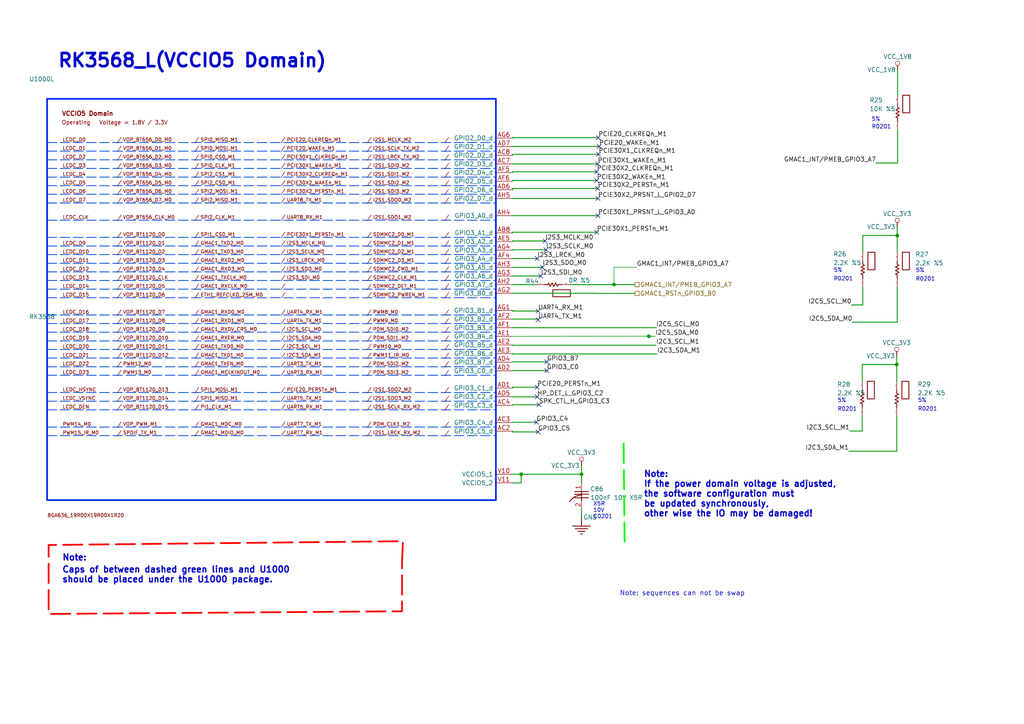
<source format=kicad_sch>
(kicad_sch (version 20230819) (generator eeschema)
  (paper "A4")
  (lib_symbols
    (symbol "cm3568 LPDDR4-altium-import:GND" (power)
      (property "Reference" "#PWR" (at 0 0 0))
      (property "Value" "GND" (at 0 6.35 0))
      (symbol "GND_0_0"
        (pin power_in line (at 0 0 0) (length 0) (name "GND") (number ""))
      )
    )
    (symbol "cm3568 LPDDR4-altium-import:VCC_1V8" (power)
      (property "Reference" "#PWR" (at 0 0 0))
      (property "Value" "VCC_1V8" (at 0 3.81 0))
      (symbol "VCC_1V8_0_0"
        (pin power_in line (at 0 0 0) (length 0) (name "VCC_1V8") (number ""))
      )
    )
    (symbol "cm3568 LPDDR4-altium-import:VCC_3V3" (power)
      (property "Reference" "#PWR" (at 0 0 0))
      (property "Value" "VCC_3V3" (at 0 3.81 0))
      (symbol "VCC_3V3_0_0"
        (pin power_in line (at 0 0 0) (length 0) (name "VCC_3V3") (number ""))
      )
    )
    (symbol "cm3568 LPDDR4-altium-import:root_0_R0201_22R"
      (symbol "root_0_R0201_22R_1_0"
        (pin passive line (at -5.04 -0.04 0) (length 2.54) (name "1") (number "1"))
        (pin passive line (at 5.12 -0.04 180) (length 2.54) (name "2") (number "2"))
      )
    )
    (symbol "cm3568 LPDDR4-altium-import:root_0_RK3568"
      (property "Reference" "U13" (at -65.254 58.89 0))
      (property "Value" "RK3568" (at -65.254 -10.04 0))
      (symbol "root_0_RK3568_1_0"
        (pin passive line (at 17.92 47.5 180) (length 8) (name "VDD_CPU_1") (number "J15"))
        (pin passive line (at 17.92 45 180) (length 8) (name "VDD_CPU_2") (number "K15"))
        (pin passive line (at 17.92 42.5 180) (length 8) (name "VDD_CPU_3") (number "K16"))
        (pin passive line (at 17.92 40 180) (length 8) (name "VDD_CPU_4") (number "K17"))
        (pin passive line (at 17.92 37.5 180) (length 8) (name "VDD_CPU_5") (number "K18"))
        (pin passive line (at 17.92 10 180) (length 8) (name "VDD_LOGIC_1") (number "L12"))
        (pin passive line (at 17.92 35 180) (length 8) (name "VDD_CPU_6") (number "L15"))
        (pin passive line (at 17.92 32.5 180) (length 8) (name "VDD_CPU_7") (number "L16"))
        (pin passive line (at 17.92 30 180) (length 8) (name "VDD_CPU_8") (number "L17"))
        (pin passive line (at 17.92 27.5 180) (length 8) (name "VDD_CPU_9") (number "L18"))
        (pin passive line (at 17.92 7.5 180) (length 8) (name "VDD_LOGIC_2") (number "M12"))
        (pin passive line (at 17.92 17.5 180) (length 8) (name "VDD_CPU_COM") (number "M15"))
        (pin passive line (at 17.92 25 180) (length 8) (name "VDD_CPU_10") (number "M17"))
        (pin passive line (at 17.92 -37.5 180) (length 8) (name "VDD_NPU_1") (number "M19"))
        (pin passive line (at 17.92 5 180) (length 8) (name "VDD_LOGIC_3") (number "N13"))
        (pin passive line (at 17.92 2.5 180) (length 8) (name "VDD_LOGIC_4") (number "N16"))
        (pin passive line (at 17.92 -40 180) (length 8) (name "VDD_NPU_2") (number "N19"))
        (pin passive line (at 17.92 0 180) (length 8) (name "VDD_LOGIC_5") (number "P13"))
        (pin passive line (at 17.92 -2.5 180) (length 8) (name "VDD_LOGIC_6") (number "P16"))
        (pin passive line (at 17.92 -42.5 180) (length 8) (name "VDD_NPU_3") (number "P18"))
        (pin passive line (at 17.92 -45 180) (length 8) (name "VDD_NPU_4") (number "P19"))
        (pin passive line (at 17.92 -47.5 180) (length 8) (name "VDD_NPU_5") (number "P20"))
        (pin passive line (at 17.92 -5 180) (length 8) (name "VDD_LOGIC_7") (number "R12"))
        (pin passive line (at 17.92 -20 180) (length 8) (name "VDD_GPU_1") (number "R13"))
        (pin passive line (at 17.92 -7.5 180) (length 8) (name "VDD_LOGIC_8") (number "R16"))
        (pin passive line (at 17.92 -10 180) (length 8) (name "VDD_LOGIC_9") (number "T12"))
        (pin passive line (at 17.92 -22.5 180) (length 8) (name "VDD_GPU_2") (number "T13"))
        (pin passive line (at 17.92 -12.5 180) (length 8) (name "VDD_LOGIC_10") (number "T16"))
        (pin passive line (at 17.92 -25 180) (length 8) (name "VDD_GPU_3") (number "U11"))
        (pin passive line (at 17.92 -27.5 180) (length 8) (name "VDD_GPU_4") (number "U12"))
        (pin passive line (at 17.92 -30 180) (length 8) (name "VDD_GPU_5") (number "U13"))
      )
      (symbol "root_0_RK3568_2_0"
        (pin passive line (at 17.92 77.5 180) (length 8) (name "VSS_1") (number "A1"))
        (pin passive line (at 17.92 70 180) (length 8) (name "VSS_4") (number "A10"))
        (pin passive line (at 17.92 67.5 180) (length 8) (name "VSS_5") (number "A14"))
        (pin passive line (at 17.92 65 180) (length 8) (name "VSS_6") (number "A18"))
        (pin passive line (at 17.92 62.5 180) (length 8) (name "VSS_7") (number "A28"))
        (pin passive line (at 17.92 75 180) (length 8) (name "VSS_2") (number "A3"))
        (pin passive line (at 17.92 72.5 180) (length 8) (name "VSS_3") (number "A6"))
        (pin passive line (at 17.92 55 180) (length 8) (name "VSS_10") (number "B12"))
        (pin passive line (at 17.92 52.5 180) (length 8) (name "VSS_11") (number "B16"))
        (pin passive line (at 17.92 50 180) (length 8) (name "VSS_12") (number "B23"))
        (pin passive line (at 17.92 47.5 180) (length 8) (name "VSS_13") (number "B26"))
        (pin passive line (at 17.92 60 180) (length 8) (name "VSS_8") (number "B5"))
        (pin passive line (at 17.92 57.5 180) (length 8) (name "VSS_9") (number "B9"))
        (pin passive line (at 17.92 35 180) (length 8) (name "VSS_18") (number "C11"))
        (pin passive line (at 17.92 32.5 180) (length 8) (name "VSS_19") (number "C12"))
        (pin passive line (at 17.92 30 180) (length 8) (name "VSS_20") (number "C14"))
        (pin passive line (at 17.92 27.5 180) (length 8) (name "VSS_21") (number "C15"))
        (pin passive line (at 17.92 25 180) (length 8) (name "VSS_22") (number "C17"))
        (pin passive line (at 17.92 22.5 180) (length 8) (name "VSS_23") (number "C18"))
        (pin passive line (at 17.92 20 180) (length 8) (name "VSS_24") (number "C25"))
        (pin passive line (at 17.92 45 180) (length 8) (name "VSS_14") (number "C3"))
        (pin passive line (at 17.92 42.5 180) (length 8) (name "VSS_15") (number "C6"))
        (pin passive line (at 17.92 40 180) (length 8) (name "VSS_16") (number "C8"))
        (pin passive line (at 17.92 37.5 180) (length 8) (name "VSS_17") (number "C9"))
        (pin passive line (at 17.92 15 180) (length 8) (name "VSS_26") (number "D11"))
        (pin passive line (at 17.92 17.5 180) (length 8) (name "VSS_25") (number "D2"))
        (pin passive line (at 17.92 10 180) (length 8) (name "VSS_28") (number "D28"))
        (pin passive line (at 17.92 12.5 180) (length 8) (name "VSS_27") (number "D3"))
        (pin passive line (at 17.92 7.5 180) (length 8) (name "VSS_29") (number "E3"))
        (pin passive line (at 17.92 5 180) (length 8) (name "VSS_30") (number "E7"))
        (pin passive line (at 17.92 2.5 180) (length 8) (name "VSS_31") (number "F1"))
        (pin passive line (at 17.92 -5 180) (length 8) (name "VSS_34") (number "F12"))
        (pin passive line (at 17.92 -7.5 180) (length 8) (name "VSS_35") (number "F14"))
        (pin passive line (at 17.92 -10 180) (length 8) (name "VSS_36") (number "F15"))
        (pin passive line (at 17.92 -12.5 180) (length 8) (name "VSS_37") (number "F17"))
        (pin passive line (at 17.92 0 180) (length 8) (name "VSS_32") (number "F3"))
        (pin passive line (at 17.92 -2.5 180) (length 8) (name "VSS_33") (number "F9"))
        (pin passive line (at 17.92 -25 180) (length 8) (name "VSS_42") (number "G11"))
        (pin passive line (at 17.92 -27.5 180) (length 8) (name "VSS_43") (number "G12"))
        (pin passive line (at 17.92 -30 180) (length 8) (name "VSS_44") (number "G14"))
        (pin passive line (at 17.92 -32.5 180) (length 8) (name "VSS_45") (number "G15"))
        (pin passive line (at 17.92 -35 180) (length 8) (name "VSS_46") (number "G17"))
        (pin passive line (at 17.92 -37.5 180) (length 8) (name "VSS_47") (number "G18"))
        (pin passive line (at 17.92 -40 180) (length 8) (name "VSS_48") (number "G24"))
        (pin passive line (at 17.92 -15 180) (length 8) (name "VSS_38") (number "G5"))
        (pin passive line (at 17.92 -17.5 180) (length 8) (name "VSS_39") (number "G6"))
        (pin passive line (at 17.92 -20 180) (length 8) (name "VSS_40") (number "G8"))
        (pin passive line (at 17.92 -22.5 180) (length 8) (name "VSS_41") (number "G9"))
        (pin passive line (at 17.92 -42.5 180) (length 8) (name "VSS_49") (number "H2"))
        (pin passive line (at 17.92 -45 180) (length 8) (name "VSS_50") (number "H3"))
        (pin passive line (at 17.92 -47.5 180) (length 8) (name "VSS_51") (number "H6"))
        (pin passive line (at 17.92 -55 180) (length 8) (name "VSS_54") (number "J17"))
        (pin passive line (at 17.92 -57.5 180) (length 8) (name "VSS_55") (number "J18"))
        (pin passive line (at 17.92 -60 180) (length 8) (name "VSS_56") (number "J20"))
        (pin passive line (at 17.92 -62.5 180) (length 8) (name "VSS_57") (number "J22"))
        (pin passive line (at 17.92 -65 180) (length 8) (name "VSS_58") (number "J26"))
        (pin passive line (at 17.92 -50 180) (length 8) (name "VSS_52") (number "J3"))
        (pin passive line (at 17.92 -52.5 180) (length 8) (name "VSS_53") (number "J5"))
        (pin passive line (at 17.92 -67.5 180) (length 8) (name "VSS_59") (number "K1"))
        (pin passive line (at 17.92 -70 180) (length 8) (name "VSS_60") (number "K11"))
        (pin passive line (at 17.92 -72.5 180) (length 8) (name "VSS_61") (number "K12"))
        (pin passive line (at 17.92 -75 180) (length 8) (name "VSS_62") (number "K13"))
        (pin passive line (at 17.92 -77.5 180) (length 8) (name "VSS_63") (number "K14"))
        (pin passive line (at 17.92 -80 180) (length 8) (name "VSS_64") (number "K19"))
        (pin passive line (at 17.92 -82.5 180) (length 8) (name "VSS_65") (number "L3"))
      )
      (symbol "root_0_RK3568_3_0"
        (pin passive line (at 15.42 72.5 180) (length 8) (name "VSS_68") (number "L11"))
        (pin passive line (at 15.42 70 180) (length 8) (name "VSS_69") (number "L13"))
        (pin passive line (at 15.42 67.5 180) (length 8) (name "VSS_70") (number "L14"))
        (pin passive line (at 15.42 65 180) (length 8) (name "VSS_71") (number "L19"))
        (pin passive line (at 15.42 62.5 180) (length 8) (name "VSS_72") (number "L20"))
        (pin passive line (at 15.42 60 180) (length 8) (name "VSS_73") (number "L21"))
        (pin passive line (at 15.42 77.5 180) (length 8) (name "VSS_66") (number "L5"))
        (pin passive line (at 15.42 75 180) (length 8) (name "VSS_67") (number "L8"))
        (pin passive line (at 15.42 47.5 180) (length 8) (name "VSS_78") (number "M11"))
        (pin passive line (at 15.42 45 180) (length 8) (name "VSS_79") (number "M13"))
        (pin passive line (at 15.42 42.5 180) (length 8) (name "VSS_80") (number "M14"))
        (pin passive line (at 15.42 40 180) (length 8) (name "VSS_81") (number "M16"))
        (pin passive line (at 15.42 37.5 180) (length 8) (name "VSS_82") (number "M18"))
        (pin passive line (at 15.42 57.5 180) (length 8) (name "VSS_74") (number "M2"))
        (pin passive line (at 15.42 55 180) (length 8) (name "VSS_75") (number "M3"))
        (pin passive line (at 15.42 52.5 180) (length 8) (name "VSS_76") (number "M6"))
        (pin passive line (at 15.42 50 180) (length 8) (name "VSS_77") (number "M8"))
        (pin passive line (at 15.42 35 180) (length 8) (name "VSS_83") (number "N1"))
        (pin passive line (at 15.42 32.5 180) (length 8) (name "VSS_84") (number "N12"))
        (pin passive line (at 15.42 30 180) (length 8) (name "VSS_85") (number "N14"))
        (pin passive line (at 15.42 27.5 180) (length 8) (name "VSS_86") (number "N15"))
        (pin passive line (at 15.42 25 180) (length 8) (name "VSS_87") (number "N17"))
        (pin passive line (at 15.42 22.5 180) (length 8) (name "VSS_88") (number "N18"))
        (pin passive line (at 15.42 15 180) (length 8) (name "VSS_91") (number "P12"))
        (pin passive line (at 15.42 12.5 180) (length 8) (name "VSS_92") (number "P14"))
        (pin passive line (at 15.42 10 180) (length 8) (name "VSS_93") (number "P15"))
        (pin passive line (at 15.42 7.5 180) (length 8) (name "VSS_94") (number "P17"))
        (pin passive line (at 15.42 20 180) (length 8) (name "VSS_89") (number "P3"))
        (pin passive line (at 15.42 17.5 180) (length 8) (name "VSS_90") (number "P6"))
        (pin passive line (at 15.42 0 180) (length 8) (name "VSS_97") (number "R10"))
        (pin passive line (at 15.42 -2.5 180) (length 8) (name "VSS_98") (number "R11"))
        (pin passive line (at 15.42 -5 180) (length 8) (name "VSS_99") (number "R14"))
        (pin passive line (at 15.42 -7.5 180) (length 8) (name "VSS_100") (number "R15"))
        (pin passive line (at 15.42 -10 180) (length 8) (name "VSS_101") (number "R17"))
        (pin passive line (at 15.42 -12.5 180) (length 8) (name "VSS_102") (number "R18"))
        (pin passive line (at 15.42 -15 180) (length 8) (name "VSS_103") (number "R19"))
        (pin passive line (at 15.42 5 180) (length 8) (name "VSS_95") (number "R3"))
        (pin passive line (at 15.42 2.5 180) (length 8) (name "VSS_96") (number "R6"))
        (pin passive line (at 15.42 -17.5 180) (length 8) (name "VSS_104") (number "T10"))
        (pin passive line (at 15.42 -20 180) (length 8) (name "VSS_105") (number "T11"))
        (pin passive line (at 15.42 -22.5 180) (length 8) (name "VSS_106") (number "T14"))
        (pin passive line (at 15.42 -25 180) (length 8) (name "VSS_107") (number "T15"))
        (pin passive line (at 15.42 -27.5 180) (length 8) (name "VSS_108") (number "T17"))
        (pin passive line (at 15.42 -30 180) (length 8) (name "VSS_109") (number "T18"))
        (pin passive line (at 15.42 -32.5 180) (length 8) (name "VSS_110") (number "T19"))
        (pin passive line (at 15.42 -35 180) (length 8) (name "VSS_111") (number "U1"))
        (pin passive line (at 15.42 -45 180) (length 8) (name "VSS_115") (number "U10"))
        (pin passive line (at 15.42 -47.5 180) (length 8) (name "VSS_116") (number "U14"))
        (pin passive line (at 15.42 -50 180) (length 8) (name "VSS_117") (number "U15"))
        (pin passive line (at 15.42 -52.5 180) (length 8) (name "VSS_118") (number "U16"))
        (pin passive line (at 15.42 -55 180) (length 8) (name "VSS_119") (number "U17"))
        (pin passive line (at 15.42 -57.5 180) (length 8) (name "VSS_120") (number "U18"))
        (pin passive line (at 15.42 -37.5 180) (length 8) (name "VSS_112") (number "U6"))
        (pin passive line (at 15.42 -40 180) (length 8) (name "VSS_113") (number "U7"))
        (pin passive line (at 15.42 -42.5 180) (length 8) (name "VSS_114") (number "U8"))
        (pin passive line (at 15.42 -67.5 180) (length 8) (name "VSS_124") (number "V13"))
        (pin passive line (at 15.42 -60 180) (length 8) (name "VSS_121") (number "V3"))
        (pin passive line (at 15.42 -62.5 180) (length 8) (name "VSS_122") (number "V8"))
        (pin passive line (at 15.42 -65 180) (length 8) (name "VSS_123") (number "V9"))
        (pin passive line (at 15.42 -70 180) (length 8) (name "VSS_125") (number "W10"))
        (pin passive line (at 15.42 -72.5 180) (length 8) (name "VSS_126") (number "W11"))
        (pin passive line (at 15.42 -75 180) (length 8) (name "VSS_127") (number "W12"))
        (pin passive line (at 15.42 -77.5 180) (length 8) (name "VSS_128") (number "W13"))
        (pin passive line (at 15.42 -80 180) (length 8) (name "VSS_129") (number "Y8"))
        (pin passive line (at 15.42 -82.5 180) (length 8) (name "VSS_130") (number "Y9"))
      )
      (symbol "root_0_RK3568_4_0"
        (pin passive line (at 15 7.5 180) (length 8) (name "VSS_135") (number "AA23"))
        (pin passive line (at 15 12.5 180) (length 8) (name "VSS_133") (number "AA4"))
        (pin passive line (at 15 10 180) (length 8) (name "VSS_134") (number "AA9"))
        (pin passive line (at 15 5 180) (length 8) (name "VSS_136") (number "AB2"))
        (pin passive line (at 15 2.5 180) (length 8) (name "VSS_137") (number "AB6"))
        (pin passive line (at 15 0 180) (length 8) (name "VSS_138") (number "AD3"))
        (pin passive line (at 15 -5 180) (length 8) (name "VSS_140") (number "AE21"))
        (pin passive line (at 15 -2.5 180) (length 8) (name "VSS_139") (number "AE6"))
        (pin passive line (at 15 -10 180) (length 8) (name "VSS_142") (number "AF26"))
        (pin passive line (at 15 -7.5 180) (length 8) (name "VSS_141") (number "AF3"))
        (pin passive line (at 15 -12.5 180) (length 8) (name "VSS_143") (number "AG5"))
        (pin passive line (at 15 -15 180) (length 8) (name "VSS_144") (number "AH1"))
        (pin passive line (at 15 -20 180) (length 8) (name "VSS_146") (number "AH28"))
        (pin passive line (at 15 -17.5 180) (length 8) (name "VSS_145") (number "AH8"))
        (pin passive line (at 15 17.5 180) (length 8) (name "VSS_131") (number "Y11"))
        (pin passive line (at 15 15 180) (length 8) (name "VSS_132") (number "Y12"))
      )
      (symbol "root_0_RK3568_5_0"
        (pin passive line (at 17.5 15 180) (length 8) (name "AVSS_24") (number "AA12"))
        (pin passive line (at 17.5 12.5 180) (length 8) (name "AVSS_25") (number "AA14"))
        (pin passive line (at 17.5 10 180) (length 8) (name "AVSS_26") (number "AA15"))
        (pin passive line (at 17.5 7.5 180) (length 8) (name "AVSS_27") (number "AA17"))
        (pin passive line (at 17.5 5 180) (length 8) (name "AVSS_28") (number "AA24"))
        (pin passive line (at 17.5 2.5 180) (length 8) (name "AVSS_29") (number "AA26"))
        (pin passive line (at 17.5 0 180) (length 8) (name "AVSS_30") (number "AB11"))
        (pin passive line (at 17.5 -2.5 180) (length 8) (name "AVSS_31") (number "AB12"))
        (pin passive line (at 17.5 -5 180) (length 8) (name "AVSS_32") (number "AB14"))
        (pin passive line (at 17.5 -7.5 180) (length 8) (name "AVSS_33") (number "AB15"))
        (pin passive line (at 17.5 -10 180) (length 8) (name "AVSS_34") (number "AB17"))
        (pin passive line (at 17.5 -15 180) (length 8) (name "AVSS_36") (number "AC11"))
        (pin passive line (at 17.5 -17.5 180) (length 8) (name "AVSS_37") (number "AC12"))
        (pin passive line (at 17.5 -20 180) (length 8) (name "AVSS_38") (number "AC15"))
        (pin passive line (at 17.5 -22.5 180) (length 8) (name "AVSS_39") (number "AC18"))
        (pin passive line (at 17.5 -25 180) (length 8) (name "AVSS_40") (number "AC25"))
        (pin passive line (at 17.5 -27.5 180) (length 8) (name "AVSS_41") (number "AC26"))
        (pin passive line (at 17.5 -12.5 180) (length 8) (name "AVSS_35") (number "AC9"))
        (pin passive line (at 17.5 -30 180) (length 8) (name "AVSS_42") (number "AD26"))
        (pin passive line (at 17.5 -32.5 180) (length 8) (name "AVSS_43") (number "AE14"))
        (pin passive line (at 17.5 -35 180) (length 8) (name "AVSS_44") (number "AE17"))
        (pin passive line (at 17.5 -37.5 180) (length 8) (name "AVSS_45") (number "AE20"))
        (pin passive line (at 17.5 -40 180) (length 8) (name "AVSS_46") (number "AE27"))
        (pin passive line (at 17.5 -42.5 180) (length 8) (name "AVSS_47") (number "AE28"))
        (pin passive line (at 17.5 -47.5 180) (length 8) (name "AVSS_49") (number "AF11"))
        (pin passive line (at 17.5 -50 180) (length 8) (name "AVSS_50") (number "AF12"))
        (pin passive line (at 17.5 -52.5 180) (length 8) (name "AVSS_51") (number "AF14"))
        (pin passive line (at 17.5 -55 180) (length 8) (name "AVSS_52") (number "AF15"))
        (pin passive line (at 17.5 -57.5 180) (length 8) (name "AVSS_53") (number "AF17"))
        (pin passive line (at 17.5 -60 180) (length 8) (name "AVSS_54") (number "AF18"))
        (pin passive line (at 17.5 -62.5 180) (length 8) (name "AVSS_55") (number "AF20"))
        (pin passive line (at 17.5 -65 180) (length 8) (name "AVSS_56") (number "AF21"))
        (pin passive line (at 17.5 -45 180) (length 8) (name "AVSS_48") (number "AF9"))
        (pin passive line (at 17.5 -67.5 180) (length 8) (name "AVSS_57") (number "AG18"))
        (pin passive line (at 17.5 -70 180) (length 8) (name "AVSS_58") (number "AH18"))
        (pin passive line (at 17.5 -72.5 180) (length 8) (name "AVSS_59") (number "AH23"))
        (pin passive line (at 17.5 72.5 180) (length 8) (name "AVSS_1") (number "J27"))
        (pin passive line (at 17.5 70 180) (length 8) (name "AVSS_2") (number "L24"))
        (pin passive line (at 17.5 67.5 180) (length 8) (name "AVSS_3") (number "L26"))
        (pin passive line (at 17.5 65 180) (length 8) (name "AVSS_4") (number "M21"))
        (pin passive line (at 17.5 62.5 180) (length 8) (name "AVSS_5") (number "M26"))
        (pin passive line (at 17.5 60 180) (length 8) (name "AVSS_6") (number "N28"))
        (pin passive line (at 17.5 57.5 180) (length 8) (name "AVSS_7") (number "P21"))
        (pin passive line (at 17.5 55 180) (length 8) (name "AVSS_8") (number "P26"))
        (pin passive line (at 17.5 52.5 180) (length 8) (name "AVSS_9") (number "R23"))
        (pin passive line (at 17.5 50 180) (length 8) (name "AVSS_10") (number "R26"))
        (pin passive line (at 17.5 47.5 180) (length 8) (name "AVSS_11") (number "U23"))
        (pin passive line (at 17.5 45 180) (length 8) (name "AVSS_12") (number "U26"))
        (pin passive line (at 17.5 42.5 180) (length 8) (name "AVSS_13") (number "V14"))
        (pin passive line (at 17.5 40 180) (length 8) (name "AVSS_14") (number "V15"))
        (pin passive line (at 17.5 37.5 180) (length 8) (name "AVSS_15") (number "V16"))
        (pin passive line (at 17.5 35 180) (length 8) (name "AVSS_16") (number "V22"))
        (pin passive line (at 17.5 32.5 180) (length 8) (name "AVSS_17") (number "V23"))
        (pin passive line (at 17.5 30 180) (length 8) (name "AVSS_18") (number "V26"))
        (pin passive line (at 17.5 27.5 180) (length 8) (name "AVSS_19") (number "W17"))
        (pin passive line (at 17.5 25 180) (length 8) (name "AVSS_20") (number "Y18"))
        (pin passive line (at 17.5 22.5 180) (length 8) (name "AVSS_21") (number "Y23"))
        (pin passive line (at 17.5 20 180) (length 8) (name "AVSS_22") (number "Y24"))
        (pin passive line (at 17.5 17.5 180) (length 8) (name "AVSS_23") (number "Y26"))
      )
      (symbol "root_0_RK3568_6_0"
        (text "/  DDR4_DML_A               /  LPDDR4_DM0_A             /  DDR3_DM0            /  LPDDR3_DM1" (at 7.366 -13.716 0) (effects (font (size 1.143 1.143)) (justify left bottom)))
        (text "/  DDR4_DML_B               /  LPDDR4_DM1_B             /  DDR3_DM3            /  LPDDR3_DM2" (at 7.366 -126.238 0) (effects (font (size 1.143 1.143)) (justify left bottom)))
        (text "/  DDR4_DMU_A               /  LPDDR4_DM1_A             /  DDR3_DM1            /  LPDDR3_DM3" (at 7.366 -51.054 0) (effects (font (size 1.143 1.143)) (justify left bottom)))
        (text "/  DDR4_DMU_B              /  LPDDR4_DM0_B             /  DDR3_DM2            /  LPDDR3_DM0" (at 7.366 -88.392 0) (effects (font (size 1.143 1.143)) (justify left bottom)))
        (text "/  DDR4_DQL0_A              /  LPDDR4_DQ0_A              /  DDR3_DQ0            /  LPDDR3_DQ15" (at 7.366 9.144 0) (effects (font (size 1.143 1.143)) (justify left bottom)))
        (text "/  DDR4_DQL0_B              /  LPDDR4_DQ8_B              /  DDR3_DQ24          /  LPDDR3_DQ18" (at 7.366 -103.632 0) (effects (font (size 1.143 1.143)) (justify left bottom)))
        (text "/  DDR4_DQL1_A              /  LPDDR4_DQ7_A              /  DDR3_DQ7            /  LPDDR3_DQ11" (at 7.366 -8.89 0) (effects (font (size 1.143 1.143)) (justify left bottom)))
        (text "/  DDR4_DQL1_B              /  LPDDR4_DQ14_B            /  DDR3_DQ30          /  LPDDR3_DQ20" (at 7.366 -118.836 0) (effects (font (size 1.143 1.143)) (justify left bottom)))
        (text "/  DDR4_DQL2_A              /  LPDDR4_DQ1_A              /  DDR3_DQ1            /  LPDDR3_DQ14" (at 7.366 6.568 0) (effects (font (size 1.143 1.143)) (justify left bottom)))
        (text "/  DDR4_DQL2_B              /  LPDDR4_DQ8_B              /  DDR3_DQ25          /  LPDDR3_DQ19" (at 7.366 -106.172 0) (effects (font (size 1.143 1.143)) (justify left bottom)))
        (text "/  DDR4_DQL3_A              /  LPDDR4_DQ6_A              /  DDR3_DQ6            /  LPDDR3_DQ8" (at 7.366 -6.314 0) (effects (font (size 1.143 1.143)) (justify left bottom)))
        (text "/  DDR4_DQL3_B              /  LPDDR4_DQ15_B            /  DDR3_DQ31          /  LPDDR3_DQ21" (at 7.366 -121.412 0) (effects (font (size 1.143 1.143)) (justify left bottom)))
        (text "/  DDR4_DQL4_A              /  LPDDR4_DQ2_A              /  DDR3_DQ2            /  LPDDR3_DQ10" (at 7.366 3.991 0) (effects (font (size 1.143 1.143)) (justify left bottom)))
        (text "/  DDR4_DQL4_B              /  LPDDR4_DQ10_B            /  DDR3_DQ26          /  LPDDR3_DQ22" (at 7.366 -108.712 0) (effects (font (size 1.143 1.143)) (justify left bottom)))
        (text "/  DDR4_DQL5_A              /  LPDDR4_DQ5_A              /  DDR3_DQ5            /  LPDDR3_DQ12" (at 7.366 -3.737 0) (effects (font (size 1.143 1.143)) (justify left bottom)))
        (text "/  DDR4_DQL5_B              /  LPDDR4_DQ13_B            /  DDR3_DQ29          /  LPDDR3_DQ17" (at 7.366 -116.259 0) (effects (font (size 1.143 1.143)) (justify left bottom)))
        (text "/  DDR4_DQL6_A              /  LPDDR4_DQ3_A              /  DDR3_DQ3            /  LPDDR3_DQ9" (at 7.366 1.415 0) (effects (font (size 1.143 1.143)) (justify left bottom)))
        (text "/  DDR4_DQL6_B              /  LPDDR4_DQ11_B            /  DDR3_DQ27          /  LPDDR3_DQ23" (at 7.366 -111.107 0) (effects (font (size 1.143 1.143)) (justify left bottom)))
        (text "/  DDR4_DQL7_A              /  LPDDR4_DQ4_A              /  DDR3_DQ4            /  LPDDR3_DQ13" (at 7.366 -1.161 0) (effects (font (size 1.143 1.143)) (justify left bottom)))
        (text "/  DDR4_DQL7_B              /  LPDDR4_DQ12_B            /  DDR3_DQ28          /  LPDDR3_DQ16" (at 7.366 -113.683 0) (effects (font (size 1.143 1.143)) (justify left bottom)))
        (text "/  DDR4_DQSL_N_A       /  LPDDR4_DQS0N_A         /  DDR3_DQS0N        /  LPDDR3_DQS1N" (at 7.366 -21.082 0) (effects (font (size 1.143 1.143)) (justify left bottom)))
        (text "/  DDR4_DQSL_N_B         /  LPDDR4_DQS1N_B         /  DDR3_DQS3N        /  LPDDR3_DQS2N" (at 7.366 -133.604 0) (effects (font (size 1.143 1.143)) (justify left bottom)))
        (text "/  DDR4_DQSL_P_A        /  LPDDR4_DQS0P_A          /  DDR3_DQS0P        /  LPDDR3_DQS1P" (at 7.366 -18.506 0) (effects (font (size 1.143 1.143)) (justify left bottom)))
        (text "/  DDR4_DQSL_P_B          /  LPDDR4_DQS1P_B          /  DDR3_DQS3P        /  LPDDR3_DQS2P" (at 7.366 -131.028 0) (effects (font (size 1.143 1.143)) (justify left bottom)))
        (text "/  DDR4_DQSU_N_A       /  LPDDR4_DQS1N_A        /  DDR3_DQS1N        /  LPDDR3_DQS3N" (at 7.366 -58.42 0) (effects (font (size 1.143 1.143)) (justify left bottom)))
        (text "/  DDR4_DQSU_N_B        /  LPDDR4_DQS0N_B         /  DDR3_DQS2N        /  LPDDR3_DQS0N" (at 7.366 -95.758 0) (effects (font (size 1.143 1.143)) (justify left bottom)))
        (text "/  DDR4_DQSU_P_A        /  LPDDR4_DQS1P_A         /  DDR3_DQS1P        /  LPDDR3_DQS3P" (at 7.366 -55.844 0) (effects (font (size 1.143 1.143)) (justify left bottom)))
        (text "/  DDR4_DQSU_P_B        /  LPDDR4_DQS0P_B         /  DDR3_DQS2P        /  LPDDR3_DQS0P" (at 7.366 -93.182 0) (effects (font (size 1.143 1.143)) (justify left bottom)))
        (text "/  DDR4_DQU0_A             /  LPDDR4_DQ15_A            /  DDR3_DQ15          /  LPDDR3_DQ27" (at 7.366 -46.228 0) (effects (font (size 1.143 1.143)) (justify left bottom)))
        (text "/  DDR4_DQU0_B             /  LPDDR4_DQ4_B              /  DDR3_DQ20          /  LPDDR3_DQ2" (at 7.366 -75.837 0) (effects (font (size 1.143 1.143)) (justify left bottom)))
        (text "/  DDR4_DQU1_A             /  LPDDR4_DQ9_A              /  DDR3_DQ9            /  LPDDR3_DQ24" (at 7.366 -30.77 0) (effects (font (size 1.143 1.143)) (justify left bottom)))
        (text "/  DDR4_DQU1_B             /  LPDDR4_DQ3_B              /  DDR3_DQ19          /  LPDDR3_DQ4" (at 7.366 -73.261 0) (effects (font (size 1.143 1.143)) (justify left bottom)))
        (text "/  DDR4_DQU2_A             /  LPDDR4_DQ12_A            /  DDR3_DQ12          /  LPDDR3_DQ26" (at 7.366 -38.499 0) (effects (font (size 1.143 1.143)) (justify left bottom)))
        (text "/  DDR4_DQU2_B             /  LPDDR4_DQ7_B              /  DDR3_DQ23          /  LPDDR3_DQ0" (at 7.366 -83.566 0) (effects (font (size 1.143 1.143)) (justify left bottom)))
        (text "/  DDR4_DQU3_A             /  LPDDR4_DQ8_A              /  DDR3_DQ8            /  LPDDR3_DQ25" (at 7.366 -28.448 0) (effects (font (size 1.143 1.143)) (justify left bottom)))
        (text "/  DDR4_DQU3_B             /  LPDDR4_DQ2_B              /  DDR3_DQ18          /  LPDDR3_DQ6" (at 7.366 -70.685 0) (effects (font (size 1.143 1.143)) (justify left bottom)))
        (text "/  DDR4_DQU4_A             /  LPDDR4_DQ13_A            /  DDR3_DQ13          /  LPDDR3_DQ31" (at 7.366 -41.075 0) (effects (font (size 1.143 1.143)) (justify left bottom)))
        (text "/  DDR4_DQU4_B             /  LPDDR4_DQ6_B              /  DDR3_DQ22          /  LPDDR3_DQ7" (at 7.366 -80.99 0) (effects (font (size 1.143 1.143)) (justify left bottom)))
        (text "/  DDR4_DQU5_A             /  LPDDR4_DQ11_A            /  DDR3_DQ11          /  LPDDR3_DQ29" (at 7.366 -35.923 0) (effects (font (size 1.143 1.143)) (justify left bottom)))
        (text "/  DDR4_DQU5_B             /  LPDDR4_DQ1_B              /  DDR3_DQ17          /  LPDDR3_DQ5" (at 7.366 -68.108 0) (effects (font (size 1.143 1.143)) (justify left bottom)))
        (text "/  DDR4_DQU6_A             /  LPDDR4_DQ14_A            /  DDR3_DQ14          /  LPDDR3_DQ30" (at 7.366 -43.652 0) (effects (font (size 1.143 1.143)) (justify left bottom)))
        (text "/  DDR4_DQU6_B             /  LPDDR4_DQ5_B              /  DDR3_DQ21          /  LPDDR3_DQ3" (at 7.366 -78.413 0) (effects (font (size 1.143 1.143)) (justify left bottom)))
        (text "/  DDR4_DQU7_A             /  LPDDR4_DQ10_A            /  DDR3_DQ10          /  LPDDR3_DQ28" (at 7.366 -33.347 0) (effects (font (size 1.143 1.143)) (justify left bottom)))
        (text "/  DDR4_DQU7_B             /  LPDDR4_DQ0_B              /  DDR3_DQ16          /  LPDDR3_DQ1" (at 7.366 -65.786 0) (effects (font (size 1.143 1.143)) (justify left bottom)))
        (text "/  DDR4_ECC_DM            /  --                                         /  DDR3_ECC_DM" (at 7.366 -163.322 0) (effects (font (size 1.143 1.143)) (justify left bottom)))
        (text "/  DDR4_ECC_DQ0           /  --                                         /  DDR3_ECC_DQ1" (at 7.366 -143.256 0) (effects (font (size 1.143 1.143)) (justify left bottom)))
        (text "/  DDR4_ECC_DQ1           /  --                                         /  DDR3_ECC_DQ3" (at 7.366 -148.191 0) (effects (font (size 1.143 1.143)) (justify left bottom)))
        (text "/  DDR4_ECC_DQ2           /  --                                         /  DDR3_ECC_DQ2" (at 7.366 -145.796 0) (effects (font (size 1.143 1.143)) (justify left bottom)))
        (text "/  DDR4_ECC_DQ3           /  --                                         /  DDR3_ECC_DQ6" (at 7.366 -155.92 0) (effects (font (size 1.143 1.143)) (justify left bottom)))
        (text "/  DDR4_ECC_DQ4           /  --                                         /  DDR3_ECC_DQ5" (at 7.366 -153.343 0) (effects (font (size 1.143 1.143)) (justify left bottom)))
        (text "/  DDR4_ECC_DQ5           /  --                                         /  DDR3_ECC_DQ7" (at 7.366 -158.496 0) (effects (font (size 1.143 1.143)) (justify left bottom)))
        (text "/  DDR4_ECC_DQ6           /  --                                         /  DDR3_ECC_DQ4" (at 7.366 -150.767 0) (effects (font (size 1.143 1.143)) (justify left bottom)))
        (text "/  DDR4_ECC_DQ7           /  --                                         /  DDR3_ECC_DQ0" (at 7.366 -140.716 0) (effects (font (size 1.143 1.143)) (justify left bottom)))
        (text "/  DDR4_ECC_DQS_N     /  --                                         /  DDR3_ECC_DQS_N" (at 7.366 -170.688 0) (effects (font (size 1.143 1.143)) (justify left bottom)))
        (text "/  DDR4_ECC_DQS_P      /  --                                         /  DDR3_ECC_DQS_P" (at 7.366 -168.112 0) (effects (font (size 1.143 1.143)) (justify left bottom)))
        (text "=0.6V" (at 170 -162.5 0) (effects (font (size 1.27 1.27) bold) (justify left bottom)))
        (text "=1.1V" (at 170 -160 0) (effects (font (size 1.27 1.27)) (justify left bottom)))
        (text "=1.1V" (at 170 -135 0) (effects (font (size 1.27 1.27)) (justify left bottom)))
        (text "=1.1V" (at 170 -132.5 0) (effects (font (size 1.27 1.27)) (justify left bottom)))
        (text "=1.2V" (at 170 -157.5 0) (effects (font (size 1.27 1.27)) (justify left bottom)))
        (text "=1.2V" (at 170 -155 0) (effects (font (size 1.27 1.27)) (justify left bottom)))
        (text "=1.2V" (at 170 -130 0) (effects (font (size 1.27 1.27)) (justify left bottom)))
        (text "=1.2V" (at 170 -127.5 0) (effects (font (size 1.27 1.27)) (justify left bottom)))
        (text "=1.35V" (at 170 -150 0) (effects (font (size 1.27 1.27)) (justify left bottom)))
        (text "=1.35V" (at 170 -122.5 0) (effects (font (size 1.27 1.27)) (justify left bottom)))
        (text "=1.5V" (at 170 -152.5 0) (effects (font (size 1.27 1.27)) (justify left bottom)))
        (text "=1.5V" (at 170 -125 0) (effects (font (size 1.27 1.27)) (justify left bottom)))
        (text "DDR3" (at 55.88 14.224 0) (effects (font (size 1.27 1.27) bold) (justify left bottom)))
        (text "DDR3" (at 152.908 14.224 0) (effects (font (size 1.27 1.27) bold) (justify left bottom)))
        (text "DDR3" (at 157.5 -152.5 0) (effects (font (size 1.27 1.27)) (justify left bottom)))
        (text "DDR3" (at 157.5 -125 0) (effects (font (size 1.27 1.27)) (justify left bottom)))
        (text "DDR3L" (at 157.5 -150 0) (effects (font (size 1.27 1.27)) (justify left bottom)))
        (text "DDR3L" (at 157.5 -122.5 0) (effects (font (size 1.27 1.27)) (justify left bottom)))
        (text "DDR4" (at 8.89 14.224 0) (effects (font (size 1.27 1.27) bold) (justify left bottom)))
        (text "DDR4" (at 99.568 14.224 0) (effects (font (size 1.27 1.27) bold) (justify left bottom)))
        (text "DDR4" (at 157.5 -155 0) (effects (font (size 1.27 1.27)) (justify left bottom)))
        (text "DDR4" (at 157.5 -127.5 0) (effects (font (size 1.27 1.27)) (justify left bottom)))
        (text "DDR4_14_WEn                     /  LPDDR4_A4_A                       /  DDR3_A15                 /  LPDDR3_A5                    /" (at 99.314 -33.69 0) (effects (font (size 1.143 1.143)) (justify left bottom)))
        (text "DDR4_A0                              /  LPDDR4_CLKP_B                /  DDR3_A9                    /  ---                                      /" (at 99.314 8.89 0) (effects (font (size 1.143 1.143) bold) (justify left bottom)))
        (text "DDR4_A1                              /  ---                                              /  DDR3_A2                    /  ---                                      /" (at 99.314 6.35 0) (effects (font (size 1.143 1.143)) (justify left bottom)))
        (text "DDR4_A10                            /  LPDDR4_CKE0_B                  /  DDR3_A10                  /  ---                                      /" (at 99.314 -21.19 0) (effects (font (size 1.143 1.143)) (justify left bottom)))
        (text "DDR4_A11                            /  LPDDR4_A0_A                       /  DDR3_A7                    /  LPDDR3_A8                    /" (at 99.314 -23.73 0) (effects (font (size 1.143 1.143)) (justify left bottom)))
        (text "DDR4_A12                            /  LPDDR4_A3_A                       /  DDR3_BA2                 /  ---                                      /" (at 99.314 -28.61 0) (effects (font (size 1.143 1.143)) (justify left bottom)))
        (text "DDR4_A13                            /  LPDDR4_A0_A                       /  DDR3_A14                  /  LPDDR3_A0                   /" (at 99.314 -31.15 0) (effects (font (size 1.143 1.143)) (justify left bottom)))
        (text "DDR4_A15_CASn                /  LPDDR4_A2_A                       /  DDR3_A0                   /  ---                                      /" (at 99.314 -36.23 0) (effects (font (size 1.143 1.143)) (justify left bottom)))
        (text "DDR4_A16_RASn                /  LPDDR4_A5_A                       /  DDR3_RASn               /  LPDDR3_A7                    /" (at 99.314 -41.11 0) (effects (font (size 1.143 1.143)) (justify left bottom)))
        (text "DDR4_A2                              /  LPDDR4_A1_A                       /  DDR3_A4                    /  LPDDR3_A6                    /" (at 99.314 3.81 0) (effects (font (size 1.143 1.143)) (justify left bottom)))
        (text "DDR4_A3                              /  LPDDR4_CKE1_A                  /  DDR3_A3                    /  ---                                      /" (at 99.314 1.27 0) (effects (font (size 1.143 1.143)) (justify left bottom)))
        (text "DDR4_A4                              /  LPDDR4_A3_B                       /  DDR3_BA1                 /  LPDDR3_A3                    /" (at 99.314 -3.61 0) (effects (font (size 1.143 1.143)) (justify left bottom)))
        (text "DDR4_A5                              /  LPDDR4_A5_B                       /  DDR3_A11                  /  LPDDR3_A2                    /" (at 99.314 -6.15 0) (effects (font (size 1.143 1.143)) (justify left bottom)))
        (text "DDR4_A6                              /  LPDDR4_A1_B                       /  DDR3_A13                  /  LPDDR3_A1                    /" (at 99.314 -8.69 0) (effects (font (size 1.143 1.143)) (justify left bottom)))
        (text "DDR4_A7                              /  LPDDR4_ODT0_CA_B          /  DDR3_A8                    /  ---                                      /" (at 99.314 -11.23 0) (effects (font (size 1.143 1.143)) (justify left bottom)))
        (text "DDR4_A8                              /  LPDDR4_ODT0_CA_A           /  DDR3_A6                    /  LPDDR3_A9                   /" (at 99.314 -16.11 0) (effects (font (size 1.143 1.143)) (justify left bottom)))
        (text "DDR4_A9                              /  LPDDR4_CLKN_B                /  DDR3_A5                    /  ---                                     /" (at 99.314 -18.65 0) (effects (font (size 1.143 1.143) bold) (justify left bottom)))
        (text "DDR4_ACTn                         /  LPDDR4_CKE1_B                  /  DDR3_CASn               /  ---                                      /" (at 99.314 -43.65 0) (effects (font (size 1.143 1.143)) (justify left bottom)))
        (text "DDR4_BA0                           /  LPDDR4_A2_B                       /  DDR3_A1                    /  ---                                      /" (at 99.314 -46.19 0) (effects (font (size 1.143 1.143)) (justify left bottom)))
        (text "DDR4_BA1                           /  LPDDR4_A4_B                       /  DDR3_A12                  /  LPDDR3_A4                    /" (at 99.314 -48.73 0) (effects (font (size 1.143 1.143)) (justify left bottom)))
        (text "DDR4_BG0                           /  LPDDR4_ODT1_CA_B          /  DDR3_WEn                 /  ---                                      /" (at 99.314 -53.61 0) (effects (font (size 1.143 1.143)) (justify left bottom)))
        (text "DDR4_BG1                           /  LPDDR4_ODT1_CA_A          /  DDR3_BA0                  /  ---                                      /" (at 99.314 -56.15 0) (effects (font (size 1.143 1.143)) (justify left bottom)))
        (text "DDR4_CKE                           /  LPDDR4_CKE0_A                 /  DDR3_CKE                 /  LPDDR3_CKE                 /" (at 99.314 -58.65 0) (effects (font (size 1.143 1.143)) (justify left bottom)))
        (text "DDR4_CLKN                      /  LPDDR4_CLKN_A                 /  DDR3_CLKN            /  LPDDR3_CLKN             /" (at 99.314 -66.19 0) (effects (font (size 1.143 1.143) bold) (justify left bottom)))
        (text "DDR4_CLKP                       /  LPDDR4_CLKP_A                 /  DDR3_CLKP             /  LPDDR3_CLKP             /" (at 99.314 -63.65 0) (effects (font (size 1.143 1.143) bold) (justify left bottom)))
        (text "DDR4_CS0n                         /  LPDDR4_CS0n_A                     /  DDR3_ODT1             /  LPDDR3_ODT0              /" (at 99.314 -71.11 0) (effects (font (size 1.143 1.143)) (justify left bottom)))
        (text "DDR4_CS1n                         /  LPDDR4_CS1n_A                     /  DDR3_CASn             /  LPDDR3_ODT1              /" (at 99.314 -73.65 0) (effects (font (size 1.143 1.143)) (justify left bottom)))
        (text "DDR4_ODT0                       /  LPDDR4_CS1n_B                     /  DDR3_ODT0             /  LPDDR3_CS1n               /" (at 99.314 -76.19 0) (effects (font (size 1.143 1.143)) (justify left bottom)))
        (text "DDR4_ODT1                       /  LPDDR4_CS0n_B                     /  DDR3_CS0n              /  LPDDR3_CS0n               /" (at 99.314 -78.69 0) (effects (font (size 1.143 1.143)) (justify left bottom)))
        (text "DDR4_RESETn                   /  LPDDR4_RESETn                    /  DDR3_RESETn         /  ---                                     /" (at 99.314 -83.73 0) (effects (font (size 1.143 1.143)) (justify left bottom)))
        (text "LPDDR3" (at 74.422 14.224 0) (effects (font (size 1.27 1.27) bold) (justify left bottom)))
        (text "LPDDR3" (at 157.5 -157.5 0) (effects (font (size 1.27 1.27)) (justify left bottom)))
        (text "LPDDR3" (at 157.5 -130 0) (effects (font (size 1.27 1.27)) (justify left bottom)))
        (text "LPDDR3" (at 173.736 14.224 0) (effects (font (size 1.27 1.27) bold) (justify left bottom)))
        (text "LPDDR4" (at 31.75 14.224 0) (effects (font (size 1.27 1.27) bold) (justify left bottom)))
        (text "LPDDR4" (at 125.476 14.224 0) (effects (font (size 1.27 1.27) bold) (justify left bottom)))
        (text "LPDDR4" (at 157.5 -160 0) (effects (font (size 1.27 1.27)) (justify left bottom)))
        (text "LPDDR4" (at 157.5 -132.5 0) (effects (font (size 1.27 1.27)) (justify left bottom)))
        (text "LPDDR4x" (at 157.5 -162.5 0) (effects (font (size 1.27 1.27)) (justify left bottom)))
        (text "LPDDR4x" (at 157.5 -135 0) (effects (font (size 1.27 1.27)) (justify left bottom)))
        (pin passive line (at -15.92 -92.5 0) (length 6) (name "DDR_DQS0P_B") (number "A11"))
        (pin passive line (at -15.92 -75 0) (length 6) (name "DDR_DQ4_B") (number "A12"))
        (pin passive line (at -15.92 -115 0) (length 6) (name "DDR_DQ13_B") (number "A13"))
        (pin passive line (at -15.92 -132.5 0) (length 6) (name "DDR_DQS1N_B") (number "A15"))
        (pin passive line (at -15.92 -102.5 0) (length 6) (name "DDR_DQ8_B") (number "A16"))
        (pin passive line (at -15.92 -107.5 0) (length 6) (name "DDR_DQ10_B") (number "A17"))
        (pin passive line (at 210.92 -70 180) (length 6) (name "AC25") (number "A2"))
        (pin passive line (at 210.92 -65 180) (length 6) (name "AC24") (number "A4"))
        (pin passive line (at 210.92 -17.5 180) (length 6) (name "AC9") (number "A5"))
        (pin passive line (at 210.92 -7.5 180) (length 6) (name "AC6") (number "A7"))
        (pin passive line (at 210.92 -10 180) (length 6) (name "AC7") (number "A8"))
        (pin passive line (at -15.92 -67.5 0) (length 6) (name "DDR_DQ1_B") (number "A9"))
        (pin passive line (at 210.92 5 180) (length 6) (name "AC2") (number "B1"))
        (pin passive line (at -15.92 -65 0) (length 6) (name "DDR_DQ0_B") (number "B10"))
        (pin passive line (at -15.92 -95 0) (length 6) (name "DDR_DQS0N_B") (number "B11"))
        (pin passive line (at -15.92 -112.5 0) (length 6) (name "DDR_DQ12_B") (number "B13"))
        (pin passive line (at -15.92 -120 0) (length 6) (name "DDR_DQ15_B") (number "B14"))
        (pin passive line (at -15.92 -130 0) (length 6) (name "DDR_DQS1P_B") (number "B15"))
        (pin passive line (at -15.92 -105 0) (length 6) (name "DDR_DQ9_B") (number "B17"))
        (pin passive line (at -15.92 -110 0) (length 6) (name "DDR_DQ11_B") (number "B18"))
        (pin passive line (at 210.92 -72.5 180) (length 6) (name "AC26") (number "B2"))
        (pin passive line (at 210.92 -57.5 180) (length 6) (name "AC20") (number "B3"))
        (pin passive line (at 210.92 -62.5 180) (length 6) (name "AC23") (number "B4"))
        (pin passive line (at 210.92 10 180) (length 6) (name "AC0") (number "B6"))
        (pin passive line (at 210.92 -5 180) (length 6) (name "AC5") (number "B7"))
        (pin passive line (at 210.92 -30 180) (length 6) (name "AC13") (number "B8"))
        (pin passive line (at 210.92 -15 180) (length 6) (name "AC8") (number "C1"))
        (pin passive line (at 210.92 -22.5 180) (length 6) (name "AC11") (number "C2"))
        (pin passive line (at 210.92 -27.5 180) (length 6) (name "AC12") (number "C4"))
        (pin passive line (at 210.92 -32.5 180) (length 6) (name "AC14") (number "C5"))
        (pin passive line (at -15.92 2.5 0) (length 6) (name "DDR_DQ3_A") (number "D1"))
        (pin passive line (at -15.92 -70 0) (length 6) (name "DDR_DQ2_B") (number "D12"))
        (pin passive line (at -15.92 -87.5 0) (length 6) (name "DDR_DM0_B") (number "D14"))
        (pin passive line (at -15.92 -77.5 0) (length 6) (name "DDR_DQ5_B") (number "D15"))
        (pin passive line (at -15.92 -117.5 0) (length 6) (name "DDR_DQ14_B") (number "D17"))
        (pin passive line (at 210.92 -40 180) (length 6) (name "AC16") (number "D5"))
        (pin passive line (at 210.92 -20 180) (length 6) (name "AC10") (number "D6"))
        (pin passive line (at 210.92 -77.5 180) (length 6) (name "AC28") (number "D8"))
        (pin passive line (at 210.92 -2.5 180) (length 6) (name "AC4") (number "D9"))
        (pin passive line (at -15.92 7.5 0) (length 6) (name "DDR_DQ1_A") (number "E1"))
        (pin passive line (at 210.92 -45 180) (length 6) (name "AC18") (number "E11"))
        (pin passive line (at -15.92 -72.5 0) (length 6) (name "DDR_DQ3_B") (number "E12"))
        (pin passive line (at -15.92 -82.5 0) (length 6) (name "DDR_DQ7_B") (number "E14"))
        (pin passive line (at -15.92 -80 0) (length 6) (name "DDR_DQ6_B") (number "E15"))
        (pin passive line (at -15.92 -125 0) (length 6) (name "DDR_DM1_B") (number "E17"))
        (pin passive line (at -15.92 5 0) (length 6) (name "DDR_DQ2_A") (number "E2"))
        (pin passive line (at 210.92 -35 180) (length 6) (name "AC15") (number "E4"))
        (pin passive line (at 210.92 -42.5 180) (length 6) (name "AC17") (number "E6"))
        (pin passive line (at 210.92 -75 180) (length 6) (name "AC27") (number "E8"))
        (pin passive line (at 210.92 -47.5 180) (length 6) (name "AC19") (number "E9"))
        (pin passive line (at 210.92 -82.5 180) (length 6) (name "AC29") (number "F11"))
        (pin passive line (at -15.92 10 0) (length 6) (name "DDR_DQ0_A") (number "F2"))
        (pin passive line (at 210.92 2.5 180) (length 6) (name "AC3") (number "F4"))
        (pin passive line (at 210.92 7.5 180) (length 6) (name "AC1") (number "F5"))
        (pin passive line (at 210.92 -55 180) (length 6) (name "AC21") (number "F7"))
        (pin passive line (at 210.92 -52.5 180) (length 6) (name "AC20") (number "F8"))
        (pin passive line (at -15.92 -17.5 0) (length 6) (name "DDR_DQS0P_A") (number "G1"))
        (pin passive line (at -15.92 -20 0) (length 6) (name "DDR_DQS0N_A") (number "G2"))
        (pin passive line (at -15.92 -5 0) (length 6) (name "DDR_DQ6_A") (number "H1"))
        (pin passive line (at 210.92 -125 180) (length 6) (name "DDRPHY_VDDQ2") (number "H11"))
        (pin passive line (at 210.92 -127.5 180) (length 6) (name "DDRPHY_VDDQ3") (number "H12"))
        (pin passive line (at 210.92 -130 180) (length 6) (name "DDRPHY_VDDQ4") (number "H14"))
        (pin passive line (at 210.92 -132.5 180) (length 6) (name "DDRPHY_VDDQ5") (number "H15"))
        (pin passive line (at -15.92 -7.5 0) (length 6) (name "DDR_DQ7_A") (number "H4"))
        (pin passive line (at -15.92 -12.5 0) (length 6) (name "DDR_DM0_A") (number "H5"))
        (pin passive line (at 210.92 -97.5 180) (length 6) (name "DDR_RZQ") (number "H7"))
        (pin passive line (at 210.92 -122.5 180) (length 6) (name "DDRPHY_VDDQ1") (number "H9"))
        (pin passive line (at -15.92 0 0) (length 6) (name "DDR_DQ4_A") (number "J1"))
        (pin passive line (at 210.92 -150 180) (length 6) (name "DDRPHY_VDDQL1") (number "J11"))
        (pin passive line (at 210.92 -152.5 180) (length 6) (name "DDRPHY_VDDQL2") (number "J12"))
        (pin passive line (at 210.92 -155 180) (length 6) (name "DDRPHY_VDDQL3") (number "J14"))
        (pin passive line (at -15.92 -2.5 0) (length 6) (name "DDR_DQ5_A") (number "J2"))
        (pin passive line (at -15.92 -50 0) (length 6) (name "DDR_DM1_A") (number "J4"))
        (pin passive line (at -15.906 -40.012 0) (length 6) (name "DDR_DQ13_A") (number "J6"))
        (pin passive line (at -15.92 -42.5 0) (length 6) (name "DDR_DQ14_A") (number "J7"))
        (pin passive line (at 210.92 -170 180) (length 6) (name "DDR_AVSS") (number "J8"))
        (pin passive line (at 210.92 -135 180) (length 6) (name "DDRPHY_VDDQ6") (number "J9"))
        (pin passive line (at 210.92 -157.5 180) (length 6) (name "DDRPHY_VDDQL4") (number "K10"))
        (pin passive line (at -15.92 -37.5 0) (length 6) (name "DDR_DQ12_A") (number "K2"))
        (pin passive line (at -15.92 -57.5 0) (length 6) (name "DDR_DQS1N_A") (number "L1"))
        (pin passive line (at 210.92 -160 180) (length 6) (name "DDRPHY_VDDQL5") (number "L10"))
        (pin passive line (at -15.92 -55 0) (length 6) (name "DDR_DQS1P_A") (number "L2"))
        (pin passive line (at -15.92 -45 0) (length 6) (name "DDR_DQ14_A") (number "L4"))
        (pin passive line (at -15.92 -35 0) (length 6) (name "DDR_DQ11_A") (number "L6"))
        (pin passive line (at -15.92 -32.5 0) (length 6) (name "DDR_DQ10_A") (number "L7"))
        (pin passive line (at 210.92 -137.5 180) (length 6) (name "DDRPHY_VDDQ7") (number "L9"))
        (pin passive line (at -15.92 -27.5 0) (length 6) (name "DDR_DQ8_A") (number "M1"))
        (pin passive line (at 210.92 -162.5 180) (length 6) (name "DDRPHY_VDDQL6") (number "M10"))
        (pin passive line (at -15.92 -142.5 0) (length 6) (name "DDR_ECC_DQ1") (number "M4"))
        (pin passive line (at -15.92 -145 0) (length 6) (name "DDR_ECC_DQ2") (number "M5"))
        (pin passive line (at -15.92 -150 0) (length 6) (name "DDR_ECC_DQ4") (number "M7"))
        (pin passive line (at 210.92 -140 180) (length 6) (name "DDRPHY_VDDQ8") (number "M9"))
        (pin passive line (at -15.92 -30 0) (length 6) (name "DDR_DQ9_A") (number "N2"))
        (pin passive line (at -15.92 -170 0) (length 6) (name "DDR_ECC_DQS_N") (number "P1"))
        (pin passive line (at -15.92 -167.5 0) (length 6) (name "DDR_ECC_DQS_P") (number "P2"))
        (pin passive line (at -15.92 -155 0) (length 6) (name "DDR_ECC_DQ6") (number "P4"))
        (pin passive line (at -15.92 -140 0) (length 6) (name "DDR_ECC_DQ0") (number "P5"))
        (pin passive line (at -15.92 -162.5 0) (length 6) (name "DDR_ECC_DM") (number "P7"))
        (pin passive line (at 210.92 -107.5 180) (length 6) (name "DDR_VREFOUT") (number "P8"))
        (pin passive line (at -15.92 -157.5 0) (length 6) (name "DDR_ECC_DQ7") (number "R4"))
        (pin passive line (at -15.92 -147.5 0) (length 6) (name "DDR_ECC_DQ3") (number "R5"))
        (pin passive line (at -15.92 -152.5 0) (length 6) (name "DDR_ECC_DQ5") (number "R7"))
      )
      (symbol "root_0_RK3568_7_0"
        (text "/" (at -71.912 -56.258 0) (effects (font (size 1.143 1.143)) (justify left bottom)))
        (text "/" (at -71.912 -53.758 0) (effects (font (size 1.143 1.143)) (justify left bottom)))
        (text "/" (at -71.912 -51.258 0) (effects (font (size 1.143 1.143)) (justify left bottom)))
        (text "/" (at -71.912 -48.758 0) (effects (font (size 1.143 1.143)) (justify left bottom)))
        (text "/" (at -71.912 -46.258 0) (effects (font (size 1.143 1.143)) (justify left bottom)))
        (text "/" (at -71.912 -43.758 0) (effects (font (size 1.143 1.143)) (justify left bottom)))
        (text "/" (at -71.912 -41.258 0) (effects (font (size 1.143 1.143)) (justify left bottom)))
        (text "/" (at -71.912 -38.758 0) (effects (font (size 1.143 1.143)) (justify left bottom)))
        (text "/" (at -71.912 -33.758 0) (effects (font (size 1.143 1.143)) (justify left bottom)))
        (text "/" (at -71.912 -31.258 0) (effects (font (size 1.143 1.143)) (justify left bottom)))
        (text "/" (at -71.912 -28.758 0) (effects (font (size 1.143 1.143)) (justify left bottom)))
        (text "/" (at -71.912 -26.258 0) (effects (font (size 1.143 1.143)) (justify left bottom)))
        (text "/" (at -71.912 -23.758 0) (effects (font (size 1.143 1.143)) (justify left bottom)))
        (text "/" (at -69.412 16.242 0) (effects (font (size 1.143 1.143)) (justify left bottom)))
        (text "/" (at -69.412 18.742 0) (effects (font (size 1.143 1.143)) (justify left bottom)))
        (text "/" (at -69.412 21.242 0) (effects (font (size 1.143 1.143)) (justify left bottom)))
        (text "/" (at -46.912 -56.258 0) (effects (font (size 1.143 1.143)) (justify left bottom)))
        (text "/" (at -46.912 -53.758 0) (effects (font (size 1.143 1.143)) (justify left bottom)))
        (text "/" (at -46.912 -51.258 0) (effects (font (size 1.143 1.143)) (justify left bottom)))
        (text "/" (at -46.912 -48.758 0) (effects (font (size 1.143 1.143)) (justify left bottom)))
        (text "/" (at -46.912 -46.258 0) (effects (font (size 1.143 1.143)) (justify left bottom)))
        (text "/" (at -46.912 -43.758 0) (effects (font (size 1.143 1.143)) (justify left bottom)))
        (text "/" (at -46.912 -41.258 0) (effects (font (size 1.143 1.143)) (justify left bottom)))
        (text "/" (at -46.912 -38.758 0) (effects (font (size 1.143 1.143)) (justify left bottom)))
        (text "/" (at -46.912 -31.258 0) (effects (font (size 1.143 1.143)) (justify left bottom)))
        (text "/" (at -46.912 -28.758 0) (effects (font (size 1.143 1.143)) (justify left bottom)))
        (text "/" (at -46.912 -26.258 0) (effects (font (size 1.143 1.143)) (justify left bottom)))
        (text "/" (at -46.912 -23.758 0) (effects (font (size 1.143 1.143)) (justify left bottom)))
        (text "/" (at -46.912 -16.258 0) (effects (font (size 1.143 1.143)) (justify left bottom)))
        (text "/" (at -46.912 16.242 0) (effects (font (size 1.143 1.143)) (justify left bottom)))
        (text "/" (at -46.912 18.742 0) (effects (font (size 1.143 1.143)) (justify left bottom)))
        (text "/" (at -46.912 21.242 0) (effects (font (size 1.143 1.143)) (justify left bottom)))
        (text "/" (at -46.912 26.242 0) (effects (font (size 1.143 1.143)) (justify left bottom)))
        (text "/" (at -46.912 28.742 0) (effects (font (size 1.143 1.143)) (justify left bottom)))
        (text "/" (at -46.912 31.242 0) (effects (font (size 1.143 1.143)) (justify left bottom)))
        (text "/" (at -19.412 -56.258 0) (effects (font (size 1.143 1.143)) (justify left bottom)))
        (text "/" (at -19.412 -53.758 0) (effects (font (size 1.143 1.143)) (justify left bottom)))
        (text "/" (at -19.412 -51.258 0) (effects (font (size 1.143 1.143)) (justify left bottom)))
        (text "/" (at -19.412 -48.758 0) (effects (font (size 1.143 1.143)) (justify left bottom)))
        (text "/" (at -19.412 -46.258 0) (effects (font (size 1.143 1.143)) (justify left bottom)))
        (text "/" (at -19.412 -43.758 0) (effects (font (size 1.143 1.143)) (justify left bottom)))
        (text "/" (at -19.412 -41.258 0) (effects (font (size 1.143 1.143)) (justify left bottom)))
        (text "/" (at -19.412 -38.758 0) (effects (font (size 1.143 1.143)) (justify left bottom)))
        (text "/" (at -19.412 -31.258 0) (effects (font (size 1.143 1.143)) (justify left bottom)))
        (text "/" (at -19.412 -28.758 0) (effects (font (size 1.143 1.143)) (justify left bottom)))
        (text "/" (at -19.412 -26.258 0) (effects (font (size 1.143 1.143)) (justify left bottom)))
        (text "/" (at -19.412 -23.758 0) (effects (font (size 1.143 1.143)) (justify left bottom)))
        (text "/" (at 5.588 -63.758 0) (effects (font (size 1.143 1.143)) (justify left bottom)))
        (text "/" (at 5.588 -61.258 0) (effects (font (size 1.143 1.143)) (justify left bottom)))
        (text "/" (at 5.588 -56.258 0) (effects (font (size 1.143 1.143)) (justify left bottom)))
        (text "/" (at 5.588 -53.758 0) (effects (font (size 1.143 1.143)) (justify left bottom)))
        (text "/" (at 5.588 -51.258 0) (effects (font (size 1.143 1.143)) (justify left bottom)))
        (text "/" (at 5.588 -48.758 0) (effects (font (size 1.143 1.143)) (justify left bottom)))
        (text "/" (at 5.588 -46.258 0) (effects (font (size 1.143 1.143)) (justify left bottom)))
        (text "/" (at 5.588 -43.758 0) (effects (font (size 1.143 1.143)) (justify left bottom)))
        (text "/" (at 5.588 -41.258 0) (effects (font (size 1.143 1.143)) (justify left bottom)))
        (text "/" (at 5.588 -38.758 0) (effects (font (size 1.143 1.143)) (justify left bottom)))
        (text "/" (at 5.588 -33.758 0) (effects (font (size 1.143 1.143)) (justify left bottom)))
        (text "/" (at 5.588 -31.258 0) (effects (font (size 1.143 1.143)) (justify left bottom)))
        (text "/" (at 5.588 -28.758 0) (effects (font (size 1.143 1.143)) (justify left bottom)))
        (text "/" (at 5.588 -26.258 0) (effects (font (size 1.143 1.143)) (justify left bottom)))
        (text "/" (at 5.588 -23.758 0) (effects (font (size 1.143 1.143)) (justify left bottom)))
        (text "/" (at 5.588 -21.258 0) (effects (font (size 1.143 1.143)) (justify left bottom)))
        (text "/" (at 5.588 -18.758 0) (effects (font (size 1.143 1.143)) (justify left bottom)))
        (text "/" (at 5.588 -16.258 0) (effects (font (size 1.143 1.143)) (justify left bottom)))
        (text "/" (at 5.588 11.242 0) (effects (font (size 1.143 1.143)) (justify left bottom)))
        (text "/" (at 5.588 16.242 0) (effects (font (size 1.143 1.143)) (justify left bottom)))
        (text "/" (at 5.588 18.742 0) (effects (font (size 1.143 1.143)) (justify left bottom)))
        (text "/" (at 5.588 21.242 0) (effects (font (size 1.143 1.143)) (justify left bottom)))
        (text "/" (at 5.588 26.242 0) (effects (font (size 1.143 1.143)) (justify left bottom)))
        (text "/" (at 5.588 26.242 0) (effects (font (size 1.143 1.143)) (justify left bottom)))
        (text "/" (at 5.588 28.742 0) (effects (font (size 1.143 1.143)) (justify left bottom)))
        (text "/" (at 5.588 31.242 0) (effects (font (size 1.143 1.143)) (justify left bottom)))
        (text "CAN0_RX_M0" (at -68.44 -25.936 0) (effects (font (size 1.143 1.143)) (justify left bottom)))
        (text "CAN0_RX_M1" (at -68.44 -40.936 0) (effects (font (size 1.143 1.143)) (justify left bottom)))
        (text "CAN0_RX_M2" (at -68.44 -50.936 0) (effects (font (size 1.143 1.143)) (justify left bottom)))
        (text "CAN0_TX_M0" (at -68.44 -23.436 0) (effects (font (size 1.143 1.143)) (justify left bottom)))
        (text "CAN0_TX_M1" (at -68.44 -38.436 0) (effects (font (size 1.143 1.143)) (justify left bottom)))
        (text "CAN0_TX_M2" (at -68.44 -48.436 0) (effects (font (size 1.143 1.143)) (justify left bottom)))
        (text "CIE30X2_BUTTONRSTn" (at -44.518 -16.004 0) (effects (font (size 1.143 1.143)) (justify left bottom)))
        (text "CLK32K_IN" (at -87.598 -15.936 0) (effects (font (size 1.143 1.143)) (justify left bottom)))
        (text "CLK32K_OUT0" (at -68.44 -16.19 0) (effects (font (size 1.143 1.143)) (justify left bottom)))
        (text "CPUAVS" (at -68.44 -33.436 0) (effects (font (size 1.143 1.143)) (justify left bottom)))
        (text "CU_JTAG_TCK" (at -17.272 -51.084 0) (effects (font (size 1.143 1.143)) (justify left bottom)))
        (text "CU_JTAG_TCK" (at -17.272 -41.084 0) (effects (font (size 1.143 1.143)) (justify left bottom)))
        (text "CU_JTAG_TCK" (at -17.272 -26.084 0) (effects (font (size 1.143 1.143)) (justify left bottom)))
        (text "FLASH_VOL_SEL" (at -17.018 11.162 0) (effects (font (size 1.143 1.143)) (justify left bottom)))
        (text "GPU_PWREN" (at -90.94 16.31 0) (effects (font (size 1.143 1.143)) (justify left bottom)))
        (text "I2C0_SCL" (at -87.598 -18.436 0) (effects (font (size 1.143 1.143)) (justify left bottom)))
        (text "I2C0_SDA" (at -87.598 -20.936 0) (effects (font (size 1.143 1.143)) (justify left bottom)))
        (text "I2C1_SCL" (at -87.598 -48.436 0) (effects (font (size 1.143 1.143)) (justify left bottom)))
        (text "I2C1_SCL" (at -87.598 -38.436 0) (effects (font (size 1.143 1.143)) (justify left bottom)))
        (text "I2C1_SCL" (at -87.598 -23.436 0) (effects (font (size 1.143 1.143)) (justify left bottom)))
        (text "I2C1_SDA" (at -87.598 -50.936 0) (effects (font (size 1.143 1.143)) (justify left bottom)))
        (text "I2C1_SDA" (at -87.598 -40.936 0) (effects (font (size 1.143 1.143)) (justify left bottom)))
        (text "I2C1_SDA" (at -87.598 -25.936 0) (effects (font (size 1.143 1.143)) (justify left bottom)))
        (text "I2C2_SCL_M0" (at -87.598 -28.436 0) (effects (font (size 1.143 1.143)) (justify left bottom)))
        (text "I2C2_SCL_M1" (at -87.598 -43.436 0) (effects (font (size 1.143 1.143)) (justify left bottom)))
        (text "I2C2_SCL_M2" (at -87.598 -53.436 0) (effects (font (size 1.143 1.143)) (justify left bottom)))
        (text "I2C2_SCL_M3" (at -87.598 -55.936 0) (effects (font (size 1.143 1.143)) (justify left bottom)))
        (text "I2C2_SDA_M0" (at -87.598 -30.936 0) (effects (font (size 1.143 1.143)) (justify left bottom)))
        (text "I2C2_SDA_M1" (at -87.598 -45.936 0) (effects (font (size 1.143 1.143)) (justify left bottom)))
        (text "MCU_JTAG_TDO" (at -17.272 -48.504 0) (effects (font (size 1.143 1.143)) (justify left bottom)))
        (text "MCU_JTAG_TDO" (at -17.272 -38.504 0) (effects (font (size 1.143 1.143)) (justify left bottom)))
        (text "MCU_JTAG_TDO" (at -17.272 -23.504 0) (effects (font (size 1.143 1.143)) (justify left bottom)))
        (text "Operating   Voltage = 1.8V / 3.3V" (at -152.5 20 0) (effects (font (size 1.524 1.524) bold) (justify left bottom)))
        (text "Operating   Voltage = 1.8V / 3.3V" (at -92.648 -11.844 0) (effects (font (size 1.524 1.524)) (justify left bottom)))
        (text "Operating   Voltage = 1.8V / 3.3V" (at -90.91 44.13 0) (effects (font (size 1.524 1.524) bold) (justify left bottom)))
        (text "Operating Voltage=0.9V" (at -92.902 -92.616 0) (effects (font (size 1.524 1.524)) (justify left bottom)))
        (text "PCIE20_BUTTONRSTn" (at -44.958 -51.004 0) (effects (font (size 1.143 1.143)) (justify left bottom)))
        (text "PCIE20_BUTTONRSTn" (at -44.958 -41.004 0) (effects (font (size 1.143 1.143)) (justify left bottom)))
        (text "PCIE20_BUTTONRSTn" (at -44.958 -26.004 0) (effects (font (size 1.143 1.143)) (justify left bottom)))
        (text "PCIE20_CLKREQn_M0" (at -44.958 18.742 0) (effects (font (size 1.143 1.143)) (justify left bottom)))
        (text "PCIE20_PERSTn_M0" (at -44.958 -31.004 0) (effects (font (size 1.143 1.143)) (justify left bottom)))
        (text "PCIE20_PERSTn_M1" (at -44.958 -46.004 0) (effects (font (size 1.143 1.143)) (justify left bottom)))
        (text "PCIE20_WAKEn_M0" (at -44.958 -28.504 0) (effects (font (size 1.143 1.143)) (justify left bottom)))
        (text "PCIE20_WAKEn_M1" (at -44.958 -43.504 0) (effects (font (size 1.143 1.143)) (justify left bottom)))
        (text "PCIE20_WAKEn_M2" (at -44.958 -53.504 0) (effects (font (size 1.143 1.143)) (justify left bottom)))
        (text "PCIE20_WAKEn_M3" (at -44.958 -56.004 0) (effects (font (size 1.143 1.143)) (justify left bottom)))
        (text "PCIE30X1_BUTTONRSTn" (at -44.958 -48.504 0) (effects (font (size 1.143 1.143)) (justify left bottom)))
        (text "PCIE30X1_BUTTONRSTn" (at -44.958 -38.504 0) (effects (font (size 1.143 1.143)) (justify left bottom)))
        (text "PCIE30X1_BUTTONRSTn" (at -44.958 -23.504 0) (effects (font (size 1.143 1.143)) (justify left bottom)))
        (text "PCIE30X1_CLKREQn_M0" (at -44.958 21.242 0) (effects (font (size 1.143 1.143)) (justify left bottom)))
        (text "PCIE30X2_CLKREQn_M0" (at -44.958 16.242 0) (effects (font (size 1.143 1.143)) (justify left bottom)))
        (text "PI0_MOSI_M0" (at -68.44 -30.936 0) (effects (font (size 1.143 1.143)) (justify left bottom)))
        (text "PI0_MOSI_M1" (at -68.44 -45.936 0) (effects (font (size 1.143 1.143)) (justify left bottom)))
        (text "PMIC_SLEEP" (at -44.958 26.242 0) (effects (font (size 1.143 1.143)) (justify left bottom)))
        (text "PMU PLL" (at -157.5 -5 0) (effects (font (size 1.778 1.778) bold) (justify left bottom)))
        (text "PMUIO1     Domain" (at -92.648 -9.344 0) (effects (font (size 1.778 1.778) bold) (justify left bottom)))
        (text "PMUIO1     Domain" (at -90.91 51.63 0) (effects (font (size 1.778 1.778) bold) (justify left bottom)))
        (text "PMUIO1/2/OSC Domain Logic Power" (at -92.902 -90.116 0) (effects (font (size 1.778 1.778) bold) (justify left bottom)))
        (text "PWM0_M0" (at -87.598 -33.436 0) (effects (font (size 1.143 1.143)) (justify left bottom)))
        (text "PWM1_M1" (at -17.272 -28.504 0) (effects (font (size 1.143 1.143)) (justify left bottom)))
        (text "PWM1_M2" (at -17.272 -43.504 0) (effects (font (size 1.143 1.143)) (justify left bottom)))
        (text "PWM1_M3" (at -17.272 -53.504 0) (effects (font (size 1.143 1.143)) (justify left bottom)))
        (text "PWM1_M4" (at -17.272 -56.004 0) (effects (font (size 1.143 1.143)) (justify left bottom)))
        (text "PWM2_M1" (at -17.272 -31.084 0) (effects (font (size 1.143 1.143)) (justify left bottom)))
        (text "PWM2_M2" (at -17.272 -46.084 0) (effects (font (size 1.143 1.143)) (justify left bottom)))
        (text "REFCLK_OUT" (at -17.018 31.496 0) (effects (font (size 1.143 1.143)) (justify left bottom)))
        (text "SATA_CP_DET" (at -68.44 21.31 0) (effects (font (size 1.143 1.143)) (justify left bottom)))
        (text "SATA_CP_POD" (at -68.44 16.31 0) (effects (font (size 1.143 1.143)) (justify left bottom)))
        (text "SATA_MP_SWITCH" (at -68.44 18.81 0) (effects (font (size 1.143 1.143)) (justify left bottom)))
        (text "SDMMC0_DET" (at -90.94 21.31 0) (effects (font (size 1.143 1.143)) (justify left bottom)))
        (text "SDMMC0_PWREN" (at -90.94 18.81 0) (effects (font (size 1.143 1.143)) (justify left bottom)))
        (text "SPI0_CLK_M0" (at -68.44 -28.436 0) (effects (font (size 1.143 1.143)) (justify left bottom)))
        (text "SPI0_CLK_M1" (at -68.44 -43.436 0) (effects (font (size 1.143 1.143)) (justify left bottom)))
        (text "SPI0_CLK_M2" (at -68.44 -53.436 0) (effects (font (size 1.143 1.143)) (justify left bottom)))
        (text "SPI0_CLK_M3" (at -68.44 -55.936 0) (effects (font (size 1.143 1.143)) (justify left bottom)))
        (text "SYS PLL" (at -157.5 -60 0) (effects (font (size 1.778 1.778) bold) (justify left bottom)))
        (text "TSADC_SHUT_M0" (at -44.958 28.742 0) (effects (font (size 1.143 1.143)) (justify left bottom)))
        (text "TSADC_SHUT_M1" (at -17.018 26.162 0) (effects (font (size 1.143 1.143)) (justify left bottom)))
        (text "TSADC_SHUT_ORG" (at -17.018 28.742 0) (effects (font (size 1.143 1.143)) (justify left bottom)))
        (text "UART2_RX_M0" (at -17.458 -61.258 0) (effects (font (size 1.143 1.143)) (justify left bottom)))
        (text "UART2_TX_M0" (at -17.458 -63.758 0) (effects (font (size 1.143 1.143)) (justify left bottom)))
        (pin passive line (at 30 -30 180) (length 8) (name "GPIO0_B6_u") (number "AA20"))
        (pin passive line (at 30 25 180) (length 8) (name "GPIO0_A3_u") (number "AA22"))
        (pin passive line (at 30 -25 180) (length 8) (name "GPIO0_B4_u") (number "AB20"))
        (pin passive line (at 30 -20 180) (length 8) (name "GPIO0_B_2u") (number "AB21"))
        (pin passive line (at -170 12.5 0) (length 8) (name "GPIO0_D4_d") (number "AB23"))
        (pin passive line (at -170 17.5 0) (length 8) (name "VSS") (number "AB24"))
        (pin passive line (at 30 -60 180) (length 8) (name "GPIO0_D0_u") (number "AC20"))
        (pin passive line (at 30 -50 180) (length 8) (name "GPIO0_C5_d") (number "AC21"))
        (pin passive line (at 30 -27.5 180) (length 8) (name "GPIO0_B5_u") (number "AC22"))
        (pin passive line (at -170 7.5 0) (length 8) (name "GPIO0_D6_d") (number "AC24"))
        (pin passive line (at 30 -52.5 180) (length 8) (name "GPIO0_C6_d") (number "AD20"))
        (pin passive line (at 30 -47.5 180) (length 8) (name "GPIO0_C4_d") (number "AD21"))
        (pin passive line (at 30 -37.5 180) (length 8) (name "GPIO0_C0_d") (number "AD22"))
        (pin passive line (at 30 -15 180) (length 8) (name "GPIO0_B0_u") (number "AD23"))
        (pin passive line (at -170 10 0) (length 8) (name "GPIO0_D5_d") (number "AD25"))
        (pin passive line (at 30 -45 180) (length 8) (name "GPIO0_C3_d") (number "AE23"))
        (pin passive line (at 30 17.5 180) (length 8) (name "GPIO0_A6_d") (number "AE24"))
        (pin passive line (at -170 15 0) (length 8) (name "GPIO0_D3_d") (number "AE26"))
        (pin passive line (at 30 -40 180) (length 8) (name "GPIO0_C1_d") (number "AF23"))
        (pin passive line (at 30 -17.5 180) (length 8) (name "GPIO0_B1_u") (number "AF24"))
        (pin passive line (at 30 20 180) (length 8) (name "GPIO0_A5_d") (number "AF25"))
        (pin passive line (at -170 57.5 0) (length 8) (name "XOUT24M") (number "AF27"))
        (pin passive line (at -170 42.5 0) (length 8) (name "XIN24M") (number "AF28"))
        (pin passive line (at 30 -42.5 180) (length 8) (name "GPIO0_C2_d") (number "AG23"))
        (pin passive line (at 30 -22.5 180) (length 8) (name "GPIO0_B3_u") (number "AG24"))
        (pin passive line (at 30 12.5 180) (length 8) (name "GPIO0_A7_u") (number "AG25"))
        (pin passive line (at 30 30 180) (length 8) (name "GPIO0_A1_z") (number "AG26"))
        (pin passive line (at 30 32.5 180) (length 8) (name "GPIO0_A0_d") (number "AG27"))
        (pin passive line (at 30 27.5 180) (length 8) (name "GPIO0_A2_d") (number "AG28"))
        (pin passive line (at 30 -62.5 180) (length 8) (name "GPIO0_D1_u") (number "AH24"))
        (pin passive line (at 30 -55 180) (length 8) (name "GPIO0_C7_d") (number "AH25"))
        (pin passive line (at 30 -32.5 180) (length 8) (name "GPIO0_B7_d") (number "AH26"))
        (pin passive line (at 30 55 180) (length 8) (name "NPOR_u") (number "AH27"))
        (pin passive line (at -170 -77.5 0) (length 8) (name "YSPLL_AVDD_1V8") (number "N10"))
        (pin passive line (at -170 -92.5 0) (length 8) (name "SYSPLL_AVSS") (number "N11"))
        (pin passive line (at -170 -62.5 0) (length 8) (name "SYSPLL_AVDD_0V9") (number "P11"))
        (pin passive line (at 30 -92.5 180) (length 8) (name "PMU_VDD_LOGIC_0V9") (number "V19"))
        (pin passive line (at -170 -40 0) (length 8) (name "PMUPLL_AVSS") (number "V20"))
        (pin passive line (at -170 -10 0) (length 8) (name "PMUPLL_AVDD_0V9") (number "V21"))
        (pin passive line (at 30 -77.5 180) (length 8) (name "PMUIO2") (number "W19"))
        (pin passive line (at 30 2.5 180) (length 8) (name "PMUIO1") (number "Y20"))
        (pin passive line (at -170 -25 0) (length 8) (name "PMUPLL_AVDD_1V8") (number "Y21"))
        (pin passive line (at 30 22.5 180) (length 8) (name "GPIO0_A4_u") (number "Y22"))
      )
      (symbol "root_0_RK3568_8_0"
        (text "/" (at -92.594 -28.864 0) (effects (font (size 1.27 1.27)) (justify left bottom)))
        (text "/" (at -92.594 -26.364 0) (effects (font (size 1.27 1.27)) (justify left bottom)))
        (text "/" (at -92.594 -23.864 0) (effects (font (size 1.27 1.27)) (justify left bottom)))
        (text "/" (at -92.594 -21.364 0) (effects (font (size 1.27 1.27)) (justify left bottom)))
        (text "/" (at -92.594 -18.864 0) (effects (font (size 1.27 1.27)) (justify left bottom)))
        (text "/" (at -92.594 -13.864 0) (effects (font (size 1.27 1.27)) (justify left bottom)))
        (text "/" (at -92.594 -11.364 0) (effects (font (size 1.27 1.27)) (justify left bottom)))
        (text "/" (at -92.594 -6.364 0) (effects (font (size 1.27 1.27)) (justify left bottom)))
        (text "/" (at -92.594 -3.984 0) (effects (font (size 1.27 1.27)) (justify left bottom)))
        (text "/" (at -92.594 1.056 0) (effects (font (size 1.27 1.27)) (justify left bottom)))
        (text "/" (at -92.594 6.096 0) (effects (font (size 1.27 1.27)) (justify left bottom)))
        (text "/" (at -92.594 8.636 0) (effects (font (size 1.27 1.27)) (justify left bottom)))
        (text "/" (at -72.594 -28.864 0) (effects (font (size 1.27 1.27)) (justify left bottom)))
        (text "/" (at -72.594 -26.364 0) (effects (font (size 1.27 1.27)) (justify left bottom)))
        (text "/" (at -72.594 -23.864 0) (effects (font (size 1.27 1.27)) (justify left bottom)))
        (text "/" (at -72.594 -21.364 0) (effects (font (size 1.27 1.27)) (justify left bottom)))
        (text "/" (at -72.594 -13.864 0) (effects (font (size 1.27 1.27)) (justify left bottom)))
        (text "/" (at -72.594 -6.364 0) (effects (font (size 1.27 1.27)) (justify left bottom)))
        (text "/" (at -55.094 -18.864 0) (effects (font (size 1.27 1.27)) (justify left bottom)))
        (text "/" (at -55.094 -11.364 0) (effects (font (size 1.27 1.27)) (justify left bottom)))
        (text "/" (at -55.094 -3.984 0) (effects (font (size 1.27 1.27)) (justify left bottom)))
        (text "/" (at -55.094 1.096 0) (effects (font (size 1.27 1.27)) (justify left bottom)))
        (text "/" (at -55.094 6.096 0) (effects (font (size 1.27 1.27)) (justify left bottom)))
        (text "/" (at -55.094 8.636 0) (effects (font (size 1.27 1.27)) (justify left bottom)))
        (text "/" (at -40.094 -26.364 0) (effects (font (size 1.27 1.27)) (justify left bottom)))
        (text "/" (at -40.094 -23.864 0) (effects (font (size 1.27 1.27)) (justify left bottom)))
        (text "/" (at -40.094 -21.364 0) (effects (font (size 1.27 1.27)) (justify left bottom)))
        (text "/" (at -40.094 -11.364 0) (effects (font (size 1.27 1.27)) (justify left bottom)))
        (text "/" (at -40.094 -3.984 0) (effects (font (size 1.27 1.27)) (justify left bottom)))
        (text "/" (at -40.094 1.056 0) (effects (font (size 1.27 1.27)) (justify left bottom)))
        (text "/" (at -15.094 -18.864 0) (effects (font (size 1.27 1.27)) (justify left bottom)))
        (text "/" (at -15.094 -13.864 0) (effects (font (size 1.27 1.27)) (justify left bottom)))
        (text "/" (at -15.094 -6.364 0) (effects (font (size 1.27 1.27)) (justify left bottom)))
        (text "/" (at -15.094 6.096 0) (effects (font (size 1.27 1.27)) (justify left bottom)))
        (text "/" (at -15.094 8.636 0) (effects (font (size 1.27 1.27)) (justify left bottom)))
        (text "/" (at 7.406 -23.864 0) (effects (font (size 1.27 1.27)) (justify left bottom)))
        (text "/" (at 7.406 -21.364 0) (effects (font (size 1.27 1.27)) (justify left bottom)))
        (text "/" (at 7.406 -18.864 0) (effects (font (size 1.27 1.27)) (justify left bottom)))
        (text "/" (at 7.406 -11.364 0) (effects (font (size 1.27 1.27)) (justify left bottom)))
        (text "/" (at 7.406 -3.984 0) (effects (font (size 1.27 1.27)) (justify left bottom)))
        (text "/" (at 7.406 6.096 0) (effects (font (size 1.27 1.27)) (justify left bottom)))
        (text "/" (at 7.406 8.636 0) (effects (font (size 1.27 1.27)) (justify left bottom)))
        (text "/" (at 29.906 -28.864 0) (effects (font (size 1.27 1.27)) (justify left bottom)))
        (text "/" (at 29.906 -26.364 0) (effects (font (size 1.27 1.27)) (justify left bottom)))
        (text "/" (at 29.906 -23.864 0) (effects (font (size 1.27 1.27)) (justify left bottom)))
        (text "/" (at 29.906 -21.364 0) (effects (font (size 1.27 1.27)) (justify left bottom)))
        (text "/" (at 29.906 -18.864 0) (effects (font (size 1.27 1.27)) (justify left bottom)))
        (text "/" (at 29.906 -13.864 0) (effects (font (size 1.27 1.27)) (justify left bottom)))
        (text "/" (at 29.906 -11.364 0) (effects (font (size 1.27 1.27)) (justify left bottom)))
        (text "/" (at 29.906 -6.364 0) (effects (font (size 1.27 1.27)) (justify left bottom)))
        (text "/" (at 29.906 -3.984 0) (effects (font (size 1.27 1.27)) (justify left bottom)))
        (text "/" (at 29.906 1.056 0) (effects (font (size 1.27 1.27)) (justify left bottom)))
        (text "/" (at 29.906 6.096 0) (effects (font (size 1.27 1.27)) (justify left bottom)))
        (text "/" (at 29.906 8.636 0) (effects (font (size 1.27 1.27)) (justify left bottom)))
        (text "2C3_SDA_M0" (at -110.802 8.89 0) (effects (font (size 1.016 1.016)) (justify left bottom)))
        (text "ACODEC_ADC_CLK" (at 9.198 6.39 0) (effects (font (size 1.016 1.016)) (justify left bottom)))
        (text "ACODEC_ADC_DATA" (at 9.198 8.89 0) (effects (font (size 1.016 1.016)) (justify left bottom)))
        (text "ACODEC_ADC_SYNC" (at 9.198 -23.61 0) (effects (font (size 1.016 1.016)) (justify left bottom)))
        (text "ACODEC_DAC_DATAL" (at 9.198 -18.61 0) (effects (font (size 1.016 1.016)) (justify left bottom)))
        (text "ACODEC_DAC_DATAR" (at 9.198 -21.11 0) (effects (font (size 1.016 1.016)) (justify left bottom)))
        (text "AUDIOPWM_LOUT_N" (at -13.302 6.39 0) (effects (font (size 1.016 1.016)) (justify left bottom)))
        (text "AUDIOPWM_LOUT_P" (at -13.302 8.89 0) (effects (font (size 1.016 1.016)) (justify left bottom)))
        (text "AUDIOPWM_ROUT_N" (at -13.302 -18.61 0) (effects (font (size 1.016 1.016)) (justify left bottom)))
        (text "AUDIOPWM_ROUT_P" (at -13.302 -13.61 0) (effects (font (size 1.016 1.016)) (justify left bottom)))
        (text "BGA636_19R00X19R00X1R20" (at -115.57 -52.07 0) (effects (font (size 1.016 1.016)) (justify left bottom)))
        (text "CAN1_RX_M0" (at -53.302 8.89 0) (effects (font (size 1.016 1.016)) (justify left bottom)))
        (text "CAN1_TX_M0" (at -53.302 6.39 0) (effects (font (size 1.016 1.016)) (justify left bottom)))
        (text "CODEC_DAC_CLK" (at 9.198 -3.61 0) (effects (font (size 1.016 1.016)) (justify left bottom)))
        (text "CODEC_DAC_SYNC" (at 9.198 -11.11 0) (effects (font (size 1.016 1.016)) (justify left bottom)))
        (text "I2C3_SCL_M0" (at -110.802 6.39 0) (effects (font (size 1.016 1.016)) (justify left bottom)))
        (text "I2S1_LRCK_RX_M0" (at -110.802 -13.61 0) (effects (font (size 1.016 1.016)) (justify left bottom)))
        (text "I2S1_LRCK_TX_M0" (at -110.802 -11.11 0) (effects (font (size 1.016 1.016)) (justify left bottom)))
        (text "I2S1_MCLK_M0" (at -110.802 1.39 0) (effects (font (size 1.016 1.016)) (justify left bottom)))
        (text "I2S1_SCLK_RX_M0" (at -110.802 -6.11 0) (effects (font (size 1.016 1.016)) (justify left bottom)))
        (text "I2S1_SCLK_TX_M0" (at -110.802 -3.61 0) (effects (font (size 1.016 1.016)) (justify left bottom)))
        (text "I2S1_SDI0_M0" (at -90.802 -28.61 0) (effects (font (size 1.016 1.016)) (justify left bottom)))
        (text "I2S1_SDI1_M0" (at -90.802 -26.11 0) (effects (font (size 1.016 1.016)) (justify left bottom)))
        (text "I2S1_SDI2_M0" (at -90.802 -23.61 0) (effects (font (size 1.016 1.016)) (justify left bottom)))
        (text "I2S1_SDI3_M0" (at -90.802 -21.11 0) (effects (font (size 1.016 1.016)) (justify left bottom)))
        (text "I2S1_SDO0_M0" (at -110.802 -18.61 0) (effects (font (size 1.016 1.016)) (justify left bottom)))
        (text "I2S1_SDO1_M0" (at -110.802 -21.11 0) (effects (font (size 1.016 1.016)) (justify left bottom)))
        (text "I2S1_SDO2_M0" (at -110.802 -23.61 0) (effects (font (size 1.016 1.016)) (justify left bottom)))
        (text "I2S1_SDO3_M0" (at -110.802 -26.11 0) (effects (font (size 1.016 1.016)) (justify left bottom)))
        (text "Operating   Voltage = 1.8V / 3.3V" (at -110.962 15 0) (effects (font (size 1.143 1.143)) (justify left bottom)))
        (text "PCIE20_CLKREQn_M2" (at -38.302 -21.11 0) (effects (font (size 1.016 1.016)) (justify left bottom)))
        (text "PCIE20_PERSTn_M2" (at -38.302 -26.11 0) (effects (font (size 1.016 1.016)) (justify left bottom)))
        (text "PCIE20_WAKEn_M2" (at -38.302 -23.61 0) (effects (font (size 1.016 1.016)) (justify left bottom)))
        (text "PCIE30X1_CLKREQn_M2" (at -38.302 -11.11 0) (effects (font (size 1.016 1.016)) (justify left bottom)))
        (text "PCIE30X1_PERSTn_M2" (at -38.302 1.39 0) (effects (font (size 1.016 1.016)) (justify left bottom)))
        (text "PCIE30X1_WAKEn_M2" (at -38.302 -3.61 0) (effects (font (size 1.016 1.016)) (justify left bottom)))
        (text "PDM_CLK0_M0" (at -70.802 -13.61 0) (effects (font (size 1.016 1.016)) (justify left bottom)))
        (text "PDM_CLK1_M0" (at -70.802 -6.11 0) (effects (font (size 1.016 1.016)) (justify left bottom)))
        (text "PDM_SDI0_M0" (at -70.802 -28.61 0) (effects (font (size 1.016 1.016)) (justify left bottom)))
        (text "PDM_SDI1_M0" (at -70.802 -26.11 0) (effects (font (size 1.016 1.016)) (justify left bottom)))
        (text "PDM_SDI2_M0" (at -70.802 -23.61 0) (effects (font (size 1.016 1.016)) (justify left bottom)))
        (text "PDM_SDI3_M0" (at -70.802 -21.11 0) (effects (font (size 1.016 1.016)) (justify left bottom)))
        (text "SCR_CLK" (at -53.302 1.39 0) (effects (font (size 1.016 1.016)) (justify left bottom)))
        (text "SCR_DET" (at -53.302 -18.61 0) (effects (font (size 1.016 1.016)) (justify left bottom)))
        (text "SCR_IO" (at -53.302 -3.61 0) (effects (font (size 1.016 1.016)) (justify left bottom)))
        (text "SCR_RST" (at -53.302 -11.11 0) (effects (font (size 1.016 1.016)) (justify left bottom)))
        (text "SPDIF_TX_M0" (at -13.302 -6.11 0) (effects (font (size 1.016 1.016)) (justify left bottom)))
        (text "UART3_CTSn_M0" (at -90.802 -3.61 0) (effects (font (size 1.016 1.016)) (justify left bottom)))
        (text "UART3_RTSn_M0" (at -90.802 1.39 0) (effects (font (size 1.016 1.016)) (justify left bottom)))
        (text "UART3_RX_M0" (at -90.802 8.89 0) (effects (font (size 1.016 1.016)) (justify left bottom)))
        (text "UART3_TX_M0" (at -90.802 6.39 0) (effects (font (size 1.016 1.016)) (justify left bottom)))
        (text "UART4_CTSn_M0" (at -90.802 -18.61 0) (effects (font (size 1.016 1.016)) (justify left bottom)))
        (text "UART4_RTSn_M0" (at -90.802 -11.11 0) (effects (font (size 1.016 1.016)) (justify left bottom)))
        (text "UART4_RX_M0" (at -90.802 -6.11 0) (effects (font (size 1.016 1.016)) (justify left bottom)))
        (text "UART4_TX_M0" (at -90.802 -13.61 0) (effects (font (size 1.016 1.016)) (justify left bottom)))
        (text "VCCIO1 Domain" (at -110.962 17.5 0) (effects (font (size 1.27 1.27) bold) (justify left bottom)))
        (pin passive line (at 50 2.5 180) (length 5.08) (name "GPIO1_A2_d") (number "A19"))
        (pin passive line (at 50 -10 180) (length 5.08) (name "GPIO2_A5_d") (number "A20"))
        (pin passive line (at 50 -25 180) (length 5.08) (name "GPIO2_B2_d") (number "A21"))
        (pin passive line (at 50 -2.5 180) (length 5.08) (name "GPIO2_A3_d") (number "B19"))
        (pin passive line (at 50 -17.5 180) (length 5.08) (name "GPIO2_A7_d") (number "B20"))
        (pin passive line (at 50 -27.5 180) (length 5.08) (name "GPIO2_B3_d") (number "B21"))
        (pin passive line (at 50 -12.5 180) (length 5.08) (name "GPIO2_A6_d") (number "C20"))
        (pin passive line (at 50 10 180) (length 5.08) (name "GPIO1_A0_u") (number "D18"))
        (pin passive line (at 50 -20 180) (length 5.08) (name "GPIO2_B0_d") (number "D20"))
        (pin passive line (at 50 7.5 180) (length 5.08) (name "GPIO1_A1_u") (number "E18"))
        (pin passive line (at 50 -22.5 180) (length 5.08) (name "GPIO2_B1_d") (number "E20"))
        (pin passive line (at 50 -5 180) (length 5.08) (name "GPIO2_A4_d") (number "F18"))
        (pin passive line (at 50 -45 180) (length 5.08) (name "VCCIO1") (number "H17"))
      )
      (symbol "root_0_RK3568_9_0"
        (text "/" (at -8.41 -13.822 0) (effects (font (size 1.27 1.27)) (justify left bottom)))
        (text "/" (at -8.41 -8.822 0) (effects (font (size 1.27 1.27)) (justify left bottom)))
        (text "/" (at 3.26 -26.256 0) (effects (font (size 1.27 1.27)) (justify left bottom)))
        (text "/" (at 3.26 -23.756 0) (effects (font (size 1.27 1.27)) (justify left bottom)))
        (text "/" (at 3.26 -21.256 0) (effects (font (size 1.27 1.27)) (justify left bottom)))
        (text "/" (at 3.26 -18.756 0) (effects (font (size 1.27 1.27)) (justify left bottom)))
        (text "/" (at 3.26 -16.256 0) (effects (font (size 1.27 1.27)) (justify left bottom)))
        (text "/" (at 3.26 -13.756 0) (effects (font (size 1.27 1.27)) (justify left bottom)))
        (text "/" (at 3.26 -8.756 0) (effects (font (size 1.27 1.27)) (justify left bottom)))
        (text "/" (at 3.26 -3.756 0) (effects (font (size 1.27 1.27)) (justify left bottom)))
        (text "/" (at 3.26 1.244 0) (effects (font (size 1.27 1.27)) (justify left bottom)))
        (text "/" (at 3.26 6.324 0) (effects (font (size 1.27 1.27)) (justify left bottom)))
        (text "/" (at 3.26 8.864 0) (effects (font (size 1.27 1.27)) (justify left bottom)))
        (text "/" (at 3.26 11.404 0) (effects (font (size 1.27 1.27)) (justify left bottom)))
        (text "/" (at 3.26 13.944 0) (effects (font (size 1.27 1.27)) (justify left bottom)))
        (text "/" (at 3.26 16.324 0) (effects (font (size 1.27 1.27)) (justify left bottom)))
        (text "/" (at 3.26 18.864 0) (effects (font (size 1.27 1.27)) (justify left bottom)))
        (text "/" (at 3.26 21.404 0) (effects (font (size 1.27 1.27)) (justify left bottom)))
        (text "/" (at 3.26 23.944 0) (effects (font (size 1.27 1.27)) (justify left bottom)))
        (text "/" (at 18.006 -26.256 0) (effects (font (size 1.27 1.27)) (justify left bottom)))
        (text "/" (at 18.006 -23.756 0) (effects (font (size 1.27 1.27)) (justify left bottom)))
        (text "/" (at 18.006 -21.256 0) (effects (font (size 1.27 1.27)) (justify left bottom)))
        (text "/" (at 18.006 -18.756 0) (effects (font (size 1.27 1.27)) (justify left bottom)))
        (text "/" (at 18.006 -16.256 0) (effects (font (size 1.27 1.27)) (justify left bottom)))
        (text "/" (at 18.006 -13.756 0) (effects (font (size 1.27 1.27)) (justify left bottom)))
        (text "/" (at 18.006 -8.756 0) (effects (font (size 1.27 1.27)) (justify left bottom)))
        (text "/" (at 18.006 -3.756 0) (effects (font (size 1.27 1.27)) (justify left bottom)))
        (text "/" (at 18.006 1.244 0) (effects (font (size 1.27 1.27)) (justify left bottom)))
        (text "/" (at 18.006 6.324 0) (effects (font (size 1.27 1.27)) (justify left bottom)))
        (text "/" (at 18.006 8.864 0) (effects (font (size 1.27 1.27)) (justify left bottom)))
        (text "/" (at 18.006 11.404 0) (effects (font (size 1.27 1.27)) (justify left bottom)))
        (text "/" (at 18.006 13.944 0) (effects (font (size 1.27 1.27)) (justify left bottom)))
        (text "/" (at 18.006 16.324 0) (effects (font (size 1.27 1.27)) (justify left bottom)))
        (text "/" (at 18.006 18.864 0) (effects (font (size 1.27 1.27)) (justify left bottom)))
        (text "/" (at 18.006 21.404 0) (effects (font (size 1.27 1.27)) (justify left bottom)))
        (text "/" (at 18.006 23.944 0) (effects (font (size 1.27 1.27)) (justify left bottom)))
        (text "EMMC_CLKOUT" (at -28.73 -3.302 0) (effects (font (size 1.016 1.016)) (justify left bottom)))
        (text "EMMC_CMD" (at -28.73 1.698 0) (effects (font (size 1.016 1.016)) (justify left bottom)))
        (text "EMMC_D0" (at -28.73 24.198 0) (effects (font (size 1.016 1.016)) (justify left bottom)))
        (text "EMMC_D1" (at -28.73 21.698 0) (effects (font (size 1.016 1.016)) (justify left bottom)))
        (text "EMMC_D2" (at -28.73 19.198 0) (effects (font (size 1.016 1.016)) (justify left bottom)))
        (text "EMMC_D3" (at -28.73 16.698 0) (effects (font (size 1.016 1.016)) (justify left bottom)))
        (text "EMMC_D4" (at -28.73 14.198 0) (effects (font (size 1.016 1.016)) (justify left bottom)))
        (text "EMMC_D5" (at -28.73 11.698 0) (effects (font (size 1.016 1.016)) (justify left bottom)))
        (text "EMMC_D6" (at -28.73 9.198 0) (effects (font (size 1.016 1.016)) (justify left bottom)))
        (text "EMMC_D7" (at -28.73 6.698 0) (effects (font (size 1.016 1.016)) (justify left bottom)))
        (text "EMMC_DATA_STROBE" (at -28.73 -8.314 0) (effects (font (size 1.016 1.016)) (justify left bottom)))
        (text "EMMC_RSTn" (at -28.73 -13.302 0) (effects (font (size 1.016 1.016)) (justify left bottom)))
        (text "FLASH_ALE" (at 4.798 -15.882 0) (effects (font (size 1.016 1.016)) (justify left bottom)))
        (text "FLASH_CLE" (at 4.798 -8.382 0) (effects (font (size 1.016 1.016)) (justify left bottom)))
        (text "FLASH_CS0n" (at 4.798 -23.382 0) (effects (font (size 1.016 1.016)) (justify left bottom)))
        (text "FLASH_CS1n" (at 4.798 -25.882 0) (effects (font (size 1.016 1.016)) (justify left bottom)))
        (text "FLASH_D0" (at 4.798 24.198 0) (effects (font (size 1.016 1.016)) (justify left bottom)))
        (text "FLASH_D1" (at 4.798 21.698 0) (effects (font (size 1.016 1.016)) (justify left bottom)))
        (text "FLASH_D2" (at 4.798 19.198 0) (effects (font (size 1.016 1.016)) (justify left bottom)))
        (text "FLASH_D3" (at 4.798 16.698 0) (effects (font (size 1.016 1.016)) (justify left bottom)))
        (text "FLASH_D4" (at 4.798 14.198 0) (effects (font (size 1.016 1.016)) (justify left bottom)))
        (text "FLASH_D5" (at 4.798 11.698 0) (effects (font (size 1.016 1.016)) (justify left bottom)))
        (text "FLASH_D6" (at 4.798 9.198 0) (effects (font (size 1.016 1.016)) (justify left bottom)))
        (text "FLASH_D7" (at 4.798 6.698 0) (effects (font (size 1.016 1.016)) (justify left bottom)))
        (text "FLASH_DQS" (at 4.798 -3.382 0) (effects (font (size 1.016 1.016)) (justify left bottom)))
        (text "FLASH_RDn" (at 4.798 -20.882 0) (effects (font (size 1.016 1.016)) (justify left bottom)))
        (text "FLASH_RDY" (at 4.798 -18.382 0) (effects (font (size 1.016 1.016)) (justify left bottom)))
        (text "FLASH_WPn" (at 4.798 -13.382 0) (effects (font (size 1.016 1.016)) (justify left bottom)))
        (text "FLASH_WRn" (at 4.798 1.618 0) (effects (font (size 1.016 1.016)) (justify left bottom)))
        (text "FSPI_CLK" (at -6.886 -15.814 0) (effects (font (size 1.016 1.016)) (justify left bottom)))
        (text "FSPI_CS0n" (at -6.886 -23.314 0) (effects (font (size 1.016 1.016)) (justify left bottom)))
        (text "FSPI_CS1n" (at -6.886 -8.314 0) (effects (font (size 1.016 1.016)) (justify left bottom)))
        (text "FSPI_D0" (at -6.886 -18.314 0) (effects (font (size 1.016 1.016)) (justify left bottom)))
        (text "FSPI_D1" (at -6.886 -20.814 0) (effects (font (size 1.016 1.016)) (justify left bottom)))
        (text "FSPI_D2" (at -6.886 -13.314 0) (effects (font (size 1.016 1.016)) (justify left bottom)))
        (text "FSPI_D3" (at -6.886 -25.814 0) (effects (font (size 1.016 1.016)) (justify left bottom)))
        (text "Operating   Voltage = 1.8 / 3.3V" (at -30.362 27.808 0) (effects (font (size 1.143 1.143)) (justify left bottom)))
        (text "VCCIO2     Domain" (at -30.362 30.308 0) (effects (font (size 1.27 1.27) bold) (justify left bottom)))
        (pin passive line (at 39.02 -14.692 180) (length 6) (name "GPIO1_D0_d") (number "A22"))
        (pin passive line (at 39.02 -2.192 180) (length 6) (name "GPIO1_C5_d") (number "A23"))
        (pin passive line (at 39.02 25.308 180) (length 6) (name "GPIO1_B4_u") (number "A24"))
        (pin passive line (at 39.02 15.308 180) (length 6) (name "GPIO1_C0_u") (number "A25"))
        (pin passive line (at 39.02 -7.192 180) (length 6) (name "GPIO1_C6_d") (number "A26"))
        (pin passive line (at 39.02 -24.692 180) (length 6) (name "GPIO1_D4_u") (number "A27"))
        (pin passive line (at 39.02 2.808 180) (length 6) (name "GPIO1_C4_u") (number "B22"))
        (pin passive line (at 39.02 20.308 180) (length 6) (name "GPIO1_B6_u") (number "B24"))
        (pin passive line (at 39.02 7.808 180) (length 6) (name "GPIO1_C3_u") (number "B25"))
        (pin passive line (at 39.02 22.808 180) (length 6) (name "GPIO1_B5_u") (number "C21"))
        (pin passive line (at 39.02 -22.192 180) (length 6) (name "GPIO1_D3_u") (number "C23"))
        (pin passive line (at 39.02 -17.192 180) (length 6) (name "GPIO1_D1_u") (number "C24"))
        (pin passive line (at 39.02 17.808 180) (length 6) (name "GPIO1_B7_u") (number "D21"))
        (pin passive line (at 39.02 -19.692 180) (length 6) (name "GPIO1_D2_u") (number "D23"))
        (pin passive line (at 39.02 12.808 180) (length 6) (name "GPIO1_C1_u") (number "E21"))
        (pin passive line (at 39.02 10.308 180) (length 6) (name "GPIO1_C2_u") (number "E22"))
        (pin passive line (at 39.02 -12.192 180) (length 6) (name "GPIO1_C7_d") (number "F20"))
        (pin passive line (at 39.02 -37.192 180) (length 6) (name "VCCIO2") (number "H18"))
      )
      (symbol "root_0_RK3568_10_0"
        (text "/" (at -33.812 -3.288 0) (effects (font (size 1.27 1.27)) (justify left bottom)))
        (text "/" (at -33.558 -8.208 0) (effects (font (size 1.27 1.27)) (justify left bottom)))
        (text "/" (at -33.558 1.792 0) (effects (font (size 1.27 1.27)) (justify left bottom)))
        (text "/" (at -33.558 4.292 0) (effects (font (size 1.27 1.27)) (justify left bottom)))
        (text "/" (at -33.558 6.792 0) (effects (font (size 1.27 1.27)) (justify left bottom)))
        (text "/" (at -33.558 9.292 0) (effects (font (size 1.27 1.27)) (justify left bottom)))
        (text "/" (at -16.312 -3.288 0) (effects (font (size 1.27 1.27)) (justify left bottom)))
        (text "/" (at -16.058 -8.208 0) (effects (font (size 1.27 1.27)) (justify left bottom)))
        (text "/" (at -16.058 1.792 0) (effects (font (size 1.27 1.27)) (justify left bottom)))
        (text "/" (at -16.058 4.292 0) (effects (font (size 1.27 1.27)) (justify left bottom)))
        (text "/" (at -16.058 6.792 0) (effects (font (size 1.27 1.27)) (justify left bottom)))
        (text "/" (at -16.058 9.292 0) (effects (font (size 1.27 1.27)) (justify left bottom)))
        (text "/" (at 3.474 -8.208 0) (effects (font (size 1.27 1.27)) (justify left bottom)))
        (text "/" (at 3.474 -3.208 0) (effects (font (size 1.27 1.27)) (justify left bottom)))
        (text "/" (at 3.474 6.752 0) (effects (font (size 1.27 1.27)) (justify left bottom)))
        (text "/" (at 3.474 9.292 0) (effects (font (size 1.27 1.27)) (justify left bottom)))
        (text "/" (at 18.22 -3.208 0) (effects (font (size 1.27 1.27)) (justify left bottom)))
        (text "/" (at 18.22 1.672 0) (effects (font (size 1.27 1.27)) (justify left bottom)))
        (text "/" (at 18.22 4.212 0) (effects (font (size 1.27 1.27)) (justify left bottom)))
        (text "/" (at 18.22 6.752 0) (effects (font (size 1.27 1.27)) (justify left bottom)))
        (text "/" (at 18.22 9.292 0) (effects (font (size 1.27 1.27)) (justify left bottom)))
        (text "ARMJTAG_TCK" (at -31.456 4.546 0) (effects (font (size 1.016 1.016)) (justify left bottom)))
        (text "ARMJTAG_TMS" (at -31.456 2.046 0) (effects (font (size 1.016 1.016)) (justify left bottom)))
        (text "CAN0_RX_M1" (at 5.012 -7.954 0) (effects (font (size 1.016 1.016)) (justify left bottom)))
        (text "CAN0_TX_M1" (at 5.012 -2.954 0) (effects (font (size 1.016 1.016)) (justify left bottom)))
        (text "Operating   Voltage = 1.8V / 3.3V" (at -52.648 13.156 0) (effects (font (size 1.143 1.143)) (justify left bottom)))
        (text "PWM10_M1" (at -31.456 -2.954 0) (effects (font (size 1.016 1.016)) (justify left bottom)))
        (text "PWM8_M1" (at 5.012 9.546 0) (effects (font (size 1.016 1.016)) (justify left bottom)))
        (text "PWM9_M1" (at 5.012 7.046 0) (effects (font (size 1.016 1.016)) (justify left bottom)))
        (text "SDMMC0_CLK" (at -48.956 -7.954 0) (effects (font (size 1.016 1.016)) (justify left bottom)))
        (text "SDMMC0_CMD" (at -48.956 -2.954 0) (effects (font (size 1.016 1.016)) (justify left bottom)))
        (text "SDMMC0_D0" (at -48.956 9.546 0) (effects (font (size 1.016 1.016)) (justify left bottom)))
        (text "SDMMC0_D1" (at -48.956 7.046 0) (effects (font (size 1.016 1.016)) (justify left bottom)))
        (text "SDMMC0_D2" (at -48.956 4.546 0) (effects (font (size 1.016 1.016)) (justify left bottom)))
        (text "SDMMC0_D3" (at -48.956 2.046 0) (effects (font (size 1.016 1.016)) (justify left bottom)))
        (text "TEST_CLKOUT" (at -31.456 -7.874 0) (effects (font (size 1.016 1.016)) (justify left bottom)))
        (text "UART2_RX_M1" (at -31.456 7.046 0) (effects (font (size 1.016 1.016)) (justify left bottom)))
        (text "UART2_TX_M1" (at -31.456 9.546 0) (effects (font (size 1.016 1.016)) (justify left bottom)))
        (text "UART5_CTSn_M0" (at -13.798 4.546 0) (effects (font (size 1.016 1.016)) (justify left bottom)))
        (text "UART5_RTSn_M0" (at -13.798 2.046 0) (effects (font (size 1.016 1.016)) (justify left bottom)))
        (text "UART5_RX_M0" (at -13.798 -2.954 0) (effects (font (size 1.016 1.016)) (justify left bottom)))
        (text "UART5_TX_M1" (at -13.798 -7.954 0) (effects (font (size 1.016 1.016)) (justify left bottom)))
        (text "UART6_RX_M1" (at -13.798 7.046 0) (effects (font (size 1.016 1.016)) (justify left bottom)))
        (text "UART6_TX_M1" (at -13.798 9.546 0) (effects (font (size 1.016 1.016)) (justify left bottom)))
        (text "VCCIO3     Domain" (at -52.648 15.656 0) (effects (font (size 1.27 1.27) bold) (justify left bottom)))
        (pin passive line (at 38.314 5.656 180) (length 5.08) (name "GPIO1_D7_u") (number "H26"))
        (pin passive line (at 38.314 -1.844 180) (length 5.08) (name "GPIO2_A1_u") (number "H27"))
        (pin passive line (at 38.314 -6.844 180) (length 5.08) (name "GPIO2_A2_d") (number "H28"))
        (pin passive line (at 38.314 3.156 180) (length 5.08) (name "GPIO2_A0_u") (number "J23"))
        (pin passive line (at 38.314 8.156 180) (length 5.08) (name "GPIO1_D6_u") (number "J24"))
        (pin passive line (at 38.314 10.656 180) (length 5.08) (name "GPIO1_D5_u") (number "J25"))
        (pin passive line (at 38.354 -19.304 180) (length 5.08) (name "VCCIO3") (number "L22"))
      )
      (symbol "root_0_RK3568_11_0"
        (text "/" (at -22.346 -16.298 0) (effects (font (size 1.27 1.27)) (justify left bottom)))
        (text "/" (at -22.346 -13.798 0) (effects (font (size 1.27 1.27)) (justify left bottom)))
        (text "/" (at -22.346 -11.298 0) (effects (font (size 1.27 1.27)) (justify left bottom)))
        (text "/" (at -22.346 -8.798 0) (effects (font (size 1.27 1.27)) (justify left bottom)))
        (text "/" (at -22.346 -3.798 0) (effects (font (size 1.27 1.27)) (justify left bottom)))
        (text "/" (at -22.346 -1.298 0) (effects (font (size 1.27 1.27)) (justify left bottom)))
        (text "/" (at -22.346 1.202 0) (effects (font (size 1.27 1.27)) (justify left bottom)))
        (text "/" (at -22.346 6.202 0) (effects (font (size 1.27 1.27)) (justify left bottom)))
        (text "/" (at -22.346 8.702 0) (effects (font (size 1.27 1.27)) (justify left bottom)))
        (text "/" (at -22.346 11.202 0) (effects (font (size 1.27 1.27)) (justify left bottom)))
        (text "/" (at -22.346 13.702 0) (effects (font (size 1.27 1.27)) (justify left bottom)))
        (text "/" (at -22.346 18.702 0) (effects (font (size 1.27 1.27)) (justify left bottom)))
        (text "/" (at -22.346 21.202 0) (effects (font (size 1.27 1.27)) (justify left bottom)))
        (text "/" (at -22.346 26.202 0) (effects (font (size 1.27 1.27)) (justify left bottom)))
        (text "/" (at -22.346 31.202 0) (effects (font (size 1.27 1.27)) (justify left bottom)))
        (text "/" (at -22.346 36.202 0) (effects (font (size 1.27 1.27)) (justify left bottom)))
        (text "/" (at -22.346 38.702 0) (effects (font (size 1.27 1.27)) (justify left bottom)))
        (text "/" (at -22.346 41.202 0) (effects (font (size 1.27 1.27)) (justify left bottom)))
        (text "/" (at -22.346 43.702 0) (effects (font (size 1.27 1.27)) (justify left bottom)))
        (text "/" (at 2.654 -21.298 0) (effects (font (size 1.27 1.27)) (justify left bottom)))
        (text "/" (at 2.654 -16.298 0) (effects (font (size 1.27 1.27)) (justify left bottom)))
        (text "/" (at 2.654 -13.798 0) (effects (font (size 1.27 1.27)) (justify left bottom)))
        (text "/" (at 2.654 -11.298 0) (effects (font (size 1.27 1.27)) (justify left bottom)))
        (text "/" (at 2.654 -8.798 0) (effects (font (size 1.27 1.27)) (justify left bottom)))
        (text "/" (at 2.654 -3.798 0) (effects (font (size 1.27 1.27)) (justify left bottom)))
        (text "/" (at 2.654 -1.298 0) (effects (font (size 1.27 1.27)) (justify left bottom)))
        (text "/" (at 2.654 1.202 0) (effects (font (size 1.27 1.27)) (justify left bottom)))
        (text "/" (at 2.654 6.202 0) (effects (font (size 1.27 1.27)) (justify left bottom)))
        (text "/" (at 2.654 8.702 0) (effects (font (size 1.27 1.27)) (justify left bottom)))
        (text "/" (at 2.654 11.202 0) (effects (font (size 1.27 1.27)) (justify left bottom)))
        (text "/" (at 2.654 13.702 0) (effects (font (size 1.27 1.27)) (justify left bottom)))
        (text "/" (at 2.654 18.702 0) (effects (font (size 1.27 1.27)) (justify left bottom)))
        (text "/" (at 2.654 21.202 0) (effects (font (size 1.27 1.27)) (justify left bottom)))
        (text "/" (at 2.654 26.202 0) (effects (font (size 1.27 1.27)) (justify left bottom)))
        (text "/" (at 2.654 31.202 0) (effects (font (size 1.27 1.27)) (justify left bottom)))
        (text "/" (at 2.654 36.202 0) (effects (font (size 1.27 1.27)) (justify left bottom)))
        (text "/" (at 2.654 38.702 0) (effects (font (size 1.27 1.27)) (justify left bottom)))
        (text "/" (at 2.654 41.202 0) (effects (font (size 1.27 1.27)) (justify left bottom)))
        (text "/" (at 2.654 43.702 0) (effects (font (size 1.27 1.27)) (justify left bottom)))
        (text "/" (at 27.654 -21.298 0) (effects (font (size 1.27 1.27)) (justify left bottom)))
        (text "/" (at 27.654 -16.298 0) (effects (font (size 1.27 1.27)) (justify left bottom)))
        (text "/" (at 27.654 -13.798 0) (effects (font (size 1.27 1.27)) (justify left bottom)))
        (text "/" (at 27.654 -11.298 0) (effects (font (size 1.27 1.27)) (justify left bottom)))
        (text "/" (at 27.654 -8.798 0) (effects (font (size 1.27 1.27)) (justify left bottom)))
        (text "/" (at 27.654 -3.798 0) (effects (font (size 1.27 1.27)) (justify left bottom)))
        (text "/" (at 27.654 -1.298 0) (effects (font (size 1.27 1.27)) (justify left bottom)))
        (text "/" (at 27.654 1.202 0) (effects (font (size 1.27 1.27)) (justify left bottom)))
        (text "/" (at 27.654 6.202 0) (effects (font (size 1.27 1.27)) (justify left bottom)))
        (text "/" (at 27.654 8.702 0) (effects (font (size 1.27 1.27)) (justify left bottom)))
        (text "/" (at 27.654 18.702 0) (effects (font (size 1.27 1.27)) (justify left bottom)))
        (text "/" (at 27.654 21.202 0) (effects (font (size 1.27 1.27)) (justify left bottom)))
        (text "/" (at 50.154 -21.298 0) (effects (font (size 1.27 1.27)) (justify left bottom)))
        (text "/" (at 50.154 -16.298 0) (effects (font (size 1.27 1.27)) (justify left bottom)))
        (text "/" (at 50.154 -13.798 0) (effects (font (size 1.27 1.27)) (justify left bottom)))
        (text "/" (at 50.154 -11.298 0) (effects (font (size 1.27 1.27)) (justify left bottom)))
        (text "/" (at 50.154 -8.798 0) (effects (font (size 1.27 1.27)) (justify left bottom)))
        (text "/" (at 50.154 -3.798 0) (effects (font (size 1.27 1.27)) (justify left bottom)))
        (text "/" (at 50.154 -1.298 0) (effects (font (size 1.27 1.27)) (justify left bottom)))
        (text "/" (at 50.154 1.202 0) (effects (font (size 1.27 1.27)) (justify left bottom)))
        (text "/" (at 50.154 6.202 0) (effects (font (size 1.27 1.27)) (justify left bottom)))
        (text "/" (at 50.154 8.702 0) (effects (font (size 1.27 1.27)) (justify left bottom)))
        (text "/" (at 50.154 11.202 0) (effects (font (size 1.27 1.27)) (justify left bottom)))
        (text "/" (at 50.154 13.702 0) (effects (font (size 1.27 1.27)) (justify left bottom)))
        (text "/" (at 50.154 18.702 0) (effects (font (size 1.27 1.27)) (justify left bottom)))
        (text "/" (at 50.154 21.202 0) (effects (font (size 1.27 1.27)) (justify left bottom)))
        (text "/" (at 50.154 26.202 0) (effects (font (size 1.27 1.27)) (justify left bottom)))
        (text "/" (at 50.154 31.202 0) (effects (font (size 1.27 1.27)) (justify left bottom)))
        (text "/" (at 50.154 36.202 0) (effects (font (size 1.27 1.27)) (justify left bottom)))
        (text "/" (at 50.154 38.702 0) (effects (font (size 1.27 1.27)) (justify left bottom)))
        (text "/" (at 50.154 41.202 0) (effects (font (size 1.27 1.27)) (justify left bottom)))
        (text "/" (at 50.154 43.702 0) (effects (font (size 1.27 1.27)) (justify left bottom)))
        (text "BGA636_19R00X19R00X1R20" (at -47.5 -45 0) (effects (font (size 1.016 1.016)) (justify left bottom)))
        (text "CAN2_RX_M1" (at 29.446 21.456 0) (effects (font (size 1.016 1.016)) (justify left bottom)))
        (text "CAN2_TX_M1" (at 29.446 18.956 0) (effects (font (size 1.016 1.016)) (justify left bottom)))
        (text "CLK32K_OUT1" (at -43.054 -21.044 0) (effects (font (size 1.016 1.016)) (justify left bottom)))
        (text "ETH0_REFCLKO_25M" (at -20.554 -3.544 0) (effects (font (size 1.016 1.016)) (justify left bottom)))
        (text "GMAC0_MCLKINOUT" (at -20.554 -8.544 0) (effects (font (size 1.016 1.016)) (justify left bottom)))
        (text "GMAC0_MDC" (at -20.554 -11.044 0) (effects (font (size 1.016 1.016)) (justify left bottom)))
        (text "GMAC0_MDIO" (at -20.554 -13.544 0) (effects (font (size 1.016 1.016)) (justify left bottom)))
        (text "GMAC0_RXCLK" (at -20.554 38.956 0) (effects (font (size 1.016 1.016)) (justify left bottom)))
        (text "GMAC0_RXD0" (at -20.554 6.456 0) (effects (font (size 1.016 1.016)) (justify left bottom)))
        (text "GMAC0_RXD1" (at -20.554 1.456 0) (effects (font (size 1.016 1.016)) (justify left bottom)))
        (text "GMAC0_RXD2" (at -20.554 43.956 0) (effects (font (size 1.016 1.016)) (justify left bottom)))
        (text "GMAC0_RXD3" (at -20.554 41.456 0) (effects (font (size 1.016 1.016)) (justify left bottom)))
        (text "GMAC0_RXDV_CRS" (at -20.554 -1.044 0) (effects (font (size 1.016 1.016)) (justify left bottom)))
        (text "GMAC0_RXER" (at -20.554 -16.044 0) (effects (font (size 1.016 1.016)) (justify left bottom)))
        (text "GMAC0_TXCLK" (at -20.554 26.456 0) (effects (font (size 1.016 1.016)) (justify left bottom)))
        (text "GMAC0_TXD0" (at -20.554 13.956 0) (effects (font (size 1.016 1.016)) (justify left bottom)))
        (text "GMAC0_TXD1" (at -20.554 11.456 0) (effects (font (size 1.016 1.016)) (justify left bottom)))
        (text "GMAC0_TXD2" (at -20.554 36.456 0) (effects (font (size 1.016 1.016)) (justify left bottom)))
        (text "GMAC0_TXD3" (at -20.554 31.456 0) (effects (font (size 1.016 1.016)) (justify left bottom)))
        (text "GMAC0_TXEN" (at -20.554 8.956 0) (effects (font (size 1.016 1.016)) (justify left bottom)))
        (text "I2C4_SCL_M1" (at -20.554 18.956 0) (effects (font (size 1.016 1.016)) (justify left bottom)))
        (text "I2C4_SDA_M1" (at -20.554 21.456 0) (effects (font (size 1.016 1.016)) (justify left bottom)))
        (text "I2S2_LRCK_RX_M0" (at -43.054 -1.044 0) (effects (font (size 1.016 1.016)) (justify left bottom)))
        (text "I2S2_LRCK_TX_M0" (at -43.054 -11.044 0) (effects (font (size 1.016 1.016)) (justify left bottom)))
        (text "I2S2_MCLK_M0" (at -43.054 -3.544 0) (effects (font (size 1.016 1.016)) (justify left bottom)))
        (text "I2S2_SCLK_RX_M0" (at -43.054 1.456 0) (effects (font (size 1.016 1.016)) (justify left bottom)))
        (text "I2S2_SCLK_TX_M0" (at -43.054 -8.544 0) (effects (font (size 1.016 1.016)) (justify left bottom)))
        (text "I2S2_SDI_M0" (at -43.054 -16.044 0) (effects (font (size 1.016 1.016)) (justify left bottom)))
        (text "I2S2_SDO_M0" (at -43.054 -13.544 0) (effects (font (size 1.016 1.016)) (justify left bottom)))
        (text "Operating   Voltage = 1.8V / 3.3V" (at -43.292 48.89 0) (effects (font (size 1.143 1.143)) (justify left bottom)))
        (text "SDMMC1_CLK" (at -43.054 26.456 0) (effects (font (size 1.016 1.016)) (justify left bottom)))
        (text "SDMMC1_CMD" (at -43.054 31.456 0) (effects (font (size 1.016 1.016)) (justify left bottom)))
        (text "SDMMC1_D0" (at -43.054 43.956 0) (effects (font (size 1.016 1.016)) (justify left bottom)))
        (text "SDMMC1_D1" (at -43.054 41.456 0) (effects (font (size 1.016 1.016)) (justify left bottom)))
        (text "SDMMC1_D2" (at -43.054 38.956 0) (effects (font (size 1.016 1.016)) (justify left bottom)))
        (text "SDMMC1_D3" (at -43.054 36.456 0) (effects (font (size 1.016 1.016)) (justify left bottom)))
        (text "SDMMC1_DET" (at -43.054 18.956 0) (effects (font (size 1.016 1.016)) (justify left bottom)))
        (text "SDMMC1_PWREN" (at -43.054 21.456 0) (effects (font (size 1.016 1.016)) (justify left bottom)))
        (text "SPI1_CLK_M0" (at 29.446 8.956 0) (effects (font (size 1.016 1.016)) (justify left bottom)))
        (text "SPI1_CS0_M0" (at 29.446 -1.044 0) (effects (font (size 1.016 1.016)) (justify left bottom)))
        (text "SPI1_CS1_M0" (at 29.446 -21.044 0) (effects (font (size 1.016 1.016)) (justify left bottom)))
        (text "SPI1_MISO_M0" (at 29.446 6.456 0) (effects (font (size 1.016 1.016)) (justify left bottom)))
        (text "SPI1_MOSI_M0" (at 29.446 1.456 0) (effects (font (size 1.016 1.016)) (justify left bottom)))
        (text "SPI2_CLK_M0" (at 29.446 -3.544 0) (effects (font (size 1.016 1.016)) (justify left bottom)))
        (text "SPI2_CS0_M0" (at 29.446 -13.544 0) (effects (font (size 1.016 1.016)) (justify left bottom)))
        (text "SPI2_CS1_M0" (at 29.446 -16.044 0) (effects (font (size 1.016 1.016)) (justify left bottom)))
        (text "SPI2_MISO_M0" (at 29.446 -8.544 0) (effects (font (size 1.016 1.016)) (justify left bottom)))
        (text "SPI2_MOSI_M0" (at 29.446 -11.044 0) (effects (font (size 1.016 1.016)) (justify left bottom)))
        (text "UART1_CTSn_M0" (at 4.446 6.456 0) (effects (font (size 1.016 1.016)) (justify left bottom)))
        (text "UART1_RTSn_M0" (at 4.446 8.956 0) (effects (font (size 1.016 1.016)) (justify left bottom)))
        (text "UART1_RX_M0" (at 4.446 13.956 0) (effects (font (size 1.016 1.016)) (justify left bottom)))
        (text "UART1_TX_M0" (at 4.446 11.456 0) (effects (font (size 1.016 1.016)) (justify left bottom)))
        (text "UART6_CTSn_M0" (at 4.446 -1.044 0) (effects (font (size 1.016 1.016)) (justify left bottom)))
        (text "UART6_RTSn_M0" (at 4.446 1.456 0) (effects (font (size 1.016 1.016)) (justify left bottom)))
        (text "UART6_RX_M0" (at 4.446 43.956 0) (effects (font (size 1.016 1.016)) (justify left bottom)))
        (text "UART6_TX_M0" (at 4.446 41.456 0) (effects (font (size 1.016 1.016)) (justify left bottom)))
        (text "UART7_CTSn_M0" (at 4.446 -8.544 0) (effects (font (size 1.016 1.016)) (justify left bottom)))
        (text "UART7_RTSn_M0" (at 4.446 -3.544 0) (effects (font (size 1.016 1.016)) (justify left bottom)))
        (text "UART7_RX_M0" (at 4.446 38.956 0) (effects (font (size 1.016 1.016)) (justify left bottom)))
        (text "UART7_TX_M0" (at 4.446 36.456 0) (effects (font (size 1.016 1.016)) (justify left bottom)))
        (text "UART8_CTSn_M0" (at 4.446 18.956 0) (effects (font (size 1.016 1.016)) (justify left bottom)))
        (text "UART8_RTSn_M0" (at 4.446 21.456 0) (effects (font (size 1.016 1.016)) (justify left bottom)))
        (text "UART8_RX_M0" (at 4.446 -21.044 0) (effects (font (size 1.016 1.016)) (justify left bottom)))
        (text "UART8_TX_M0" (at 4.446 -16.044 0) (effects (font (size 1.016 1.016)) (justify left bottom)))
        (text "UART9_CTSn_M0" (at 4.446 -13.544 0) (effects (font (size 1.016 1.016)) (justify left bottom)))
        (text "UART9_RTSn_M0" (at 4.446 -11.044 0) (effects (font (size 1.016 1.016)) (justify left bottom)))
        (text "UART9_RX_M0" (at 4.446 31.456 0) (effects (font (size 1.016 1.016)) (justify left bottom)))
        (text "UART9_TX_M0" (at 4.446 26.456 0) (effects (font (size 1.016 1.016)) (justify left bottom)))
        (text "VCCIO4 Domain" (at -43.292 51.39 0) (effects (font (size 1.27 1.27) bold) (justify left bottom)))
        (pin passive line (at 70 40 180) (length 5.08) (name "GPIO2_A5_u") (number "B28"))
        (pin passive line (at 70 37.5 180) (length 5.08) (name "GPIO2_A6_u") (number "C27"))
        (pin passive line (at 70 32.5 180) (length 5.08) (name "GPIO2_A7_u") (number "C28"))
        (pin passive line (at 70 22.5 180) (length 5.08) (name "GPIO2_B1_d") (number "D26"))
        (pin passive line (at 70 27.5 180) (length 5.08) (name "GPIO2_B0_d") (number "D27"))
        (pin passive line (at 70 20 180) (length 5.08) (name "GPIO2_B2_u") (number "E25"))
        (pin passive line (at 70 -20 180) (length 5.08) (name "GPIO2_C6_d") (number "E26"))
        (pin passive line (at 70 45 180) (length 5.08) (name "GPIO2_A3_u") (number "E27"))
        (pin passive line (at 70 42.5 180) (length 5.08) (name "GPIO2_A4_u") (number "E28"))
        (pin passive line (at 70 0 180) (length 5.08) (name "GPIO2_C0_d") (number "F24"))
        (pin passive line (at 70 -7.5 180) (length 5.08) (name "GPIO2_C2_d") (number "F25"))
        (pin passive line (at 70 -15 180) (length 5.08) (name "GPIO2_C5_d") (number "F26"))
        (pin passive line (at 70 7.5 180) (length 5.08) (name "GPIO2_B6_u") (number "F27"))
        (pin passive line (at 70 15 180) (length 5.08) (name "GPIO2_B3_u") (number "F28"))
        (pin passive line (at 70 -2.5 180) (length 5.08) (name "GPIO2_C1_d") (number "G23"))
        (pin passive line (at 70 12.5 180) (length 5.08) (name "GPIO2_B4_u") (number "G27"))
        (pin passive line (at 70 10 180) (length 5.08) (name "GPIO2_B5_u") (number "G28"))
        (pin passive line (at 70 -12.5 180) (length 5.08) (name "GPIO2_C4_d") (number "H23"))
        (pin passive line (at 70 -10 180) (length 5.08) (name "GPIO2_C3_d") (number "H24"))
        (pin passive line (at 70 2.5 180) (length 5.08) (name "GPIO2_B7_d") (number "H25"))
        (pin passive line (at 70 -35 180) (length 5.08) (name "VCCIO5_2") (number "J21"))
      )
      (symbol "root_0_RK3568_12_0"
        (text "/" (at -39.846 -43.798 0) (effects (font (size 1.27 1.27)) (justify left bottom)))
        (text "/" (at -39.846 -41.298 0) (effects (font (size 1.27 1.27)) (justify left bottom)))
        (text "/" (at -39.846 -36.298 0) (effects (font (size 1.27 1.27)) (justify left bottom)))
        (text "/" (at -39.846 -33.798 0) (effects (font (size 1.27 1.27)) (justify left bottom)))
        (text "/" (at -39.846 -31.298 0) (effects (font (size 1.27 1.27)) (justify left bottom)))
        (text "/" (at -39.846 -26.298 0) (effects (font (size 1.27 1.27)) (justify left bottom)))
        (text "/" (at -39.846 -23.798 0) (effects (font (size 1.27 1.27)) (justify left bottom)))
        (text "/" (at -39.846 -21.298 0) (effects (font (size 1.27 1.27)) (justify left bottom)))
        (text "/" (at -39.846 -18.798 0) (effects (font (size 1.27 1.27)) (justify left bottom)))
        (text "/" (at -39.846 -16.298 0) (effects (font (size 1.27 1.27)) (justify left bottom)))
        (text "/" (at -39.846 -13.798 0) (effects (font (size 1.27 1.27)) (justify left bottom)))
        (text "/" (at -39.846 -11.298 0) (effects (font (size 1.27 1.27)) (justify left bottom)))
        (text "/" (at -39.846 -8.798 0) (effects (font (size 1.27 1.27)) (justify left bottom)))
        (text "/" (at -39.846 -3.798 0) (effects (font (size 1.27 1.27)) (justify left bottom)))
        (text "/" (at -39.846 -1.298 0) (effects (font (size 1.27 1.27)) (justify left bottom)))
        (text "/" (at -39.846 1.202 0) (effects (font (size 1.27 1.27)) (justify left bottom)))
        (text "/" (at -39.846 3.702 0) (effects (font (size 1.27 1.27)) (justify left bottom)))
        (text "/" (at -39.846 6.202 0) (effects (font (size 1.27 1.27)) (justify left bottom)))
        (text "/" (at -39.846 8.702 0) (effects (font (size 1.27 1.27)) (justify left bottom)))
        (text "/" (at -39.846 11.202 0) (effects (font (size 1.27 1.27)) (justify left bottom)))
        (text "/" (at -39.846 13.702 0) (effects (font (size 1.27 1.27)) (justify left bottom)))
        (text "/" (at -39.846 18.702 0) (effects (font (size 1.27 1.27)) (justify left bottom)))
        (text "/" (at -39.846 23.702 0) (effects (font (size 1.27 1.27)) (justify left bottom)))
        (text "/" (at -39.846 26.202 0) (effects (font (size 1.27 1.27)) (justify left bottom)))
        (text "/" (at -39.846 28.702 0) (effects (font (size 1.27 1.27)) (justify left bottom)))
        (text "/" (at -39.846 31.202 0) (effects (font (size 1.27 1.27)) (justify left bottom)))
        (text "/" (at -39.846 33.702 0) (effects (font (size 1.27 1.27)) (justify left bottom)))
        (text "/" (at -39.846 36.202 0) (effects (font (size 1.27 1.27)) (justify left bottom)))
        (text "/" (at -39.846 38.702 0) (effects (font (size 1.27 1.27)) (justify left bottom)))
        (text "/" (at -39.846 41.202 0) (effects (font (size 1.27 1.27)) (justify left bottom)))
        (text "/" (at -17.346 -43.798 0) (effects (font (size 1.27 1.27)) (justify left bottom)))
        (text "/" (at -17.346 -41.298 0) (effects (font (size 1.27 1.27)) (justify left bottom)))
        (text "/" (at -17.346 -36.298 0) (effects (font (size 1.27 1.27)) (justify left bottom)))
        (text "/" (at -17.346 -33.798 0) (effects (font (size 1.27 1.27)) (justify left bottom)))
        (text "/" (at -17.346 -31.298 0) (effects (font (size 1.27 1.27)) (justify left bottom)))
        (text "/" (at -17.346 -26.298 0) (effects (font (size 1.27 1.27)) (justify left bottom)))
        (text "/" (at -17.346 -23.798 0) (effects (font (size 1.27 1.27)) (justify left bottom)))
        (text "/" (at -17.346 -21.298 0) (effects (font (size 1.27 1.27)) (justify left bottom)))
        (text "/" (at -17.346 -18.798 0) (effects (font (size 1.27 1.27)) (justify left bottom)))
        (text "/" (at -17.346 -16.298 0) (effects (font (size 1.27 1.27)) (justify left bottom)))
        (text "/" (at -17.346 -13.798 0) (effects (font (size 1.27 1.27)) (justify left bottom)))
        (text "/" (at -17.346 -11.298 0) (effects (font (size 1.27 1.27)) (justify left bottom)))
        (text "/" (at -17.346 -8.798 0) (effects (font (size 1.27 1.27)) (justify left bottom)))
        (text "/" (at -17.346 -3.798 0) (effects (font (size 1.27 1.27)) (justify left bottom)))
        (text "/" (at -17.346 -1.298 0) (effects (font (size 1.27 1.27)) (justify left bottom)))
        (text "/" (at -17.346 1.202 0) (effects (font (size 1.27 1.27)) (justify left bottom)))
        (text "/" (at -17.346 3.702 0) (effects (font (size 1.27 1.27)) (justify left bottom)))
        (text "/" (at -17.346 6.202 0) (effects (font (size 1.27 1.27)) (justify left bottom)))
        (text "/" (at -17.346 8.702 0) (effects (font (size 1.27 1.27)) (justify left bottom)))
        (text "/" (at -17.346 11.202 0) (effects (font (size 1.27 1.27)) (justify left bottom)))
        (text "/" (at -17.346 13.702 0) (effects (font (size 1.27 1.27)) (justify left bottom)))
        (text "/" (at -17.346 18.702 0) (effects (font (size 1.27 1.27)) (justify left bottom)))
        (text "/" (at -17.346 23.702 0) (effects (font (size 1.27 1.27)) (justify left bottom)))
        (text "/" (at -17.346 26.202 0) (effects (font (size 1.27 1.27)) (justify left bottom)))
        (text "/" (at -17.346 28.702 0) (effects (font (size 1.27 1.27)) (justify left bottom)))
        (text "/" (at -17.346 31.202 0) (effects (font (size 1.27 1.27)) (justify left bottom)))
        (text "/" (at -17.346 33.702 0) (effects (font (size 1.27 1.27)) (justify left bottom)))
        (text "/" (at -17.346 36.202 0) (effects (font (size 1.27 1.27)) (justify left bottom)))
        (text "/" (at -17.346 38.702 0) (effects (font (size 1.27 1.27)) (justify left bottom)))
        (text "/" (at -17.346 41.202 0) (effects (font (size 1.27 1.27)) (justify left bottom)))
        (text "/" (at 7.654 -43.798 0) (effects (font (size 1.27 1.27)) (justify left bottom)))
        (text "/" (at 7.654 -41.298 0) (effects (font (size 1.27 1.27)) (justify left bottom)))
        (text "/" (at 7.654 -36.298 0) (effects (font (size 1.27 1.27)) (justify left bottom)))
        (text "/" (at 7.654 -33.798 0) (effects (font (size 1.27 1.27)) (justify left bottom)))
        (text "/" (at 7.654 -31.298 0) (effects (font (size 1.27 1.27)) (justify left bottom)))
        (text "/" (at 7.654 -26.298 0) (effects (font (size 1.27 1.27)) (justify left bottom)))
        (text "/" (at 7.654 -23.798 0) (effects (font (size 1.27 1.27)) (justify left bottom)))
        (text "/" (at 7.654 -21.298 0) (effects (font (size 1.27 1.27)) (justify left bottom)))
        (text "/" (at 7.654 -18.798 0) (effects (font (size 1.27 1.27)) (justify left bottom)))
        (text "/" (at 7.654 -16.298 0) (effects (font (size 1.27 1.27)) (justify left bottom)))
        (text "/" (at 7.654 -13.798 0) (effects (font (size 1.27 1.27)) (justify left bottom)))
        (text "/" (at 7.654 -11.298 0) (effects (font (size 1.27 1.27)) (justify left bottom)))
        (text "/" (at 7.654 -8.798 0) (effects (font (size 1.27 1.27)) (justify left bottom)))
        (text "/" (at 7.654 -3.798 0) (effects (font (size 1.27 1.27)) (justify left bottom)))
        (text "/" (at 7.654 -1.298 0) (effects (font (size 1.27 1.27)) (justify left bottom)))
        (text "/" (at 7.654 1.202 0) (effects (font (size 1.27 1.27)) (justify left bottom)))
        (text "/" (at 7.654 3.702 0) (effects (font (size 1.27 1.27)) (justify left bottom)))
        (text "/" (at 7.654 6.202 0) (effects (font (size 1.27 1.27)) (justify left bottom)))
        (text "/" (at 7.654 8.702 0) (effects (font (size 1.27 1.27)) (justify left bottom)))
        (text "/" (at 7.654 11.202 0) (effects (font (size 1.27 1.27)) (justify left bottom)))
        (text "/" (at 7.654 13.702 0) (effects (font (size 1.27 1.27)) (justify left bottom)))
        (text "/" (at 7.654 18.702 0) (effects (font (size 1.27 1.27)) (justify left bottom)))
        (text "/" (at 7.654 23.702 0) (effects (font (size 1.27 1.27)) (justify left bottom)))
        (text "/" (at 7.654 26.202 0) (effects (font (size 1.27 1.27)) (justify left bottom)))
        (text "/" (at 7.654 28.702 0) (effects (font (size 1.27 1.27)) (justify left bottom)))
        (text "/" (at 7.654 31.202 0) (effects (font (size 1.27 1.27)) (justify left bottom)))
        (text "/" (at 7.654 33.702 0) (effects (font (size 1.27 1.27)) (justify left bottom)))
        (text "/" (at 7.654 36.202 0) (effects (font (size 1.27 1.27)) (justify left bottom)))
        (text "/" (at 7.654 38.702 0) (effects (font (size 1.27 1.27)) (justify left bottom)))
        (text "/" (at 7.654 41.202 0) (effects (font (size 1.27 1.27)) (justify left bottom)))
        (text "/" (at 32.654 -43.798 0) (effects (font (size 1.27 1.27)) (justify left bottom)))
        (text "/" (at 32.654 -41.298 0) (effects (font (size 1.27 1.27)) (justify left bottom)))
        (text "/" (at 32.654 -36.298 0) (effects (font (size 1.27 1.27)) (justify left bottom)))
        (text "/" (at 32.654 -33.798 0) (effects (font (size 1.27 1.27)) (justify left bottom)))
        (text "/" (at 32.654 -31.298 0) (effects (font (size 1.27 1.27)) (justify left bottom)))
        (text "/" (at 32.654 -26.298 0) (effects (font (size 1.27 1.27)) (justify left bottom)))
        (text "/" (at 32.654 -23.798 0) (effects (font (size 1.27 1.27)) (justify left bottom)))
        (text "/" (at 32.654 -21.298 0) (effects (font (size 1.27 1.27)) (justify left bottom)))
        (text "/" (at 32.654 -18.798 0) (effects (font (size 1.27 1.27)) (justify left bottom)))
        (text "/" (at 32.654 -16.298 0) (effects (font (size 1.27 1.27)) (justify left bottom)))
        (text "/" (at 32.654 -13.798 0) (effects (font (size 1.27 1.27)) (justify left bottom)))
        (text "/" (at 32.654 -11.298 0) (effects (font (size 1.27 1.27)) (justify left bottom)))
        (text "/" (at 32.654 -8.798 0) (effects (font (size 1.27 1.27)) (justify left bottom)))
        (text "/" (at 32.654 -3.798 0) (effects (font (size 1.27 1.27)) (justify left bottom)))
        (text "/" (at 32.654 -1.298 0) (effects (font (size 1.27 1.27)) (justify left bottom)))
        (text "/" (at 32.654 1.202 0) (effects (font (size 1.27 1.27)) (justify left bottom)))
        (text "/" (at 32.654 3.702 0) (effects (font (size 1.27 1.27)) (justify left bottom)))
        (text "/" (at 32.654 6.202 0) (effects (font (size 1.27 1.27)) (justify left bottom)))
        (text "/" (at 32.654 8.702 0) (effects (font (size 1.27 1.27)) (justify left bottom)))
        (text "/" (at 32.654 11.202 0) (effects (font (size 1.27 1.27)) (justify left bottom)))
        (text "/" (at 32.654 13.702 0) (effects (font (size 1.27 1.27)) (justify left bottom)))
        (text "/" (at 32.654 18.702 0) (effects (font (size 1.27 1.27)) (justify left bottom)))
        (text "/" (at 32.654 23.702 0) (effects (font (size 1.27 1.27)) (justify left bottom)))
        (text "/" (at 32.654 26.202 0) (effects (font (size 1.27 1.27)) (justify left bottom)))
        (text "/" (at 32.654 28.702 0) (effects (font (size 1.27 1.27)) (justify left bottom)))
        (text "/" (at 32.654 31.202 0) (effects (font (size 1.27 1.27)) (justify left bottom)))
        (text "/" (at 32.654 33.702 0) (effects (font (size 1.27 1.27)) (justify left bottom)))
        (text "/" (at 32.654 36.202 0) (effects (font (size 1.27 1.27)) (justify left bottom)))
        (text "/" (at 32.654 38.702 0) (effects (font (size 1.27 1.27)) (justify left bottom)))
        (text "/" (at 32.654 41.202 0) (effects (font (size 1.27 1.27)) (justify left bottom)))
        (text "/" (at 55.154 -43.798 0) (effects (font (size 1.27 1.27)) (justify left bottom)))
        (text "/" (at 55.154 -41.298 0) (effects (font (size 1.27 1.27)) (justify left bottom)))
        (text "/" (at 55.154 -36.298 0) (effects (font (size 1.27 1.27)) (justify left bottom)))
        (text "/" (at 55.154 -33.798 0) (effects (font (size 1.27 1.27)) (justify left bottom)))
        (text "/" (at 55.154 -31.298 0) (effects (font (size 1.27 1.27)) (justify left bottom)))
        (text "/" (at 55.154 -26.298 0) (effects (font (size 1.27 1.27)) (justify left bottom)))
        (text "/" (at 55.154 -23.798 0) (effects (font (size 1.27 1.27)) (justify left bottom)))
        (text "/" (at 55.154 -21.298 0) (effects (font (size 1.27 1.27)) (justify left bottom)))
        (text "/" (at 55.154 -18.798 0) (effects (font (size 1.27 1.27)) (justify left bottom)))
        (text "/" (at 55.154 -16.298 0) (effects (font (size 1.27 1.27)) (justify left bottom)))
        (text "/" (at 55.154 -13.798 0) (effects (font (size 1.27 1.27)) (justify left bottom)))
        (text "/" (at 55.154 -11.298 0) (effects (font (size 1.27 1.27)) (justify left bottom)))
        (text "/" (at 55.154 -8.798 0) (effects (font (size 1.27 1.27)) (justify left bottom)))
        (text "/" (at 55.154 -3.798 0) (effects (font (size 1.27 1.27)) (justify left bottom)))
        (text "/" (at 55.154 -1.298 0) (effects (font (size 1.27 1.27)) (justify left bottom)))
        (text "/" (at 55.154 1.202 0) (effects (font (size 1.27 1.27)) (justify left bottom)))
        (text "/" (at 55.154 3.702 0) (effects (font (size 1.27 1.27)) (justify left bottom)))
        (text "/" (at 55.154 6.202 0) (effects (font (size 1.27 1.27)) (justify left bottom)))
        (text "/" (at 55.154 8.702 0) (effects (font (size 1.27 1.27)) (justify left bottom)))
        (text "/" (at 55.154 11.202 0) (effects (font (size 1.27 1.27)) (justify left bottom)))
        (text "/" (at 55.154 13.702 0) (effects (font (size 1.27 1.27)) (justify left bottom)))
        (text "/" (at 55.154 18.702 0) (effects (font (size 1.27 1.27)) (justify left bottom)))
        (text "/" (at 55.154 23.702 0) (effects (font (size 1.27 1.27)) (justify left bottom)))
        (text "/" (at 55.154 26.202 0) (effects (font (size 1.27 1.27)) (justify left bottom)))
        (text "/" (at 55.154 28.702 0) (effects (font (size 1.27 1.27)) (justify left bottom)))
        (text "/" (at 55.154 31.202 0) (effects (font (size 1.27 1.27)) (justify left bottom)))
        (text "/" (at 55.154 33.702 0) (effects (font (size 1.27 1.27)) (justify left bottom)))
        (text "/" (at 55.154 36.202 0) (effects (font (size 1.27 1.27)) (justify left bottom)))
        (text "/" (at 55.154 38.702 0) (effects (font (size 1.27 1.27)) (justify left bottom)))
        (text "/" (at 55.154 41.202 0) (effects (font (size 1.27 1.27)) (justify left bottom)))
        (text "BGA636_19R00X19R00X1R20" (at -60 -67.5 0) (effects (font (size 1.016 1.016)) (justify left bottom)))
        (text "ETH1_REFCLKO_25M_M0" (at -15.554 -3.544 0) (effects (font (size 1.016 1.016)) (justify left bottom)))
        (text "GMAC1_MCLKINOUT_M0" (at -15.554 -26.044 0) (effects (font (size 1.016 1.016)) (justify left bottom)))
        (text "GMAC1_MDC_M0" (at -15.554 -41.044 0) (effects (font (size 1.016 1.016)) (justify left bottom)))
        (text "GMAC1_MDIO_M0" (at -15.554 -43.544 0) (effects (font (size 1.016 1.016)) (justify left bottom)))
        (text "GMAC1_RXCLK_M0" (at -15.554 -1.044 0) (effects (font (size 1.016 1.016)) (justify left bottom)))
        (text "GMAC1_RXD0_M0" (at -15.554 -8.544 0) (effects (font (size 1.016 1.016)) (justify left bottom)))
        (text "GMAC1_RXD1_M0" (at -15.554 -11.044 0) (effects (font (size 1.016 1.016)) (justify left bottom)))
        (text "GMAC1_RXD2_M0" (at -15.554 6.456 0) (effects (font (size 1.016 1.016)) (justify left bottom)))
        (text "GMAC1_RXD3_M0" (at -15.554 3.956 0) (effects (font (size 1.016 1.016)) (justify left bottom)))
        (text "GMAC1_RXDV_CRS_M0" (at -15.554 -13.544 0) (effects (font (size 1.016 1.016)) (justify left bottom)))
        (text "GMAC1_RXER_M0" (at -15.554 -16.044 0) (effects (font (size 1.016 1.016)) (justify left bottom)))
        (text "GMAC1_TXCLK_M0" (at -15.554 1.456 0) (effects (font (size 1.016 1.016)) (justify left bottom)))
        (text "GMAC1_TXD0_M0" (at -15.554 -18.544 0) (effects (font (size 1.016 1.016)) (justify left bottom)))
        (text "GMAC1_TXD1_M0" (at -15.554 -21.044 0) (effects (font (size 1.016 1.016)) (justify left bottom)))
        (text "GMAC1_TXD2_M0" (at -15.554 11.456 0) (effects (font (size 1.016 1.016)) (justify left bottom)))
        (text "GMAC1_TXD3_M0" (at -15.554 8.956 0) (effects (font (size 1.016 1.016)) (justify left bottom)))
        (text "GMAC1_TXEN_M0" (at -15.554 -23.544 0) (effects (font (size 1.016 1.016)) (justify left bottom)))
        (text "I2C3_SCL_M1" (at 9.446 -18.544 0) (effects (font (size 1.016 1.016)) (justify left bottom)))
        (text "I2C3_SDA_M1" (at 9.446 -21.044 0) (effects (font (size 1.016 1.016)) (justify left bottom)))
        (text "I2C5_SCL_M0" (at 9.446 -13.544 0) (effects (font (size 1.016 1.016)) (justify left bottom)))
        (text "I2C5_SDA_M0" (at 9.446 -16.044 0) (effects (font (size 1.016 1.016)) (justify left bottom)))
        (text "I2S1_LRCK_RX_M2" (at 34.446 -43.544 0) (effects (font (size 1.016 1.016)) (justify left bottom)))
        (text "I2S1_LRCK_TX_M2" (at 34.446 36.456 0) (effects (font (size 1.016 1.016)) (justify left bottom)))
        (text "I2S1_MCLK_M2" (at 34.446 41.456 0) (effects (font (size 1.016 1.016)) (justify left bottom)))
        (text "I2S1_SCLK_RX_M2" (at 34.446 -36.044 0) (effects (font (size 1.016 1.016)) (justify left bottom)))
        (text "I2S1_SCLK_TX_M2" (at 34.446 38.956 0) (effects (font (size 1.016 1.016)) (justify left bottom)))
        (text "I2S1_SDI0_M2" (at 34.446 33.956 0) (effects (font (size 1.016 1.016)) (justify left bottom)))
        (text "I2S1_SDI1_M2" (at 34.446 31.456 0) (effects (font (size 1.016 1.016)) (justify left bottom)))
        (text "I2S1_SDI2_M2" (at 34.446 28.956 0) (effects (font (size 1.016 1.016)) (justify left bottom)))
        (text "I2S1_SDI3_M2" (at 34.446 26.456 0) (effects (font (size 1.016 1.016)) (justify left bottom)))
        (text "I2S1_SDO0_M2" (at 34.446 23.956 0) (effects (font (size 1.016 1.016)) (justify left bottom)))
        (text "I2S1_SDO1_M2" (at 34.446 18.956 0) (effects (font (size 1.016 1.016)) (justify left bottom)))
        (text "I2S1_SDO2_M2" (at 34.446 -31.044 0) (effects (font (size 1.016 1.016)) (justify left bottom)))
        (text "I2S1_SDO3_M2" (at 34.446 -33.544 0) (effects (font (size 1.016 1.016)) (justify left bottom)))
        (text "I2S3_LRCK_M0" (at 9.446 6.456 0) (effects (font (size 1.016 1.016)) (justify left bottom)))
        (text "I2S3_MCLK_M0" (at 9.446 11.456 0) (effects (font (size 1.016 1.016)) (justify left bottom)))
        (text "I2S3_SCLK_M0" (at 9.446 8.956 0) (effects (font (size 1.016 1.016)) (justify left bottom)))
        (text "I2S3_SDI_M0" (at 9.446 1.456 0) (effects (font (size 1.016 1.016)) (justify left bottom)))
        (text "I2S3_SDO_M0" (at 9.446 3.956 0) (effects (font (size 1.016 1.016)) (justify left bottom)))
        (text "LCDC_CLK" (at -55.554 18.956 0) (effects (font (size 1.016 1.016)) (justify left bottom)))
        (text "LCDC_D0" (at -55.554 41.456 0) (effects (font (size 1.016 1.016)) (justify left bottom)))
        (text "LCDC_D1" (at -55.554 38.956 0) (effects (font (size 1.016 1.016)) (justify left bottom)))
        (text "LCDC_D10" (at -55.554 8.956 0) (effects (font (size 1.016 1.016)) (justify left bottom)))
        (text "LCDC_D11" (at -55.554 6.456 0) (effects (font (size 1.016 1.016)) (justify left bottom)))
        (text "LCDC_D12" (at -55.554 3.956 0) (effects (font (size 1.016 1.016)) (justify left bottom)))
        (text "LCDC_D13" (at -55.554 1.456 0) (effects (font (size 1.016 1.016)) (justify left bottom)))
        (text "LCDC_D14" (at -55.554 -1.044 0) (effects (font (size 1.016 1.016)) (justify left bottom)))
        (text "LCDC_D15" (at -55.554 -3.544 0) (effects (font (size 1.016 1.016)) (justify left bottom)))
        (text "LCDC_D16" (at -55.554 -8.544 0) (effects (font (size 1.016 1.016)) (justify left bottom)))
        (text "LCDC_D17" (at -55.554 -11.044 0) (effects (font (size 1.016 1.016)) (justify left bottom)))
        (text "LCDC_D18" (at -55.554 -13.544 0) (effects (font (size 1.016 1.016)) (justify left bottom)))
        (text "LCDC_D19" (at -55.554 -16.044 0) (effects (font (size 1.016 1.016)) (justify left bottom)))
        (text "LCDC_D2" (at -55.554 36.456 0) (effects (font (size 1.016 1.016)) (justify left bottom)))
        (text "LCDC_D20" (at -55.554 -18.544 0) (effects (font (size 1.016 1.016)) (justify left bottom)))
        (text "LCDC_D21" (at -55.554 -21.044 0) (effects (font (size 1.016 1.016)) (justify left bottom)))
        (text "LCDC_D22" (at -55.554 -23.544 0) (effects (font (size 1.016 1.016)) (justify left bottom)))
        (text "LCDC_D23" (at -55.554 -26.044 0) (effects (font (size 1.016 1.016)) (justify left bottom)))
        (text "LCDC_D3" (at -55.554 33.956 0) (effects (font (size 1.016 1.016)) (justify left bottom)))
        (text "LCDC_D4" (at -55.554 31.456 0) (effects (font (size 1.016 1.016)) (justify left bottom)))
        (text "LCDC_D5" (at -55.554 28.956 0) (effects (font (size 1.016 1.016)) (justify left bottom)))
        (text "LCDC_D6" (at -55.554 26.456 0) (effects (font (size 1.016 1.016)) (justify left bottom)))
        (text "LCDC_D7" (at -55.554 23.956 0) (effects (font (size 1.016 1.016)) (justify left bottom)))
        (text "LCDC_D9" (at -55.554 11.456 0) (effects (font (size 1.016 1.016)) (justify left bottom)))
        (text "LCDC_DEN" (at -55.554 -36.044 0) (effects (font (size 1.016 1.016)) (justify left bottom)))
        (text "LCDC_HSYNC" (at -55.554 -31.044 0) (effects (font (size 1.016 1.016)) (justify left bottom)))
        (text "LCDC_VSYNC" (at -55.554 -33.544 0) (effects (font (size 1.016 1.016)) (justify left bottom)))
        (text "Operating   Voltage = 1.8V / 3.3V" (at -55.792 46.39 0) (effects (font (size 1.143 1.143)) (justify left bottom)))
        (text "PCIE20_CLKREQn_M1" (at 9.446 41.456 0) (effects (font (size 1.016 1.016)) (justify left bottom)))
        (text "PCIE20_PERSTn_M1" (at 9.446 -31.044 0) (effects (font (size 1.016 1.016)) (justify left bottom)))
        (text "PCIE20_WAKEn_M1" (at 9.446 38.956 0) (effects (font (size 1.016 1.016)) (justify left bottom)))
        (text "PCIE30X1_CLKREQn_M1" (at 9.446 36.456 0) (effects (font (size 1.016 1.016)) (justify left bottom)))
        (text "PCIE30X1_PERSTn_M1" (at 9.446 13.956 0) (effects (font (size 1.016 1.016)) (justify left bottom)))
        (text "PCIE30X1_WAKEn_M1" (at 9.446 33.956 0) (effects (font (size 1.016 1.016)) (justify left bottom)))
        (text "PCIE30X2_CLKREQn_M1" (at 9.446 31.456 0) (effects (font (size 1.016 1.016)) (justify left bottom)))
        (text "PCIE30X2_PERSTn_M1" (at 9.446 26.456 0) (effects (font (size 1.016 1.016)) (justify left bottom)))
        (text "PCIE30X2_WAKEn_M1" (at 9.446 28.956 0) (effects (font (size 1.016 1.016)) (justify left bottom)))
        (text "PDM_CLK1_M2" (at 34.446 -41.044 0) (effects (font (size 1.016 1.016)) (justify left bottom)))
        (text "PDM_SDI0_M2" (at 34.446 -13.544 0) (effects (font (size 1.016 1.016)) (justify left bottom)))
        (text "PDM_SDI1_M2" (at 34.446 -16.044 0) (effects (font (size 1.016 1.016)) (justify left bottom)))
        (text "PDM_SDI2_M2" (at 34.446 -23.544 0) (effects (font (size 1.016 1.016)) (justify left bottom)))
        (text "PDM_SDI3_M2" (at 34.446 -26.044 0) (effects (font (size 1.016 1.016)) (justify left bottom)))
        (text "PI1_CLK_M1" (at -15.554 -36.044 0) (effects (font (size 1.016 1.016)) (justify left bottom)))
        (text "PWM10_M0" (at 34.446 -18.544 0) (effects (font (size 1.016 1.016)) (justify left bottom)))
        (text "PWM11_IR_M0" (at 34.446 -21.044 0) (effects (font (size 1.016 1.016)) (justify left bottom)))
        (text "PWM12_M0" (at -38.054 -23.544 0) (effects (font (size 1.016 1.016)) (justify left bottom)))
        (text "PWM13_M0" (at -38.054 -26.044 0) (effects (font (size 1.016 1.016)) (justify left bottom)))
        (text "PWM14_M0" (at -55.554 -41.044 0) (effects (font (size 1.016 1.016)) (justify left bottom)))
        (text "PWM15_IR_M0" (at -55.554 -43.544 0) (effects (font (size 1.016 1.016)) (justify left bottom)))
        (text "PWM8_M0" (at 34.446 -8.544 0) (effects (font (size 1.016 1.016)) (justify left bottom)))
        (text "PWM9_M0" (at 34.446 -11.044 0) (effects (font (size 1.016 1.016)) (justify left bottom)))
        (text "SDMMC2_CLK_M1" (at 34.446 1.456 0) (effects (font (size 1.016 1.016)) (justify left bottom)))
        (text "SDMMC2_CMD_M1" (at 34.446 3.956 0) (effects (font (size 1.016 1.016)) (justify left bottom)))
        (text "SDMMC2_D0_M1" (at 34.446 13.956 0) (effects (font (size 1.016 1.016)) (justify left bottom)))
        (text "SDMMC2_D1_M1" (at 34.446 11.456 0) (effects (font (size 1.016 1.016)) (justify left bottom)))
        (text "SDMMC2_D2_M1" (at 34.446 8.956 0) (effects (font (size 1.016 1.016)) (justify left bottom)))
        (text "SDMMC2_D3_M1" (at 34.446 6.456 0) (effects (font (size 1.016 1.016)) (justify left bottom)))
        (text "SDMMC2_DET_M1" (at 34.446 -1.044 0) (effects (font (size 1.016 1.016)) (justify left bottom)))
        (text "SDMMC2_PWREN_M1" (at 34.446 -3.544 0) (effects (font (size 1.016 1.016)) (justify left bottom)))
        (text "SPDIF_TX_M1" (at -38.054 -43.544 0) (effects (font (size 1.016 1.016)) (justify left bottom)))
        (text "SPI0_CLK_M1" (at -15.554 33.956 0) (effects (font (size 1.016 1.016)) (justify left bottom)))
        (text "SPI0_CS0_M1" (at -15.554 36.456 0) (effects (font (size 1.016 1.016)) (justify left bottom)))
        (text "SPI0_MISO_M1" (at -15.554 41.456 0) (effects (font (size 1.016 1.016)) (justify left bottom)))
        (text "SPI0_MOSI_M1" (at -15.554 38.956 0) (effects (font (size 1.016 1.016)) (justify left bottom)))
        (text "SPI1_CS0_M1" (at -15.554 13.956 0) (effects (font (size 1.016 1.016)) (justify left bottom)))
        (text "SPI1_MISO_M1" (at -15.554 -33.544 0) (effects (font (size 1.016 1.016)) (justify left bottom)))
        (text "SPI1_MOSI_M1" (at -15.554 -31.044 0) (effects (font (size 1.016 1.016)) (justify left bottom)))
        (text "SPI2_CLK_M1" (at -15.554 18.956 0) (effects (font (size 1.016 1.016)) (justify left bottom)))
        (text "SPI2_CS0_M1" (at -15.554 28.956 0) (effects (font (size 1.016 1.016)) (justify left bottom)))
        (text "SPI2_CS1_M1" (at -15.554 31.456 0) (effects (font (size 1.016 1.016)) (justify left bottom)))
        (text "SPI2_MISO_M1" (at -15.554 23.956 0) (effects (font (size 1.016 1.016)) (justify left bottom)))
        (text "SPI2_MOSI_M1" (at -15.554 26.456 0) (effects (font (size 1.016 1.016)) (justify left bottom)))
        (text "UART3_RX_M1" (at 9.446 -26.044 0) (effects (font (size 1.016 1.016)) (justify left bottom)))
        (text "UART3_TX_M1" (at 9.446 -23.544 0) (effects (font (size 1.016 1.016)) (justify left bottom)))
        (text "UART4_RX_M1" (at 9.446 -8.544 0) (effects (font (size 1.016 1.016)) (justify left bottom)))
        (text "UART4_TX_M1" (at 9.446 -11.044 0) (effects (font (size 1.016 1.016)) (justify left bottom)))
        (text "UART5_RX_M1" (at 9.446 -36.044 0) (effects (font (size 1.016 1.016)) (justify left bottom)))
        (text "UART5_TX_M1" (at 9.446 -33.544 0) (effects (font (size 1.016 1.016)) (justify left bottom)))
        (text "UART7_RX_M1" (at 9.446 -43.544 0) (effects (font (size 1.016 1.016)) (justify left bottom)))
        (text "UART7_TX_M1" (at 9.446 -41.044 0) (effects (font (size 1.016 1.016)) (justify left bottom)))
        (text "UART8_RX_M1" (at 9.446 18.956 0) (effects (font (size 1.016 1.016)) (justify left bottom)))
        (text "UART8_TX_M1" (at 9.446 23.956 0) (effects (font (size 1.016 1.016)) (justify left bottom)))
        (text "VCCIO5 Domain" (at -55.792 48.89 0) (effects (font (size 1.27 1.27) bold) (justify left bottom)))
        (text "VOP_BT1120_CLK" (at -38.054 1.456 0) (effects (font (size 1.016 1.016)) (justify left bottom)))
        (text "VOP_BT1120_D0" (at -38.054 13.956 0) (effects (font (size 1.016 1.016)) (justify left bottom)))
        (text "VOP_BT1120_D1" (at -38.054 11.456 0) (effects (font (size 1.016 1.016)) (justify left bottom)))
        (text "VOP_BT1120_D10" (at -38.054 -16.044 0) (effects (font (size 1.016 1.016)) (justify left bottom)))
        (text "VOP_BT1120_D11" (at -38.054 -18.544 0) (effects (font (size 1.016 1.016)) (justify left bottom)))
        (text "VOP_BT1120_D12" (at -38.054 -21.044 0) (effects (font (size 1.016 1.016)) (justify left bottom)))
        (text "VOP_BT1120_D13" (at -38.054 -31.044 0) (effects (font (size 1.016 1.016)) (justify left bottom)))
        (text "VOP_BT1120_D14" (at -38.054 -33.544 0) (effects (font (size 1.016 1.016)) (justify left bottom)))
        (text "VOP_BT1120_D15" (at -38.054 -36.044 0) (effects (font (size 1.016 1.016)) (justify left bottom)))
        (text "VOP_BT1120_D2" (at -38.054 8.956 0) (effects (font (size 1.016 1.016)) (justify left bottom)))
        (text "VOP_BT1120_D3" (at -38.054 6.456 0) (effects (font (size 1.016 1.016)) (justify left bottom)))
        (text "VOP_BT1120_D4" (at -38.054 3.956 0) (effects (font (size 1.016 1.016)) (justify left bottom)))
        (text "VOP_BT1120_D5" (at -38.054 -1.044 0) (effects (font (size 1.016 1.016)) (justify left bottom)))
        (text "VOP_BT1120_D6" (at -38.054 -3.544 0) (effects (font (size 1.016 1.016)) (justify left bottom)))
        (text "VOP_BT1120_D7" (at -38.054 -8.544 0) (effects (font (size 1.016 1.016)) (justify left bottom)))
        (text "VOP_BT1120_D8" (at -38.054 -11.044 0) (effects (font (size 1.016 1.016)) (justify left bottom)))
        (text "VOP_BT1120_D9" (at -38.054 -13.544 0) (effects (font (size 1.016 1.016)) (justify left bottom)))
        (text "VOP_BT656_CLK_M0" (at -38.054 18.956 0) (effects (font (size 1.016 1.016)) (justify left bottom)))
        (text "VOP_BT656_D0_M0" (at -38.054 41.456 0) (effects (font (size 1.016 1.016)) (justify left bottom)))
        (text "VOP_BT656_D1_M0" (at -38.054 38.956 0) (effects (font (size 1.016 1.016)) (justify left bottom)))
        (text "VOP_BT656_D2_M0" (at -38.054 36.456 0) (effects (font (size 1.016 1.016)) (justify left bottom)))
        (text "VOP_BT656_D3_M0" (at -38.054 33.956 0) (effects (font (size 1.016 1.016)) (justify left bottom)))
        (text "VOP_BT656_D4_M0" (at -38.054 31.456 0) (effects (font (size 1.016 1.016)) (justify left bottom)))
        (text "VOP_BT656_D5_M0" (at -38.054 28.956 0) (effects (font (size 1.016 1.016)) (justify left bottom)))
        (text "VOP_BT656_D6_M0" (at -38.054 26.456 0) (effects (font (size 1.016 1.016)) (justify left bottom)))
        (text "VOP_BT656_D7_M0" (at -38.054 23.956 0) (effects (font (size 1.016 1.016)) (justify left bottom)))
        (text "VOP_PWM_M1" (at -38.054 -41.044 0) (effects (font (size 1.016 1.016)) (justify left bottom)))
        (pin passive line (at 75 15 180) (length 5.08) (name "GPIO3_A1_d") (number "AB8"))
        (pin passive line (at 75 -42.5 180) (length 5.08) (name "GPIO3_C5_d") (number "AC2"))
        (pin passive line (at 75 -40 180) (length 5.08) (name "GPIO3_C4_d") (number "AC3"))
        (pin passive line (at 75 -35 180) (length 5.08) (name "GPIO3_C3_d") (number "AC4"))
        (pin passive line (at 75 35 180) (length 5.08) (name "GPIO2_D3_d") (number "AC7"))
        (pin passive line (at 75 37.5 180) (length 5.08) (name "GPIO2_D2_d") (number "AC8"))
        (pin passive line (at 75 -30 180) (length 5.08) (name "GPIO3_C1_d") (number "AD1"))
        (pin passive line (at 75 -25 180) (length 5.08) (name "GPIO3_C0_d") (number "AD2"))
        (pin passive line (at 75 -22.5 180) (length 5.08) (name "GPIO3_B7_d") (number "AD4"))
        (pin passive line (at 75 -32.5 180) (length 5.08) (name "GPIO3_C2_d") (number "AD5"))
        (pin passive line (at 75 27.5 180) (length 5.08) (name "GPIO2_D6_d") (number "AD6"))
        (pin passive line (at 75 40 180) (length 5.08) (name "GPIO2_D1_d") (number "AD7"))
        (pin passive line (at 75 -15 180) (length 5.08) (name "GPIO3_B4_d") (number "AE1"))
        (pin passive line (at 75 -17.5 180) (length 5.08) (name "GPIO3_B5_d") (number "AE2"))
        (pin passive line (at 75 -20 180) (length 5.08) (name "GPIO3_B6_d") (number "AE3"))
        (pin passive line (at 75 12.5 180) (length 5.08) (name "GPIO3_A2_d") (number "AE5"))
        (pin passive line (at 75 -12.5 180) (length 5.08) (name "GPIO3_B3_d") (number "AF1"))
        (pin passive line (at 75 -10 180) (length 5.08) (name "GPIO3_B2_d") (number "AF2"))
        (pin passive line (at 75 7.5 180) (length 5.08) (name "GPIO3_A4_d") (number "AF4"))
        (pin passive line (at 75 32.5 180) (length 5.08) (name "GPIO2_D4_d") (number "AF5"))
        (pin passive line (at 75 30 180) (length 5.08) (name "GPIO2_D5_d") (number "AF6"))
        (pin passive line (at 75 -7.5 180) (length 5.08) (name "GPIO3_B1_d") (number "AG1"))
        (pin passive line (at 75 -2.5 180) (length 5.08) (name "GPIO3_B0_d") (number "AG2"))
        (pin passive line (at 75 2.5 180) (length 5.08) (name "GPIO3_A6_d") (number "AG3"))
        (pin passive line (at 75 10 180) (length 5.08) (name "GPIO3_A3_d") (number "AG4"))
        (pin passive line (at 75 42.5 180) (length 5.08) (name "GPIO2_D0_d") (number "AG6"))
        (pin passive line (at 75 0 180) (length 5.08) (name "GPIO3_A7_d") (number "AH2"))
        (pin passive line (at 75 5 180) (length 5.08) (name "GPIO3_A5_d") (number "AH3"))
        (pin passive line (at 75 20 180) (length 5.08) (name "GPIO3_A0_d") (number "AH4"))
        (pin passive line (at 75 25 180) (length 5.08) (name "GPIO2_D7_d") (number "AH5"))
        (pin passive line (at 75 -55 180) (length 5.08) (name "VCCIO5_1") (number "V10"))
        (pin passive line (at 75 -57.5 180) (length 5.08) (name "VCCIO5_2") (number "V11"))
      )
      (symbol "root_0_RK3568_13_0"
        (text "/" (at -44.846 -51.298 0) (effects (font (size 1.27 1.27)) (justify left bottom)))
        (text "/" (at -44.846 -46.298 0) (effects (font (size 1.27 1.27)) (justify left bottom)))
        (text "/" (at -44.846 -41.298 0) (effects (font (size 1.27 1.27)) (justify left bottom)))
        (text "/" (at -44.846 -38.798 0) (effects (font (size 1.27 1.27)) (justify left bottom)))
        (text "/" (at -44.846 -33.798 0) (effects (font (size 1.27 1.27)) (justify left bottom)))
        (text "/" (at -44.846 -31.298 0) (effects (font (size 1.27 1.27)) (justify left bottom)))
        (text "/" (at -44.846 -26.298 0) (effects (font (size 1.27 1.27)) (justify left bottom)))
        (text "/" (at -44.846 -23.798 0) (effects (font (size 1.27 1.27)) (justify left bottom)))
        (text "/" (at -44.846 -18.798 0) (effects (font (size 1.27 1.27)) (justify left bottom)))
        (text "/" (at -44.846 -13.798 0) (effects (font (size 1.27 1.27)) (justify left bottom)))
        (text "/" (at -44.846 -11.298 0) (effects (font (size 1.27 1.27)) (justify left bottom)))
        (text "/" (at -44.846 -6.298 0) (effects (font (size 1.27 1.27)) (justify left bottom)))
        (text "/" (at -44.846 -1.298 0) (effects (font (size 1.27 1.27)) (justify left bottom)))
        (text "/" (at -44.846 1.202 0) (effects (font (size 1.27 1.27)) (justify left bottom)))
        (text "/" (at -44.846 3.702 0) (effects (font (size 1.27 1.27)) (justify left bottom)))
        (text "/" (at -44.846 6.202 0) (effects (font (size 1.27 1.27)) (justify left bottom)))
        (text "/" (at -44.846 8.702 0) (effects (font (size 1.27 1.27)) (justify left bottom)))
        (text "/" (at -44.846 11.202 0) (effects (font (size 1.27 1.27)) (justify left bottom)))
        (text "/" (at -44.846 13.702 0) (effects (font (size 1.27 1.27)) (justify left bottom)))
        (text "/" (at -44.846 16.202 0) (effects (font (size 1.27 1.27)) (justify left bottom)))
        (text "/" (at -44.846 21.202 0) (effects (font (size 1.27 1.27)) (justify left bottom)))
        (text "/" (at -44.846 23.702 0) (effects (font (size 1.27 1.27)) (justify left bottom)))
        (text "/" (at -44.846 26.202 0) (effects (font (size 1.27 1.27)) (justify left bottom)))
        (text "/" (at -44.846 28.702 0) (effects (font (size 1.27 1.27)) (justify left bottom)))
        (text "/" (at -44.846 31.202 0) (effects (font (size 1.27 1.27)) (justify left bottom)))
        (text "/" (at -44.846 33.702 0) (effects (font (size 1.27 1.27)) (justify left bottom)))
        (text "/" (at -44.846 36.202 0) (effects (font (size 1.27 1.27)) (justify left bottom)))
        (text "/" (at -44.846 38.702 0) (effects (font (size 1.27 1.27)) (justify left bottom)))
        (text "/" (at -22.346 -51.298 0) (effects (font (size 1.27 1.27)) (justify left bottom)))
        (text "/" (at -22.346 -41.298 0) (effects (font (size 1.27 1.27)) (justify left bottom)))
        (text "/" (at -22.346 -38.798 0) (effects (font (size 1.27 1.27)) (justify left bottom)))
        (text "/" (at -22.346 -33.798 0) (effects (font (size 1.27 1.27)) (justify left bottom)))
        (text "/" (at -22.346 -31.298 0) (effects (font (size 1.27 1.27)) (justify left bottom)))
        (text "/" (at -22.346 -26.298 0) (effects (font (size 1.27 1.27)) (justify left bottom)))
        (text "/" (at -22.346 -23.798 0) (effects (font (size 1.27 1.27)) (justify left bottom)))
        (text "/" (at -22.346 -18.798 0) (effects (font (size 1.27 1.27)) (justify left bottom)))
        (text "/" (at -22.346 -13.798 0) (effects (font (size 1.27 1.27)) (justify left bottom)))
        (text "/" (at -22.346 -11.298 0) (effects (font (size 1.27 1.27)) (justify left bottom)))
        (text "/" (at -22.346 -6.298 0) (effects (font (size 1.27 1.27)) (justify left bottom)))
        (text "/" (at -22.346 -1.298 0) (effects (font (size 1.27 1.27)) (justify left bottom)))
        (text "/" (at -22.346 1.202 0) (effects (font (size 1.27 1.27)) (justify left bottom)))
        (text "/" (at -22.346 3.702 0) (effects (font (size 1.27 1.27)) (justify left bottom)))
        (text "/" (at -22.346 6.202 0) (effects (font (size 1.27 1.27)) (justify left bottom)))
        (text "/" (at -22.346 8.702 0) (effects (font (size 1.27 1.27)) (justify left bottom)))
        (text "/" (at -22.346 11.202 0) (effects (font (size 1.27 1.27)) (justify left bottom)))
        (text "/" (at -22.346 13.702 0) (effects (font (size 1.27 1.27)) (justify left bottom)))
        (text "/" (at -22.346 16.202 0) (effects (font (size 1.27 1.27)) (justify left bottom)))
        (text "/" (at -22.346 21.202 0) (effects (font (size 1.27 1.27)) (justify left bottom)))
        (text "/" (at -22.346 23.702 0) (effects (font (size 1.27 1.27)) (justify left bottom)))
        (text "/" (at -22.346 26.202 0) (effects (font (size 1.27 1.27)) (justify left bottom)))
        (text "/" (at -22.346 28.702 0) (effects (font (size 1.27 1.27)) (justify left bottom)))
        (text "/" (at -22.346 31.202 0) (effects (font (size 1.27 1.27)) (justify left bottom)))
        (text "/" (at -22.346 33.702 0) (effects (font (size 1.27 1.27)) (justify left bottom)))
        (text "/" (at -22.346 36.202 0) (effects (font (size 1.27 1.27)) (justify left bottom)))
        (text "/" (at -22.346 38.702 0) (effects (font (size 1.27 1.27)) (justify left bottom)))
        (text "/" (at 2.654 -51.298 0) (effects (font (size 1.27 1.27)) (justify left bottom)))
        (text "/" (at 2.654 -46.298 0) (effects (font (size 1.27 1.27)) (justify left bottom)))
        (text "/" (at 2.654 -38.798 0) (effects (font (size 1.27 1.27)) (justify left bottom)))
        (text "/" (at 2.654 -31.298 0) (effects (font (size 1.27 1.27)) (justify left bottom)))
        (text "/" (at 2.654 -26.298 0) (effects (font (size 1.27 1.27)) (justify left bottom)))
        (text "/" (at 2.654 -23.798 0) (effects (font (size 1.27 1.27)) (justify left bottom)))
        (text "/" (at 2.654 -13.798 0) (effects (font (size 1.27 1.27)) (justify left bottom)))
        (text "/" (at 2.654 -11.298 0) (effects (font (size 1.27 1.27)) (justify left bottom)))
        (text "/" (at 2.654 -6.298 0) (effects (font (size 1.27 1.27)) (justify left bottom)))
        (text "/" (at 2.654 -1.298 0) (effects (font (size 1.27 1.27)) (justify left bottom)))
        (text "/" (at 2.654 1.202 0) (effects (font (size 1.27 1.27)) (justify left bottom)))
        (text "/" (at 2.654 3.702 0) (effects (font (size 1.27 1.27)) (justify left bottom)))
        (text "/" (at 2.654 6.202 0) (effects (font (size 1.27 1.27)) (justify left bottom)))
        (text "/" (at 2.654 13.702 0) (effects (font (size 1.27 1.27)) (justify left bottom)))
        (text "/" (at 2.654 16.202 0) (effects (font (size 1.27 1.27)) (justify left bottom)))
        (text "/" (at 2.654 21.202 0) (effects (font (size 1.27 1.27)) (justify left bottom)))
        (text "/" (at 2.654 23.702 0) (effects (font (size 1.27 1.27)) (justify left bottom)))
        (text "/" (at 2.654 26.202 0) (effects (font (size 1.27 1.27)) (justify left bottom)))
        (text "/" (at 2.654 28.702 0) (effects (font (size 1.27 1.27)) (justify left bottom)))
        (text "/" (at 2.654 31.202 0) (effects (font (size 1.27 1.27)) (justify left bottom)))
        (text "/" (at 2.654 33.702 0) (effects (font (size 1.27 1.27)) (justify left bottom)))
        (text "/" (at 2.654 36.202 0) (effects (font (size 1.27 1.27)) (justify left bottom)))
        (text "/" (at 2.654 38.702 0) (effects (font (size 1.27 1.27)) (justify left bottom)))
        (text "/" (at 27.654 -51.298 0) (effects (font (size 1.27 1.27)) (justify left bottom)))
        (text "/" (at 27.654 -41.298 0) (effects (font (size 1.27 1.27)) (justify left bottom)))
        (text "/" (at 27.654 -38.798 0) (effects (font (size 1.27 1.27)) (justify left bottom)))
        (text "/" (at 27.654 -33.798 0) (effects (font (size 1.27 1.27)) (justify left bottom)))
        (text "/" (at 27.654 -31.298 0) (effects (font (size 1.27 1.27)) (justify left bottom)))
        (text "/" (at 27.654 -26.298 0) (effects (font (size 1.27 1.27)) (justify left bottom)))
        (text "/" (at 27.654 -23.798 0) (effects (font (size 1.27 1.27)) (justify left bottom)))
        (text "/" (at 27.654 -18.798 0) (effects (font (size 1.27 1.27)) (justify left bottom)))
        (text "/" (at 27.654 -13.798 0) (effects (font (size 1.27 1.27)) (justify left bottom)))
        (text "/" (at 27.654 -11.298 0) (effects (font (size 1.27 1.27)) (justify left bottom)))
        (text "/" (at 27.654 -6.298 0) (effects (font (size 1.27 1.27)) (justify left bottom)))
        (text "/" (at 27.654 -1.298 0) (effects (font (size 1.27 1.27)) (justify left bottom)))
        (text "/" (at 27.654 1.202 0) (effects (font (size 1.27 1.27)) (justify left bottom)))
        (text "/" (at 27.654 3.702 0) (effects (font (size 1.27 1.27)) (justify left bottom)))
        (text "/" (at 27.654 6.202 0) (effects (font (size 1.27 1.27)) (justify left bottom)))
        (text "/" (at 27.654 8.702 0) (effects (font (size 1.27 1.27)) (justify left bottom)))
        (text "/" (at 27.654 11.202 0) (effects (font (size 1.27 1.27)) (justify left bottom)))
        (text "/" (at 27.654 13.702 0) (effects (font (size 1.27 1.27)) (justify left bottom)))
        (text "/" (at 27.654 16.202 0) (effects (font (size 1.27 1.27)) (justify left bottom)))
        (text "/" (at 27.654 21.202 0) (effects (font (size 1.27 1.27)) (justify left bottom)))
        (text "/" (at 27.654 23.702 0) (effects (font (size 1.27 1.27)) (justify left bottom)))
        (text "/" (at 27.654 26.202 0) (effects (font (size 1.27 1.27)) (justify left bottom)))
        (text "/" (at 27.654 28.702 0) (effects (font (size 1.27 1.27)) (justify left bottom)))
        (text "/" (at 27.654 31.202 0) (effects (font (size 1.27 1.27)) (justify left bottom)))
        (text "/" (at 27.654 33.702 0) (effects (font (size 1.27 1.27)) (justify left bottom)))
        (text "/" (at 27.654 36.202 0) (effects (font (size 1.27 1.27)) (justify left bottom)))
        (text "/" (at 27.654 38.702 0) (effects (font (size 1.27 1.27)) (justify left bottom)))
        (text "/" (at 50.154 -51.298 0) (effects (font (size 1.27 1.27)) (justify left bottom)))
        (text "/" (at 50.154 -46.298 0) (effects (font (size 1.27 1.27)) (justify left bottom)))
        (text "/" (at 50.154 -41.298 0) (effects (font (size 1.27 1.27)) (justify left bottom)))
        (text "/" (at 50.154 -38.798 0) (effects (font (size 1.27 1.27)) (justify left bottom)))
        (text "/" (at 50.154 -33.798 0) (effects (font (size 1.27 1.27)) (justify left bottom)))
        (text "/" (at 50.154 -31.298 0) (effects (font (size 1.27 1.27)) (justify left bottom)))
        (text "/" (at 50.154 -26.298 0) (effects (font (size 1.27 1.27)) (justify left bottom)))
        (text "/" (at 50.154 -23.798 0) (effects (font (size 1.27 1.27)) (justify left bottom)))
        (text "/" (at 50.154 -18.798 0) (effects (font (size 1.27 1.27)) (justify left bottom)))
        (text "/" (at 50.154 -13.798 0) (effects (font (size 1.27 1.27)) (justify left bottom)))
        (text "/" (at 50.154 -11.298 0) (effects (font (size 1.27 1.27)) (justify left bottom)))
        (text "/" (at 50.154 -6.298 0) (effects (font (size 1.27 1.27)) (justify left bottom)))
        (text "/" (at 50.154 -1.298 0) (effects (font (size 1.27 1.27)) (justify left bottom)))
        (text "/" (at 50.154 1.202 0) (effects (font (size 1.27 1.27)) (justify left bottom)))
        (text "/" (at 50.154 3.702 0) (effects (font (size 1.27 1.27)) (justify left bottom)))
        (text "/" (at 50.154 6.202 0) (effects (font (size 1.27 1.27)) (justify left bottom)))
        (text "/" (at 50.154 8.702 0) (effects (font (size 1.27 1.27)) (justify left bottom)))
        (text "/" (at 50.154 11.202 0) (effects (font (size 1.27 1.27)) (justify left bottom)))
        (text "/" (at 50.154 13.702 0) (effects (font (size 1.27 1.27)) (justify left bottom)))
        (text "/" (at 50.154 16.202 0) (effects (font (size 1.27 1.27)) (justify left bottom)))
        (text "/" (at 50.154 21.202 0) (effects (font (size 1.27 1.27)) (justify left bottom)))
        (text "/" (at 50.154 23.702 0) (effects (font (size 1.27 1.27)) (justify left bottom)))
        (text "/" (at 50.154 26.202 0) (effects (font (size 1.27 1.27)) (justify left bottom)))
        (text "/" (at 50.154 28.702 0) (effects (font (size 1.27 1.27)) (justify left bottom)))
        (text "/" (at 50.154 31.202 0) (effects (font (size 1.27 1.27)) (justify left bottom)))
        (text "/" (at 50.154 33.702 0) (effects (font (size 1.27 1.27)) (justify left bottom)))
        (text "/" (at 50.154 36.202 0) (effects (font (size 1.27 1.27)) (justify left bottom)))
        (text "/" (at 50.154 38.702 0) (effects (font (size 1.27 1.27)) (justify left bottom)))
        (text "2S2_SDO_M1" (at 29.446 -26.044 0) (effects (font (size 1.016 1.016)) (justify left bottom)))
        (text "BC_GDOE" (at -43.054 -26.044 0) (effects (font (size 1.016 1.016)) (justify left bottom)))
        (text "BGA636_19R00X19R00X1R20" (at -65.278 -74.93 0) (effects (font (size 1.016 1.016)) (justify left bottom)))
        (text "CAM_CLKOUT0" (at -63.054 -11.044 0) (effects (font (size 1.016 1.016)) (justify left bottom)))
        (text "CAM_CLKOUT1" (at -63.054 -13.544 0) (effects (font (size 1.016 1.016)) (justify left bottom)))
        (text "CAN2_RX_M0" (at -20.554 -31.044 0) (effects (font (size 1.016 1.016)) (justify left bottom)))
        (text "CAN2_TX_M0" (at -20.554 -33.544 0) (effects (font (size 1.016 1.016)) (justify left bottom)))
        (text "CIF_CLKIN" (at -63.054 -51.044 0) (effects (font (size 1.016 1.016)) (justify left bottom)))
        (text "CIF_CLKOUT" (at -63.054 -46.044 0) (effects (font (size 1.016 1.016)) (justify left bottom)))
        (text "CIF_D0" (at -63.054 38.956 0) (effects (font (size 1.016 1.016)) (justify left bottom)))
        (text "CIF_D1" (at -63.054 36.456 0) (effects (font (size 1.016 1.016)) (justify left bottom)))
        (text "CIF_D10" (at -63.054 11.456 0) (effects (font (size 1.016 1.016)) (justify left bottom)))
        (text "CIF_D11" (at -63.054 8.956 0) (effects (font (size 1.016 1.016)) (justify left bottom)))
        (text "CIF_D12" (at -63.054 6.456 0) (effects (font (size 1.016 1.016)) (justify left bottom)))
        (text "CIF_D13" (at -63.054 3.956 0) (effects (font (size 1.016 1.016)) (justify left bottom)))
        (text "CIF_D14" (at -63.054 1.456 0) (effects (font (size 1.016 1.016)) (justify left bottom)))
        (text "CIF_D15" (at -63.054 -1.044 0) (effects (font (size 1.016 1.016)) (justify left bottom)))
        (text "CIF_D2" (at -63.054 33.956 0) (effects (font (size 1.016 1.016)) (justify left bottom)))
        (text "CIF_D3" (at -63.054 31.456 0) (effects (font (size 1.016 1.016)) (justify left bottom)))
        (text "CIF_D4" (at -63.054 28.956 0) (effects (font (size 1.016 1.016)) (justify left bottom)))
        (text "CIF_D5" (at -63.054 26.456 0) (effects (font (size 1.016 1.016)) (justify left bottom)))
        (text "CIF_D6" (at -63.054 23.956 0) (effects (font (size 1.016 1.016)) (justify left bottom)))
        (text "CIF_D7" (at -63.054 21.456 0) (effects (font (size 1.016 1.016)) (justify left bottom)))
        (text "CIF_D8" (at -63.054 16.456 0) (effects (font (size 1.016 1.016)) (justify left bottom)))
        (text "CIF_D9" (at -63.054 13.956 0) (effects (font (size 1.016 1.016)) (justify left bottom)))
        (text "CIF_HREF" (at -63.054 -38.544 0) (effects (font (size 1.016 1.016)) (justify left bottom)))
        (text "CIF_VSYNC" (at -63.054 -41.044 0) (effects (font (size 1.016 1.016)) (justify left bottom)))
        (text "DM_SDI0_M1" (at 29.446 13.956 0) (effects (font (size 1.016 1.016)) (justify left bottom)))
        (text "EBC_GDCLK" (at -43.054 -46.044 0) (effects (font (size 1.016 1.016)) (justify left bottom)))
        (text "EBC_GDSP" (at -43.054 -31.044 0) (effects (font (size 1.016 1.016)) (justify left bottom)))
        (text "EBC_SDCE0" (at -43.054 -6.044 0) (effects (font (size 1.016 1.016)) (justify left bottom)))
        (text "EBC_SDCE1" (at -43.054 -11.044 0) (effects (font (size 1.016 1.016)) (justify left bottom)))
        (text "EBC_SDCE2" (at -43.054 -13.544 0) (effects (font (size 1.016 1.016)) (justify left bottom)))
        (text "EBC_SDCE3" (at -43.054 -18.544 0) (effects (font (size 1.016 1.016)) (justify left bottom)))
        (text "EBC_SDCLK" (at -43.054 -51.044 0) (effects (font (size 1.016 1.016)) (justify left bottom)))
        (text "EBC_SDDO0" (at -43.054 38.956 0) (effects (font (size 1.016 1.016)) (justify left bottom)))
        (text "EBC_SDDO1" (at -43.054 36.456 0) (effects (font (size 1.016 1.016)) (justify left bottom)))
        (text "EBC_SDDO10" (at -43.054 11.456 0) (effects (font (size 1.016 1.016)) (justify left bottom)))
        (text "EBC_SDDO11" (at -43.054 8.956 0) (effects (font (size 1.016 1.016)) (justify left bottom)))
        (text "EBC_SDDO12" (at -43.054 6.456 0) (effects (font (size 1.016 1.016)) (justify left bottom)))
        (text "EBC_SDDO13" (at -43.054 3.956 0) (effects (font (size 1.016 1.016)) (justify left bottom)))
        (text "EBC_SDDO14" (at -43.054 1.456 0) (effects (font (size 1.016 1.016)) (justify left bottom)))
        (text "EBC_SDDO15" (at -43.054 -1.044 0) (effects (font (size 1.016 1.016)) (justify left bottom)))
        (text "EBC_SDDO2" (at -43.054 33.956 0) (effects (font (size 1.016 1.016)) (justify left bottom)))
        (text "EBC_SDDO3" (at -43.054 31.456 0) (effects (font (size 1.016 1.016)) (justify left bottom)))
        (text "EBC_SDDO4" (at -43.054 28.956 0) (effects (font (size 1.016 1.016)) (justify left bottom)))
        (text "EBC_SDDO5" (at -43.054 26.456 0) (effects (font (size 1.016 1.016)) (justify left bottom)))
        (text "EBC_SDDO6" (at -43.054 23.956 0) (effects (font (size 1.016 1.016)) (justify left bottom)))
        (text "EBC_SDDO7" (at -43.054 21.456 0) (effects (font (size 1.016 1.016)) (justify left bottom)))
        (text "EBC_SDDO8" (at -43.054 16.456 0) (effects (font (size 1.016 1.016)) (justify left bottom)))
        (text "EBC_SDDO9" (at -43.054 13.956 0) (effects (font (size 1.016 1.016)) (justify left bottom)))
        (text "EBC_SDLE" (at -43.054 -38.544 0) (effects (font (size 1.016 1.016)) (justify left bottom)))
        (text "EBC_SDOE" (at -43.054 -41.044 0) (effects (font (size 1.016 1.016)) (justify left bottom)))
        (text "EBC_SDSHR" (at -43.054 -33.544 0) (effects (font (size 1.016 1.016)) (justify left bottom)))
        (text "EBC_VCOM" (at -43.054 -23.544 0) (effects (font (size 1.016 1.016)) (justify left bottom)))
        (text "ETH1_REFCLKO_25M_M1" (at -20.554 -26.044 0) (effects (font (size 1.016 1.016)) (justify left bottom)))
        (text "GMAC1_MCLKINOUT_M1" (at -20.554 -51.044 0) (effects (font (size 1.016 1.016)) (justify left bottom)))
        (text "GMAC1_MDC_M1" (at -20.554 -38.544 0) (effects (font (size 1.016 1.016)) (justify left bottom)))
        (text "GMAC1_MDIO_M1" (at -20.554 -41.044 0) (effects (font (size 1.016 1.016)) (justify left bottom)))
        (text "GMAC1_RXD0_M1" (at -20.554 -11.044 0) (effects (font (size 1.016 1.016)) (justify left bottom)))
        (text "GMAC1_RXD1_M1" (at -20.554 -13.544 0) (effects (font (size 1.016 1.016)) (justify left bottom)))
        (text "GMAC1_RXD2_M1" (at -20.554 8.956 0) (effects (font (size 1.016 1.016)) (justify left bottom)))
        (text "GMAC1_RXD3_M1" (at -20.554 6.456 0) (effects (font (size 1.016 1.016)) (justify left bottom)))
        (text "GMAC1_RXDV_CRS_M1" (at -20.554 -18.544 0) (effects (font (size 1.016 1.016)) (justify left bottom)))
        (text "GMAC1_RXER_M1" (at -20.554 -23.544 0) (effects (font (size 1.016 1.016)) (justify left bottom)))
        (text "GMAC1_TXCLK_M1" (at -20.554 3.956 0) (effects (font (size 1.016 1.016)) (justify left bottom)))
        (text "GMAC1_TXCLK_M1" (at -20.554 11.456 0) (effects (font (size 1.016 1.016)) (justify left bottom)))
        (text "GMAC1_TXD0_M1" (at -20.554 1.456 0) (effects (font (size 1.016 1.016)) (justify left bottom)))
        (text "GMAC1_TXD1_M1" (at -20.554 -1.044 0) (effects (font (size 1.016 1.016)) (justify left bottom)))
        (text "GMAC1_TXD2_M1" (at -20.554 16.456 0) (effects (font (size 1.016 1.016)) (justify left bottom)))
        (text "GMAC1_TXD3_M1" (at -20.554 13.956 0) (effects (font (size 1.016 1.016)) (justify left bottom)))
        (text "GMAC1_TXEN_M1" (at -20.554 -6.044 0) (effects (font (size 1.016 1.016)) (justify left bottom)))
        (text "I2C2_SCL_M1" (at -63.054 -33.544 0) (effects (font (size 1.016 1.016)) (justify left bottom)))
        (text "I2C2_SDA_M1" (at -63.054 -31.044 0) (effects (font (size 1.016 1.016)) (justify left bottom)))
        (text "I2C4_SCL_M0" (at -63.054 -26.044 0) (effects (font (size 1.016 1.016)) (justify left bottom)))
        (text "I2C4_SDA_M0" (at -63.054 -23.544 0) (effects (font (size 1.016 1.016)) (justify left bottom)))
        (text "I2S1_LRCK_RX_M1" (at 29.446 -11.044 0) (effects (font (size 1.016 1.016)) (justify left bottom)))
        (text "I2S1_LRCK_TX_M1" (at 4.446 33.956 0) (effects (font (size 1.016 1.016)) (justify left bottom)))
        (text "I2S1_MCLK_M1" (at 4.446 38.956 0) (effects (font (size 1.016 1.016)) (justify left bottom)))
        (text "I2S1_SCLK_RX_M1" (at 29.446 -6.044 0) (effects (font (size 1.016 1.016)) (justify left bottom)))
        (text "I2S1_SCLK_TX_M1" (at 4.446 36.456 0) (effects (font (size 1.016 1.016)) (justify left bottom)))
        (text "I2S1_SDI0_M1" (at 4.446 28.956 0) (effects (font (size 1.016 1.016)) (justify left bottom)))
        (text "I2S1_SDI1_M1" (at 4.446 26.456 0) (effects (font (size 1.016 1.016)) (justify left bottom)))
        (text "I2S1_SDI2_M1" (at 4.446 23.956 0) (effects (font (size 1.016 1.016)) (justify left bottom)))
        (text "I2S1_SDI3_M1" (at 4.446 21.456 0) (effects (font (size 1.016 1.016)) (justify left bottom)))
        (text "I2S1_SDO0_M1" (at 4.446 31.456 0) (effects (font (size 1.016 1.016)) (justify left bottom)))
        (text "I2S1_SDO1_M1" (at 29.446 -13.544 0) (effects (font (size 1.016 1.016)) (justify left bottom)))
        (text "I2S1_SDO2_M1" (at 29.446 -18.544 0) (effects (font (size 1.016 1.016)) (justify left bottom)))
        (text "I2S1_SDO3_M1" (at 29.446 -33.544 0) (effects (font (size 1.016 1.016)) (justify left bottom)))
        (text "I2S2_LRCK_RX_M1" (at 29.446 -1.044 0) (effects (font (size 1.016 1.016)) (justify left bottom)))
        (text "I2S2_LRCK_TX_M1" (at 29.446 1.456 0) (effects (font (size 1.016 1.016)) (justify left bottom)))
        (text "I2S2_MCLK_M1" (at 29.446 -38.544 0) (effects (font (size 1.016 1.016)) (justify left bottom)))
        (text "I2S2_SCLK_RX_M1" (at 29.446 -51.044 0) (effects (font (size 1.016 1.016)) (justify left bottom)))
        (text "I2S2_SCLK_TX_M1" (at 29.446 -41.044 0) (effects (font (size 1.016 1.016)) (justify left bottom)))
        (text "I2S2_SDI_M1" (at 29.446 -23.544 0) (effects (font (size 1.016 1.016)) (justify left bottom)))
        (text "ISP_FLASH_TRIGIN" (at 4.446 -31.044 0) (effects (font (size 1.016 1.016)) (justify left bottom)))
        (text "ISP_FLASHTRIGOUT" (at -63.054 -6.044 0) (effects (font (size 1.016 1.016)) (justify left bottom)))
        (text "ISP_PRELIGHT_TRIG" (at -63.054 -18.544 0) (effects (font (size 1.016 1.016)) (justify left bottom)))
        (text "Operating   Voltage = 1.8V / 3.3V" (at -60.792 43.89 0) (effects (font (size 1.143 1.143)) (justify left bottom)))
        (text "PDM_CLK0_M1" (at 29.446 16.456 0) (effects (font (size 1.016 1.016)) (justify left bottom)))
        (text "PDM_CLK1_M1" (at 29.446 11.456 0) (effects (font (size 1.016 1.016)) (justify left bottom)))
        (text "PDM_SDI1_M1" (at 29.446 8.956 0) (effects (font (size 1.016 1.016)) (justify left bottom)))
        (text "PDM_SDI2_M1" (at 29.446 6.456 0) (effects (font (size 1.016 1.016)) (justify left bottom)))
        (text "PDM_SDI3_M1" (at 29.446 3.956 0) (effects (font (size 1.016 1.016)) (justify left bottom)))
        (text "PWM11_IR_M1" (at 4.446 -46.044 0) (effects (font (size 1.016 1.016)) (justify left bottom)))
        (text "SDMMC2_CLK_M0" (at -20.554 26.456 0) (effects (font (size 1.016 1.016)) (justify left bottom)))
        (text "SDMMC2_CMD_M0" (at -20.554 28.956 0) (effects (font (size 1.016 1.016)) (justify left bottom)))
        (text "SDMMC2_D0_M0" (at -20.554 38.956 0) (effects (font (size 1.016 1.016)) (justify left bottom)))
        (text "SDMMC2_D1_M0" (at -20.554 36.456 0) (effects (font (size 1.016 1.016)) (justify left bottom)))
        (text "SDMMC2_D2_M0" (at -20.554 33.956 0) (effects (font (size 1.016 1.016)) (justify left bottom)))
        (text "SDMMC2_D3_M0" (at -20.554 31.456 0) (effects (font (size 1.016 1.016)) (justify left bottom)))
        (text "SDMMC2_DET_M0" (at -20.554 23.956 0) (effects (font (size 1.016 1.016)) (justify left bottom)))
        (text "SDMMC2_PWREN_M0" (at -20.554 21.456 0) (effects (font (size 1.016 1.016)) (justify left bottom)))
        (text "SPI3_CLK_M0" (at 4.446 -26.044 0) (effects (font (size 1.016 1.016)) (justify left bottom)))
        (text "SPI3_CS0_M0" (at 4.446 -6.044 0) (effects (font (size 1.016 1.016)) (justify left bottom)))
        (text "SPI3_CS1_M0" (at 4.446 -11.044 0) (effects (font (size 1.016 1.016)) (justify left bottom)))
        (text "SPI3_MISO_M0" (at 4.446 -13.544 0) (effects (font (size 1.016 1.016)) (justify left bottom)))
        (text "SPI3_MOSI_M0" (at 4.446 -23.544 0) (effects (font (size 1.016 1.016)) (justify left bottom)))
        (text "UART1_CTSn_M1" (at 4.446 -51.044 0) (effects (font (size 1.016 1.016)) (justify left bottom)))
        (text "UART1_RTSn_M1" (at 4.446 -38.544 0) (effects (font (size 1.016 1.016)) (justify left bottom)))
        (text "UART1_RX_M1" (at 4.446 13.956 0) (effects (font (size 1.016 1.016)) (justify left bottom)))
        (text "UART1_TX_M1" (at 4.446 16.456 0) (effects (font (size 1.016 1.016)) (justify left bottom)))
        (text "UART7_RX_M2" (at 4.446 3.956 0) (effects (font (size 1.016 1.016)) (justify left bottom)))
        (text "UART7_TX_M2" (at 4.446 6.456 0) (effects (font (size 1.016 1.016)) (justify left bottom)))
        (text "UART9_RX_M2" (at 4.446 -1.044 0) (effects (font (size 1.016 1.016)) (justify left bottom)))
        (text "UART9_TX_M2" (at 4.446 1.456 0) (effects (font (size 1.016 1.016)) (justify left bottom)))
        (text "VCCIO6 Domain" (at -60.792 46.39 0) (effects (font (size 1.27 1.27) bold) (justify left bottom)))
        (text "VOP_BT656_CLK_M1" (at 29.446 -31.044 0) (effects (font (size 1.016 1.016)) (justify left bottom)))
        (text "VOP_BT656_D0_M1" (at 29.446 38.956 0) (effects (font (size 1.016 1.016)) (justify left bottom)))
        (text "VOP_BT656_D1_M1" (at 29.446 36.456 0) (effects (font (size 1.016 1.016)) (justify left bottom)))
        (text "VOP_BT656_D2_M1" (at 29.446 33.956 0) (effects (font (size 1.016 1.016)) (justify left bottom)))
        (text "VOP_BT656_D3_M1" (at 29.446 31.456 0) (effects (font (size 1.016 1.016)) (justify left bottom)))
        (text "VOP_BT656_D4_M1" (at 29.446 28.956 0) (effects (font (size 1.016 1.016)) (justify left bottom)))
        (text "VOP_BT656_D5_M1" (at 29.446 26.456 0) (effects (font (size 1.016 1.016)) (justify left bottom)))
        (text "VOP_BT656_D6_M1" (at 29.446 23.956 0) (effects (font (size 1.016 1.016)) (justify left bottom)))
        (text "VOP_BT656_D7_M1" (at 29.446 21.456 0) (effects (font (size 1.016 1.016)) (justify left bottom)))
        (pin passive line (at 70 25 180) (length 5.08) (name "GPIO3_D4_d") (number "AA1"))
        (pin passive line (at 70 10 180) (length 5.08) (name "GPIO4_A1_d") (number "AA2"))
        (pin passive line (at 70 12.5 180) (length 5.08) (name "GPIO4_A0_d") (number "AA3"))
        (pin passive line (at 70 22.5 180) (length 5.08) (name "GPIO3_D5_d") (number "AA5"))
        (pin passive line (at 70 37.5 180) (length 5.08) (name "GPIO3_C7_d") (number "AA6"))
        (pin passive line (at 70 32.5 180) (length 5.08) (name "GPIO3_D1_d") (number "AB1"))
        (pin passive line (at 70 35 180) (length 5.08) (name "GPIO3_D0_d") (number "AB5"))
        (pin passive line (at 70 27.5 180) (length 5.08) (name "GPIO3_D3_d") (number "AC1"))
        (pin passive line (at 70 40 180) (length 5.08) (name "GPIO3_C6_d") (number "AC5"))
        (pin passive line (at 70.254 -61.912 180) (length 5.08) (name "VCCIO6_1") (number "R9"))
        (pin passive line (at 70 -50 180) (length 5.08) (name "GPIO4_C1_d") (number "U2"))
        (pin passive line (at 70 -45 180) (length 5.08) (name "GPIO4_C0_d") (number "U3"))
        (pin passive line (at 70 -40 180) (length 5.08) (name "GPIO4_B7_d") (number "U4"))
        (pin passive line (at 70 -37.5 180) (length 5.08) (name "GPIO4_B6_d") (number "U5"))
        (pin passive line (at 70.254 -64.412 180) (length 5.08) (name "VCCIO6_2") (number "U9"))
        (pin passive line (at 70 -25 180) (length 5.08) (name "GPIO4_B3_d") (number "V1"))
        (pin passive line (at 70 -17.5 180) (length 5.08) (name "GPIO4_B1_d") (number "V2"))
        (pin passive line (at 70 -22.5 180) (length 5.08) (name "GPIO4_B2_d") (number "V4"))
        (pin passive line (at 70 -32.5 180) (length 5.08) (name "GPIO4_B5_d") (number "V5"))
        (pin passive line (at 70 -30 180) (length 5.08) (name "GPIO4_B4_d") (number "V6"))
        (pin passive line (at 70 -12.5 180) (length 5.08) (name "GPIO4_B0_d") (number "V7"))
        (pin passive line (at 70 -10 180) (length 5.08) (name "GPIO4_A7_d") (number "W1"))
        (pin passive line (at 70 -5 180) (length 5.08) (name "GPIO4_A6_d") (number "W2"))
        (pin passive line (at 70 0 180) (length 5.08) (name "GPIO4_A5_d") (number "Y1"))
        (pin passive line (at 70 2.5 180) (length 5.08) (name "GPIO4_A4_d") (number "Y2"))
        (pin passive line (at 70 5 180) (length 5.08) (name "GPIO4_A3_d") (number "Y3"))
        (pin passive line (at 70 7.5 180) (length 5.08) (name "GPIO4_A2_d") (number "Y4"))
        (pin passive line (at 70 15 180) (length 5.08) (name "GPIO3_D7_d") (number "Y5"))
        (pin passive line (at 70 17.5 180) (length 5.08) (name "GPIO3_D6_d") (number "Y6"))
        (pin passive line (at 70 30 180) (length 5.08) (name "GPIO3_D2_d") (number "Y7"))
      )
      (symbol "root_0_RK3568_14_0"
        (text "/" (at -44.846 23.702 0) (effects (font (size 1.27 1.27)) (justify left bottom)))
        (text "/" (at -44.846 26.202 0) (effects (font (size 1.27 1.27)) (justify left bottom)))
        (text "/" (at -44.846 28.702 0) (effects (font (size 1.27 1.27)) (justify left bottom)))
        (text "/" (at -44.846 36.202 0) (effects (font (size 1.27 1.27)) (justify left bottom)))
        (text "/" (at -44.846 38.702 0) (effects (font (size 1.27 1.27)) (justify left bottom)))
        (text "/" (at -44.846 41.202 0) (effects (font (size 1.27 1.27)) (justify left bottom)))
        (text "/" (at -44.846 43.702 0) (effects (font (size 1.27 1.27)) (justify left bottom)))
        (text "/" (at -44.846 46.202 0) (effects (font (size 1.27 1.27)) (justify left bottom)))
        (text "/" (at -22.346 36.202 0) (effects (font (size 1.27 1.27)) (justify left bottom)))
        (text "/" (at -22.346 38.702 0) (effects (font (size 1.27 1.27)) (justify left bottom)))
        (text "/" (at -22.346 41.202 0) (effects (font (size 1.27 1.27)) (justify left bottom)))
        (text "/" (at -22.346 43.702 0) (effects (font (size 1.27 1.27)) (justify left bottom)))
        (text "/" (at -22.346 46.202 0) (effects (font (size 1.27 1.27)) (justify left bottom)))
        (text "/" (at 2.654 36.202 0) (effects (font (size 1.27 1.27)) (justify left bottom)))
        (text "/" (at 2.654 38.702 0) (effects (font (size 1.27 1.27)) (justify left bottom)))
        (text "/" (at 2.654 41.202 0) (effects (font (size 1.27 1.27)) (justify left bottom)))
        (text "/" (at 2.654 43.702 0) (effects (font (size 1.27 1.27)) (justify left bottom)))
        (text "/" (at 2.654 46.202 0) (effects (font (size 1.27 1.27)) (justify left bottom)))
        (text "/" (at 27.654 36.202 0) (effects (font (size 1.27 1.27)) (justify left bottom)))
        (text "/" (at 27.654 38.702 0) (effects (font (size 1.27 1.27)) (justify left bottom)))
        (text "/" (at 27.654 41.202 0) (effects (font (size 1.27 1.27)) (justify left bottom)))
        (text "/" (at 27.654 43.702 0) (effects (font (size 1.27 1.27)) (justify left bottom)))
        (text "/" (at 27.654 46.202 0) (effects (font (size 1.27 1.27)) (justify left bottom)))
        (text "/" (at 50.154 18.702 0) (effects (font (size 1.27 1.27)) (justify left bottom)))
        (text "/" (at 50.154 23.702 0) (effects (font (size 1.27 1.27)) (justify left bottom)))
        (text "/" (at 50.154 26.202 0) (effects (font (size 1.27 1.27)) (justify left bottom)))
        (text "/" (at 50.154 28.702 0) (effects (font (size 1.27 1.27)) (justify left bottom)))
        (text "/" (at 50.154 36.202 0) (effects (font (size 1.27 1.27)) (justify left bottom)))
        (text "/" (at 50.154 38.702 0) (effects (font (size 1.27 1.27)) (justify left bottom)))
        (text "/" (at 50.154 41.202 0) (effects (font (size 1.27 1.27)) (justify left bottom)))
        (text "/" (at 50.154 43.702 0) (effects (font (size 1.27 1.27)) (justify left bottom)))
        (text "/" (at 50.154 46.202 0) (effects (font (size 1.27 1.27)) (justify left bottom)))
        (text "2S3_MCLK_M1" (at 29.446 46.456 0) (effects (font (size 1.016 1.016)) (justify left bottom)))
        (text "BGA636_19R00X19R00X1R20" (at -65 -7.5 0) (effects (font (size 1.016 1.016)) (justify left bottom)))
        (text "CAN1_RX_M1" (at -20.554 46.456 0) (effects (font (size 1.016 1.016)) (justify left bottom)))
        (text "CAN1_TX_M1" (at -20.554 43.956 0) (effects (font (size 1.016 1.016)) (justify left bottom)))
        (text "EDP_HPDIN_M0" (at -60.554 41.456 0) (effects (font (size 1.016 1.016)) (justify left bottom)))
        (text "HDMITX_CEC_M0" (at -60.554 23.956 0) (effects (font (size 1.016 1.016)) (justify left bottom)))
        (text "HDMITX_SCL" (at -60.554 28.956 0) (effects (font (size 1.016 1.016)) (justify left bottom)))
        (text "HDMITX_SDA" (at -60.554 26.456 0) (effects (font (size 1.016 1.016)) (justify left bottom)))
        (text "I2C5_SCL_M1" (at -43.054 28.956 0) (effects (font (size 1.016 1.016)) (justify left bottom)))
        (text "I2C5_SDA_M1" (at -43.054 26.456 0) (effects (font (size 1.016 1.016)) (justify left bottom)))
        (text "I2S3_LRCK_M1" (at 29.446 41.456 0) (effects (font (size 1.016 1.016)) (justify left bottom)))
        (text "I2S3_SCLK_M1" (at 29.446 43.956 0) (effects (font (size 1.016 1.016)) (justify left bottom)))
        (text "I2S3_SDI_M1" (at 29.446 36.456 0) (effects (font (size 1.016 1.016)) (justify left bottom)))
        (text "I2S3_SDO_M1" (at 29.446 38.956 0) (effects (font (size 1.016 1.016)) (justify left bottom)))
        (text "Operating   Voltage = 1.8V / 3.3V" (at -60.792 51.39 0) (effects (font (size 1.143 1.143)) (justify left bottom)))
        (text "PCIE30X2_CLKREQn_M2" (at 4.446 46.456 0) (effects (font (size 1.016 1.016)) (justify left bottom)))
        (text "PCIE30X2_PERSTn_M2" (at 4.446 41.456 0) (effects (font (size 1.016 1.016)) (justify left bottom)))
        (text "PCIE30X2_WAKEn_M2" (at 4.446 43.956 0) (effects (font (size 1.016 1.016)) (justify left bottom)))
        (text "PWM12_M1" (at -60.554 38.956 0) (effects (font (size 1.016 1.016)) (justify left bottom)))
        (text "PWM13_M1" (at -60.554 36.456 0) (effects (font (size 1.016 1.016)) (justify left bottom)))
        (text "PWM14_M1" (at -60.554 46.456 0) (effects (font (size 1.016 1.016)) (justify left bottom)))
        (text "PWM15_IR_M1" (at -60.554 43.956 0) (effects (font (size 1.016 1.016)) (justify left bottom)))
        (text "SATA0_ACT_LED" (at -20.554 36.456 0) (effects (font (size 1.016 1.016)) (justify left bottom)))
        (text "SATA1_ACT_LED" (at -20.554 38.956 0) (effects (font (size 1.016 1.016)) (justify left bottom)))
        (text "SATA2_ACT_LED" (at -20.554 41.456 0) (effects (font (size 1.016 1.016)) (justify left bottom)))
        (text "SPDIF_TX_M2" (at -43.054 41.456 0) (effects (font (size 1.016 1.016)) (justify left bottom)))
        (text "SPI3_CLK_M1" (at -43.054 46.456 0) (effects (font (size 1.016 1.016)) (justify left bottom)))
        (text "SPI3_CS0_M1" (at -43.054 36.456 0) (effects (font (size 1.016 1.016)) (justify left bottom)))
        (text "SPI3_CS1_M1" (at -43.054 23.956 0) (effects (font (size 1.016 1.016)) (justify left bottom)))
        (text "SPI3_MISO_M1" (at -43.054 38.956 0) (effects (font (size 1.016 1.016)) (justify left bottom)))
        (text "SPI3_MOSI_M1" (at -43.054 43.956 0) (effects (font (size 1.016 1.016)) (justify left bottom)))
        (text "UART9_RX_M1" (at 4.446 36.456 0) (effects (font (size 1.016 1.016)) (justify left bottom)))
        (text "UART9_TX_M1" (at 4.446 38.956 0) (effects (font (size 1.016 1.016)) (justify left bottom)))
        (text "VCCIO5 Domain" (at -60.792 53.89 0) (effects (font (size 1.27 1.27) bold) (justify left bottom)))
        (pin passive line (at 70 45 180) (length 5.08) (name "GPIO4_C3_d") (number "AA11"))
        (pin passive line (at 70 20 180) (length 5.08) (name "GPIO4_D2_d") (number "AB9"))
        (pin passive line (at 70 40 180) (length 5.08) (name "GPIO4_C5_d") (number "AD8"))
        (pin passive line (at 70 37.5 180) (length 5.08) (name "GPIO4_C6_d") (number "AE8"))
        (pin passive line (at 70 47.5 180) (length 5.08) (name "GPIO4_C2_d") (number "AF8"))
        (pin passive line (at 70 27.5 180) (length 5.08) (name "GPIO4_D0_u") (number "AG7"))
        (pin passive line (at 70 30 180) (length 5.08) (name "GPIO4_C7_u") (number "AG8"))
        (pin passive line (at 70 25 180) (length 5.08) (name "GPIO4_D1_u") (number "AH6"))
        (pin passive line (at 70 42.5 180) (length 5.08) (name "GPIO4_C4_d") (number "AH7"))
        (pin passive line (at 70 5 180) (length 5.08) (name "VCCIO5_1") (number "V12"))
      )
      (symbol "root_0_RK3568_15_0"
        (text "BGA636_19R00X19R00X1R20" (at -25 -47.5 0) (effects (font (size 1.016 1.016)) (justify left bottom)))
        (text "OTP" (at -19.532 -38.406 0) (effects (font (size 1.27 1.27) bold) (justify left bottom)))
        (text "Recovery /" (at 1.27 28.956 0) (effects (font (size 1.016 1.016)) (justify left bottom)))
        (text "SARADC" (at -17.5 35 0) (effects (font (size 1.27 1.27) bold) (justify left bottom)))
        (pin passive line (at 32.5 30 180) (length 8) (name "SARADC_VIN0") (number "B27"))
        (pin passive line (at 32.5 25 180) (length 8) (name "SARADC_VIN1") (number "C26"))
        (pin passive line (at 32.5 20 180) (length 8) (name "SARADC_VIN2") (number "D24"))
        (pin passive line (at 32.5 15 180) (length 8) (name "SARADC_VIN3") (number "E23"))
        (pin passive line (at 32.5 -5 180) (length 8) (name "SARADC_VIN7") (number "F21"))
        (pin passive line (at 32.5 5 180) (length 8) (name "SARADC_VIN5") (number "F22"))
        (pin passive line (at 32.5 0 180) (length 8) (name "SARADC_VIN6") (number "G20"))
        (pin passive line (at 32.5 10 180) (length 8) (name "SARADC_VIN4") (number "G21"))
        (pin passive line (at 32.5 -37.5 180) (length 8) (name "OTP_VCC18") (number "H20"))
        (pin passive line (at 32.5 -17.5 180) (length 8) (name "ARADC_AVDD_1V8") (number "H22"))
      )
      (symbol "root_0_RK3568_16_0"
        (text "BGA636_19R00X19R00X1R20" (at -27.5 -55 0) (effects (font (size 1.016 1.016)) (justify left bottom)))
        (text "MIPI CSI RX" (at -20 27.5 0) (effects (font (size 1.27 1.27) bold) (justify left bottom)))
        (pin passive line (at 30 5 180) (length 8) (name "MIPI_CSI_RX_D2N") (number "AD11"))
        (pin passive line (at 30 0 180) (length 8) (name "MIPI_CSI_RX_D3P") (number "AD9"))
        (pin passive line (at 30 7.5 180) (length 8) (name "MIPI_CSI_RX_D2P") (number "AE11"))
        (pin passive line (at 30 -2.5 180) (length 8) (name "MIPI_CSI_RX_D3N") (number "AE9"))
        (pin passive line (at 30 -7.5 180) (length 8) (name "MIPI_CSI_RX_CLK0P") (number "AG10"))
        (pin passive line (at 30 15 180) (length 8) (name "MIPI_CSI_RX_D1P") (number "AG11"))
        (pin passive line (at 30 22.5 180) (length 8) (name "MIPI_CSI_RX_D0P") (number "AG12"))
        (pin passive line (at 30 -15 180) (length 8) (name "MIPI_CSI_RX_CLK1P") (number "AG9"))
        (pin passive line (at 30 -10 180) (length 8) (name "MIPI_CSI_RX_CLK0N") (number "AH10"))
        (pin passive line (at 30 12.5 180) (length 8) (name "MIPI_CSI_RX_D1N") (number "AH11"))
        (pin passive line (at 30 20 180) (length 8) (name "MIPI_CSI_RX_D0N") (number "AH12"))
        (pin passive line (at 30 -17.5 180) (length 8) (name "MIPI_CSI_RX_CLK1N") (number "AH9"))
        (pin passive line (at 30 -35 180) (length 8) (name "MIPI_CSI_RX_AVDD_0V9") (number "W14"))
        (pin passive line (at 30 -45 180) (length 8) (name "MIPI_CSI_RX_AVDD_1V8") (number "Y14"))
      )
      (symbol "root_0_RK3568_17_0"
        (text "HDMI2.0 TX" (at -17.5 30 0) (effects (font (size 1.27 1.27) bold) (justify left bottom)))
        (pin passive line (at 32.5 -15 180) (length 8) (name "HDMI_TX_REXT") (number "AA18"))
        (pin passive line (at 32.5 -7.5 180) (length 8) (name "HDMI_TX_HPDIN") (number "AB18"))
        (pin passive line (at 32.5 0 180) (length 8) (name "HDMI_TX_CLKN") (number "AG19"))
        (pin passive line (at 32.5 10 180) (length 8) (name "HDMI_TX_D0P") (number "AG20"))
        (pin passive line (at 32.5 17.5 180) (length 8) (name "HDMI_TX_D1P") (number "AG21"))
        (pin passive line (at 32.5 25 180) (length 8) (name "HDMI_TX_D2P") (number "AG22"))
        (pin passive line (at 32.5 2.5 180) (length 8) (name "HDMI_TX_CLKP") (number "AH19"))
        (pin passive line (at 32.5 7.5 180) (length 8) (name "HDMI_TX_D0N") (number "AH20"))
        (pin passive line (at 32.5 22.5 180) (length 8) (name "HDMI_TX_D2N") (number "AH22"))
        (pin passive line (at 32.5 15 180) (length 8) (name "HDMI_TX_D1N") (number "L27"))
        (pin passive line (at 32.5 -27.5 180) (length 8) (name "HDMI_TX_AVDD_0V9_1") (number "V17"))
        (pin passive line (at 32.5 -30 180) (length 8) (name "HDMI_TX_AVDD_0V9_2") (number "V18"))
        (pin passive line (at 32.5 -45 180) (length 8) (name "HDMI_TX_AVDD_1V8") (number "W18"))
      )
      (symbol "root_0_RK3568_18_0"
        (text "MIPI DSI  TX0 / LVDS  TX0" (at -12.5 32.5 0) (effects (font (size 1.27 1.27) bold) (justify left bottom)))
        (pin passive line (at 42.92 2.5 180) (length 8) (name "MIPI_DSI_TX0_D3N/LVDS_TX0_D3N") (number "AG13"))
        (pin passive line (at 42.92 10 180) (length 8) (name "MIPI_DSI_TX0_D2N/LVDS_TX0_D2N") (number "AG14"))
        (pin passive line (at 42.92 -5 180) (length 8) (name "MIPI_DSI_TX0_CLKN/LVDS_TX0_CLKN") (number "AG15"))
        (pin passive line (at 42.92 17.5 180) (length 8) (name "MIPI_DSI_TX0_D1N/LVDS_TX0_D1N") (number "AG16"))
        (pin passive line (at 42.92 25 180) (length 8) (name "MIPI_DSI_TX0_D0N/LVDS_TX0_D0N") (number "AG17"))
        (pin passive line (at 42.92 5 180) (length 8) (name "MIPI_DSI_TX0_D3P/LVDS_TX0_D3P") (number "AH13"))
        (pin passive line (at 42.92 12.5 180) (length 8) (name "MIPI_DSI_TX0_D2P/LVDS_TX0_D2P") (number "AH14"))
        (pin passive line (at 42.92 -2.5 180) (length 8) (name "MIPI_DSI_TX0_CLKP/LVDS_TX0_CLKP") (number "AH15"))
        (pin passive line (at 42.92 20 180) (length 8) (name "MIPI_DSI_TX0_D1P/LVDS_TX0_D1P") (number "AH16"))
        (pin passive line (at 42.92 27.5 180) (length 8) (name "MIPI_DSI_TX0_D0P/LVDS_TX0_D0P") (number "AH17"))
        (pin passive line (at 42.92 -12.5 180) (length 8) (name "MIPI_DSI_TX0/LVDS_TX0_AVDD_0V9") (number "W16"))
        (pin passive line (at 42.92 -27.5 180) (length 8) (name "MIPI_DSI_TX0/LVDS_TX0_AVDD_1V8") (number "Y17"))
      )
      (symbol "root_0_RK3568_19_0"
        (text "MIPI DSI TX1" (at -7.5 27.5 0) (effects (font (size 1.27 1.27) bold) (justify left bottom)))
        (pin passive line (at 42.5 5 180) (length 8) (name "MIPI_DSI_TX1_D2N") (number "AC14"))
        (pin passive line (at 42.5 12.5 180) (length 8) (name "MIPI_DSI_TX1_D1N") (number "AC17"))
        (pin passive line (at 42.5 0 180) (length 8) (name "MIPI_DSI_TX1_D3P") (number "AD12"))
        (pin passive line (at 42.5 7.5 180) (length 8) (name "MIPI_DSI_TX1_D2P") (number "AD14"))
        (pin passive line (at 42.5 -7.5 180) (length 8) (name "MIPI_DSI_TX1_CLKP") (number "AD15"))
        (pin passive line (at 42.5 15 180) (length 8) (name "MIPI_DSI_TX1_D1P") (number "AD17"))
        (pin passive line (at 42.5 22.5 180) (length 8) (name "MIPI_DSI_TX1_D0P") (number "AD18"))
        (pin passive line (at 42.5 -2.5 180) (length 8) (name "MIPI_DSI_TX1_D3N") (number "AE12"))
        (pin passive line (at 42.5 -10 180) (length 8) (name "MIPI_DSI_TX1_CLKN") (number "AE15"))
        (pin passive line (at 42.5 20 180) (length 8) (name "MIPI_DSI_TX1_D0N") (number "AE18"))
        (pin passive line (at 42.5 -22.5 180) (length 8) (name "MIPI_DSI_TX1_AVDD_0V9") (number "W15"))
        (pin passive line (at 42.5 -32.5 180) (length 8) (name "MIPI_DSI_TX1_AVDD_1V8") (number "Y15"))
      )
      (symbol "root_0_RK3568_20_0"
        (text "eDP_TX" (at -16.472 27.38 0) (effects (font (size 1.27 1.27) bold) (justify left bottom)))
        (pin passive line (at 33.528 22.38 180) (length 8) (name "eDP_TX_D0P") (number "J28"))
        (pin passive line (at 33.528 19.88 180) (length 8) (name "eDP_TX_D0N") (number "K27"))
        (pin passive line (at 33.528 14.88 180) (length 8) (name "eDP_TX_D1P") (number "K28"))
        (pin passive line (at 33.528 -7.62 180) (length 8) (name "DP_TX_AUXP") (number "L25"))
        (pin passive line (at 33.528 12.38 180) (length 8) (name "eDP_TX_D1N") (number "L27"))
        (pin passive line (at 33.528 7.38 180) (length 8) (name "eDP_TX_D2P") (number "L28"))
        (pin passive line (at 33.528 -17.62 180) (length 8) (name "eDP_TX_AVDD_0V9") (number "M20"))
        (pin passive line (at 33.528 -32.62 180) (length 8) (name "eDP_TX_AVDD_1V8") (number "M22"))
        (pin passive line (at 33.528 -10.12 180) (length 8) (name "eDP_TX_AUXN") (number "M25"))
        (pin passive line (at 33.528 4.88 180) (length 8) (name "eDP_TX_D2N") (number "M27"))
        (pin passive line (at 33.528 -0.12 180) (length 8) (name "eDP_TX_D3P") (number "M28"))
        (pin passive line (at 33.528 -2.62 180) (length 8) (name "eDP_TX_D3N") (number "N27"))
      )
      (symbol "root_0_RK3568_21_0"
        (text "(USB Download)" (at -45 42.5 0) (effects (font (size 1.27 1.27) bold) (justify left bottom)))
        (text "and QSGMII_M0 Mux" (at -45 -50 0) (effects (font (size 1.27 1.27)) (justify left bottom)))
        (text "and QSGMII_M1 Mux" (at -45 -105 0) (effects (font (size 1.27 1.27)) (justify left bottom)))
        (text "and QSGMII_M1 Mux" (at -45 -75 0) (effects (font (size 1.27 1.27)) (justify left bottom)))
        (text "BGA636_19R00X19R00X1R20" (at -47.5 -147.5 0) (effects (font (size 1.016 1.016)) (justify left bottom)))
        (text "HS / FS / LS" (at -45 15 0) (effects (font (size 1.27 1.27)) (justify left bottom)))
        (text "MULTI_PHY0/1/2" (at -45 -15 0) (effects (font (size 1.27 1.27) bold) (justify left bottom)))
        (text "OST1_HS/FS/LS" (at -45 27.5 0) (effects (font (size 1.27 1.27)) (justify left bottom)))
        (text "OTG0 / HOST1_" (at -45 17.5 0) (effects (font (size 1.27 1.27)) (justify left bottom)))
        (text "OTG0_HS/FS/LS" (at -45 47.5 0) (effects (font (size 1.27 1.27)) (justify left bottom)))
        (text "PCIe2.0 and SATA2" (at -45 -72.5 0) (effects (font (size 1.27 1.27)) (justify left bottom)))
        (text "PCIe2.0 and SATA3" (at -45 -102.5 0) (effects (font (size 1.27 1.27)) (justify left bottom)))
        (text "Power" (at -45 12.5 0) (effects (font (size 1.27 1.27)) (justify left bottom)))
        (text "USB3.0" (at -45 52.5 0) (effects (font (size 1.27 1.27) bold) (justify left bottom)))
        (text "USB3.0 HOST1_SS and SATA1" (at -45 -47.5 0) (effects (font (size 1.27 1.27)) (justify left bottom)))
        (text "USB3.0 OTG0_SS" (at -45 -20 0) (effects (font (size 1.27 1.27)) (justify left bottom)))
        (text "USB3.1" (at -45 32.5 0) (effects (font (size 1.27 1.27) bold) (justify left bottom)))
        (text "USB3.2" (at -45 22.5 0) (effects (font (size 1.27 1.27) bold) (justify left bottom)))
        (pin passive line (at 20 42.5 180) (length 8) (name "USB3_OTG0_ID") (number "L23"))
        (pin passive line (at 20 -7.5 180) (length 8) (name "USB3_AVDD_3V3") (number "M23"))
        (pin passive line (at 20 47.5 180) (length 8) (name "USB3_OTG0_VBUSDET") (number "M24"))
        (pin passive line (at 20 17.5 180) (length 8) (name "USB3_AVDD_0V9") (number "P22"))
        (pin passive line (at 20 5 180) (length 8) (name "USB3_AVDD_1V8") (number "P23"))
        (pin passive line (at 20 32.5 180) (length 8) (name "SB3_HOST1_DP") (number "P24"))
        (pin passive line (at 20 30 180) (length 8) (name "USB3_HOST1_DM") (number "P25"))
        (pin passive line (at 20 55 180) (length 8) (name "USB3_OTG0_DP") (number "P27"))
        (pin passive line (at 20 52.5 180) (length 8) (name "USB3_OTG0_DM") (number "P28"))
        (pin passive line (at 20 -127.5 180) (length 8) (name "MULTI_PHY_AVDD_0V9_1") (number "R20"))
        (pin passive line (at 20 -130 180) (length 8) (name "MULTI_PHY_AVDD_0V9_2") (number "R21"))
        (pin passive line (at 20 -137.5 180) (length 8) (name "MULTI_PHY_AVDD_1V8") (number "R22"))
        (pin passive line (at 20 -107.5 180) (length 8) (name "MULTI_PHY0_REFCLKP") (number "R24"))
        (pin passive line (at 20 -110 180) (length 8) (name "MULTI_PHY0_REFCLKN") (number "R25"))
        (pin passive line (at 20 -37.5 180) (length 8) (name "USB3_OTG0_SSRXN/SATA0_RXN") (number "R27"))
        (pin passive line (at 20 -35 180) (length 8) (name "USB3_OTG0_SSRXP/SATA0_RXP") (number "R28"))
        (pin passive line (at 20 -30 180) (length 8) (name "USB3_OTG0_SSTXN/SATA0_TXN") (number "T27"))
        (pin passive line (at 20 -27.5 180) (length 8) (name "USB3_OTG0_SSTXP/SATA0_TXP") (number "T28"))
        (pin passive line (at 20 -117.5 180) (length 8) (name "MULTI_PHY1_REFCLKN") (number "U24"))
        (pin passive line (at 20 -115 180) (length 8) (name "MULTI_PHY1_REFCLKP") (number "U25"))
        (pin passive line (at 20 -62.5 180) (length 8) (name "USB3_HOST1_SSRXN/SATA1_RXN/QSGMII_RXN_M0") (number "U27"))
        (pin passive line (at 20 -60 180) (length 8) (name "USB3_HOST1_SSRXP/SATA1_RXP/QSGMII_RXP_M0") (number "U28"))
        (pin passive line (at 20 -92.5 180) (length 8) (name "PCIE20_REFCLKP") (number "V24"))
        (pin passive line (at 20 -95 180) (length 8) (name "PCIE20_REFCLKN") (number "V25"))
        (pin passive line (at 20 -55 180) (length 8) (name "USB3_HOST1_SSTXN/SATA1_TXN/QSGMII_TXN_M0") (number "V27"))
        (pin passive line (at 20 -52.5 180) (length 8) (name "USB3_HOST1_SSTXP/SATA1_TXP/QSGMII_TXP_M0") (number "V28"))
        (pin passive line (at 20 -77.5 180) (length 8) (name "PCIE20_TXP/SATA2_TXP/QSGMII_TXP_M1") (number "W27"))
        (pin passive line (at 20 -80 180) (length 8) (name "PCIE20_TXN/SATA2_TXN/QSGMII_TXN_M1") (number "W28"))
        (pin passive line (at 20 -85 180) (length 8) (name "PCIE20_RXP/SATA2_RXP/QSGMII_RXP_M1") (number "Y27"))
        (pin passive line (at 20 -87.5 180) (length 8) (name "PCIE20_RXN/SATA2_RXN/QSGMII_RXN_M1") (number "Y28"))
      )
      (symbol "root_0_RK3568_22_0"
        (text "BGA636_19R00X19R00X1R20" (at -14.72 -45.518 0) (effects (font (size 1.016 1.016)) (justify left bottom)))
        (text "USB2.0 HOST" (at -11.672 37.032 0) (effects (font (size 1.27 1.27) bold) (justify left bottom)))
        (pin passive line (at 24.638 -36.576 180) (length 8) (name "USB2_AVDD_3V3") (number "P10"))
        (pin passive line (at 24.638 -19.076 180) (length 8) (name "USB2_AVDD_1V8") (number "P9"))
        (pin passive line (at 24.638 28.424 180) (length 8) (name "USB2_HOST2_DM") (number "R1"))
        (pin passive line (at 24.638 30.924 180) (length 8) (name "USB2_HOST2_DP") (number "R2"))
        (pin passive line (at 24.638 -4.076 180) (length 8) (name "USB2_AVDD_0V9") (number "R8"))
        (pin passive line (at 24.638 18.424 180) (length 8) (name "USB2_HOST3_DM") (number "T1"))
        (pin passive line (at 24.638 20.924 180) (length 8) (name "USB2_HOST3_DP") (number "T2"))
      )
      (symbol "root_0_RK3568_23_0"
        (text "BGA636_19R00X19R00X1R20" (at -15.376 -46.456 0) (effects (font (size 1.016 1.016)) (justify left bottom)))
        (text "PCIe3.0 x 2" (at -12.328 36.094 0) (effects (font (size 1.27 1.27) bold) (justify left bottom)))
        (pin passive line (at 23.368 -0.922 180) (length 8) (name "CIE30_REFCLKN_IN") (number "AA25"))
        (pin passive line (at 23.368 29.078 180) (length 8) (name "PCIE30_TX0N") (number "AA27"))
        (pin passive line (at 23.368 31.578 180) (length 8) (name "PCIE30_TX0P") (number "AA28"))
        (pin passive line (at 23.368 21.578 180) (length 8) (name "PCIE30_TX1N") (number "AB27"))
        (pin passive line (at 23.368 24.078 180) (length 8) (name "PCIE30_TX1P") (number "AB28"))
        (pin passive line (at 23.368 14.078 180) (length 8) (name "PCIE30_RX0N") (number "AC27"))
        (pin passive line (at 23.368 16.578 180) (length 8) (name "PCIE30_RX0P") (number "AC28"))
        (pin passive line (at 23.368 6.578 180) (length 8) (name "PCIE30_RX1N") (number "AD27"))
        (pin passive line (at 23.368 9.078 180) (length 8) (name "PCIE30_RX1P") (number "AD28"))
        (pin passive line (at 23.368 -10.922 180) (length 8) (name "PCIE30_RESREF") (number "U19"))
        (pin passive line (at 23.368 -25.922 180) (length 8) (name "PCIE30_AVDD_0V9_2") (number "U20"))
        (pin passive line (at 23.368 -23.422 180) (length 8) (name "PCIE30_AVDD_0V9_1") (number "U21"))
        (pin passive line (at 23.368 -38.422 180) (length 8) (name "PCIE30_AVDD_1V8") (number "U22"))
        (pin passive line (at 23.368 1.578 180) (length 8) (name "PCIE30_REFCLKP_IN") (number "Y25"))
      )
    )
    (symbol "cm3568 LPDDR4-altium-import:root_1_R0201_2.2K"
      (symbol "root_1_R0201_2.2K_1_0"
        (pin passive line (at 0.04 -5.04 90) (length 2.54) (name "1") (number "1"))
        (pin passive line (at 0.04 5.12 270) (length 2.54) (name "2") (number "2"))
      )
    )
    (symbol "cm3568 LPDDR4-altium-import:root_3_mirrored_C0201_100nF"
      (symbol "root_3_mirrored_C0201_100nF_1_0"
        (pin passive line (at 2.54 2.54 270) (length 2.54) (name "1") (number "1"))
        (pin passive line (at 2.54 -5.08 90) (length 2.54) (name "2") (number "2"))
      )
    )
  )
  (junction (at 260.238 68.292))
  (junction (at 168.66 137.55))
  (junction (at 178.068 82.55))
  (junction (at 151.16 137.55))
  (junction (at 188.1893 97.5117))
  (junction (at 260.09 105.724))
  (no_connect (at 156.06 92.756))
  (no_connect (at 156.822 80.056))
  (no_connect (at 155.806 112.314))
  (no_connect (at 173.774 42.464))
  (no_connect (at 157.33 77.55))
  (no_connect (at 156.06 90.216))
  (no_connect (at 155.806 115.108))
  (no_connect (at 158.6 107.488))
  (no_connect (at 173.078 49.83))
  (no_connect (at 173.078 67.356))
  (no_connect (at 173.586 44.75))
  (no_connect (at 173.332 47.544))
  (no_connect (at 156.314 117.394))
  (no_connect (at 156.06 125.268))
  (no_connect (at 173.434 57.55))
  (no_connect (at 155.806 74.976))
  (no_connect (at 158.092 69.896))
  (no_connect (at 173.52 39.924))
  (no_connect (at 173.434 62.55))
  (no_connect (at 155.552 122.474))
  (no_connect (at 173.332 54.656))
  (no_connect (at 173.078 52.37))
  (no_connect (at 158.6 104.948))
  (no_connect (at 158.346 72.436))
  (wire (pts (xy 172.72 85.09) (xy 172.72 85.05)) (stroke (width 0.254)))
  (wire (pts (xy 260.09 130.856) (xy 260.09 120.724)) (stroke (width 0.254)))
  (wire (pts (xy 148.66 102.55) (xy 148.66 102.662)) (stroke (width 0.254)))
  (wire (pts (xy 190.065 97.55) (xy 188.1893 97.55)))
  (wire (pts (xy 168.66 135.05) (xy 168.66 137.55)) (stroke (width 0.254)))
  (wire (pts (xy 250.238 83.292) (xy 250.238 88.438)) (stroke (width 0.254)))
  (wire (pts (xy 148.66 102.662) (xy 190.538 102.662)) (stroke (width 0.254)))
  (wire (pts (xy 250.09 120.724) (xy 250.09 125.014)) (stroke (width 0.254)))
  (wire (pts (xy 250.09 110.564) (xy 250.09 105.724)) (stroke (width 0.254)))
  (wire (pts (xy 173.586 44.75) (xy 148.66 44.75)) (stroke (width 0.254)))
  (wire (pts (xy 151.16 137.55) (xy 148.66 137.55)) (stroke (width 0.254)))
  (wire (pts (xy 173.52 39.924) (xy 148.66 39.924)) (stroke (width 0.254)))
  (wire (pts (xy 158.6 107.488) (xy 148.66 107.488)) (stroke (width 0.254)))
  (wire (pts (xy 148.66 74.976) (xy 148.66 75.05)) (stroke (width 0.254)))
  (wire (pts (xy 148.66 112.314) (xy 148.66 112.55)) (stroke (width 0.254)))
  (wire (pts (xy 148.66 104.948) (xy 148.66 105.05)) (stroke (width 0.254)))
  (wire (pts (xy 148.66 52.37) (xy 148.66 52.55)) (stroke (width 0.254)))
  (wire (pts (xy 148.66 107.488) (xy 148.66 107.55)) (stroke (width 0.254)))
  (wire (pts (xy 151.16 140.05) (xy 151.16 137.55)) (stroke (width 0.254)))
  (wire (pts (xy 148.66 95.05) (xy 148.66 95.042)) (stroke (width 0.254)))
  (wire (pts (xy 148.66 67.356) (xy 148.66 67.55)) (stroke (width 0.254)))
  (wire (pts (xy 148.66 92.55) (xy 156.06 92.55)) (stroke (width 0.254)))
  (wire (pts (xy 158.6 104.948) (xy 148.66 104.948)) (stroke (width 0.254)))
  (wire (pts (xy 156.314 117.394) (xy 148.66 117.394)) (stroke (width 0.254)))
  (wire (pts (xy 260.238 83.292) (xy 260.238 93.438)) (stroke (width 0.254)))
  (wire (pts (xy 190.065 97.5117) (xy 188.1893 97.5117)))
  (wire (pts (xy 172.72 85.09) (xy 184.15 85.09)) (stroke (width 0.254)))
  (wire (pts (xy 173.078 49.83) (xy 148.66 49.83)) (stroke (width 0.254)))
  (wire (pts (xy 148.66 97.55) (xy 188.1893 97.5117)))
  (wire (pts (xy 250.09 125.014) (xy 246.484 125.014)) (stroke (width 0.254)))
  (wire (pts (xy 260.344 37.746) (xy 260.344 47.29)) (stroke (width 0.254)))
  (wire (pts (xy 250.238 88.438) (xy 246.992 88.438)) (stroke (width 0.254)))
  (wire (pts (xy 148.66 72.55) (xy 148.66 72.436)) (stroke (width 0.254)))
  (wire (pts (xy 260.09 105.724) (xy 260.09 103.224)) (stroke (width 0.254)))
  (wire (pts (xy 156.822 80.05) (xy 156.822 80.056)) (stroke (width 0.254)))
  (wire (pts (xy 148.66 115.108) (xy 148.66 115.05)) (stroke (width 0.254)))
  (wire (pts (xy 178.068 77.5036) (xy 178.068 82.55)))
  (wire (pts (xy 148.66 82.55) (xy 155.298 82.55)) (stroke (width 0.254)))
  (wire (pts (xy 148.66 69.896) (xy 148.66 70.05)) (stroke (width 0.254)))
  (wire (pts (xy 156.06 92.55) (xy 156.06 92.756)) (stroke (width 0.254)))
  (wire (pts (xy 148.66 42.55) (xy 148.66 42.464)) (stroke (width 0.254)))
  (wire (pts (xy 173.332 54.656) (xy 148.66 54.656)) (stroke (width 0.254)))
  (wire (pts (xy 246.23 130.856) (xy 260.09 130.856)) (stroke (width 0.254)))
  (wire (pts (xy 148.66 77.55) (xy 157.33 77.55)) (stroke (width 0.254)))
  (wire (pts (xy 250.09 105.724) (xy 260.09 105.724)) (stroke (width 0.254)))
  (wire (pts (xy 155.806 74.976) (xy 148.66 74.976)) (stroke (width 0.254)))
  (wire (pts (xy 148.66 42.464) (xy 173.774 42.464)) (stroke (width 0.254)))
  (wire (pts (xy 173.078 52.37) (xy 148.66 52.37)) (stroke (width 0.254)))
  (wire (pts (xy 184.6692 77.5036) (xy 178.068 77.5036)))
  (wire (pts (xy 156.06 125.268) (xy 148.66 125.268)) (stroke (width 0.254)))
  (wire (pts (xy 148.66 49.83) (xy 148.66 50.05)) (stroke (width 0.254)))
  (wire (pts (xy 158.092 69.896) (xy 148.66 69.896)) (stroke (width 0.254)))
  (wire (pts (xy 168.66 150.05) (xy 168.66 147.67)) (stroke (width 0.254)))
  (wire (pts (xy 148.66 80.05) (xy 156.822 80.05)) (stroke (width 0.254)))
  (wire (pts (xy 168.66 137.55) (xy 168.66 140.05)) (stroke (width 0.254)))
  (wire (pts (xy 250.238 73.132) (xy 250.238 68.292)) (stroke (width 0.254)))
  (wire (pts (xy 260.344 47.29) (xy 254.104 47.29)) (stroke (width 0.254)))
  (wire (pts (xy 148.66 47.544) (xy 148.66 47.55)) (stroke (width 0.254)))
  (wire (pts (xy 158.346 72.436) (xy 158.346 72.69)) (stroke (width 0.254)))
  (polyline (pts (xy 180.88 128.678) (xy 181.16 157.55)) (stroke (width 0.508) (type dash) (color 0 255 0 1)))
  (wire (pts (xy 173.332 47.544) (xy 148.66 47.544)) (stroke (width 0.254)))
  (wire (pts (xy 148.66 100.122) (xy 190.284 100.122)) (stroke (width 0.254)))
  (wire (pts (xy 148.66 90.216) (xy 148.66 90.05)) (stroke (width 0.254)))
  (wire (pts (xy 148.66 117.394) (xy 148.66 117.55)) (stroke (width 0.254)))
  (wire (pts (xy 155.806 112.314) (xy 148.66 112.314)) (stroke (width 0.254)))
  (wire (pts (xy 155.552 122.474) (xy 148.66 122.474)) (stroke (width 0.254)))
  (wire (pts (xy 260.344 27.586) (xy 260.344 20.246)) (stroke (width 0.254)))
  (wire (pts (xy 172.72 85.05) (xy 148.66 85.05)) (stroke (width 0.254)))
  (wire (pts (xy 157.33 77.55) (xy 157.33 77.262)) (stroke (width 0.254)))
  (wire (pts (xy 178.068 82.55) (xy 184.15 82.55)) (stroke (width 0.254)))
  (wire (pts (xy 148.66 54.656) (xy 148.66 55.05)) (stroke (width 0.254)))
  (wire (pts (xy 148.66 39.924) (xy 148.66 40.05)) (stroke (width 0.254)))
  (wire (pts (xy 165.458 82.55) (xy 178.068 82.55)) (stroke (width 0.254)))
  (wire (pts (xy 260.238 93.438) (xy 247.246 93.438)) (stroke (width 0.254)))
  (wire (pts (xy 148.66 44.75) (xy 148.66 45.05)) (stroke (width 0.254)))
  (wire (pts (xy 148.66 72.436) (xy 158.346 72.436)) (stroke (width 0.254)))
  (wire (pts (xy 250.238 68.292) (xy 260.238 68.292)) (stroke (width 0.254)))
  (wire (pts (xy 148.66 122.474) (xy 148.66 122.55)) (stroke (width 0.254)))
  (wire (pts (xy 173.078 67.356) (xy 148.66 67.356)) (stroke (width 0.254)))
  (wire (pts (xy 155.806 115.108) (xy 148.66 115.108)) (stroke (width 0.254)))
  (wire (pts (xy 148.66 57.55) (xy 173.434 57.55)) (stroke (width 0.254)))
  (wire (pts (xy 260.09 110.564) (xy 260.09 105.724)) (stroke (width 0.254)))
  (wire (pts (xy 148.66 140.05) (xy 151.16 140.05)) (stroke (width 0.254)))
  (wire (pts (xy 190.065 97.55) (xy 190.065 97.5117)))
  (wire (pts (xy 260.238 73.132) (xy 260.238 68.292)) (stroke (width 0.254)))
  (wire (pts (xy 260.238 68.292) (xy 260.238 65.792)) (stroke (width 0.254)))
  (wire (pts (xy 148.66 100.05) (xy 148.66 100.122)) (stroke (width 0.254)))
  (wire (pts (xy 148.66 125.268) (xy 148.66 125.05)) (stroke (width 0.254)))
  (wire (pts (xy 188.1893 97.5117) (xy 188.1893 97.55)))
  (wire (pts (xy 151.16 137.55) (xy 168.66 137.55)) (stroke (width 0.254)))
  (wire (pts (xy 148.66 62.55) (xy 173.434 62.55)) (stroke (width 0.254)))
  (wire (pts (xy 148.66 95.042) (xy 190.284 95.042)) (stroke (width 0.254)))
  (wire (pts (xy 156.06 90.216) (xy 148.66 90.216)) (stroke (width 0.254)))
  (polyline (pts (xy 116.604 163.07) (xy 116.858 156.974) (xy 14.104 158.07) (xy 14.104 178.07) (xy 116.604 177.294) (xy 116.604 163.07)) (stroke (width 0.508) (type dash) (color 255 0 0 1)))
  (text_box "Caps of between dashed green lines and U1000\nshould be placed under the U1000 package." (at 119.104 162.736 0) (size -102.5 12.834) (stroke (width -0.0001) (color 0 0 0 1)) (effects (font (size 1.778 1.778) bold) (justify left top)))
  (text_box "R0201" (at 248.3966 79.2044 0) (size -7.5 3.048) (stroke (width -0.0001) (color 0 0 0 1)) (effects (font (size 1.143 1.143)) (justify left top)))
  (text_box "RK3568_L(VCCIO5 Domain)" (at 13.66 12.39 0) (size 130 10.16) (stroke (width -0.0001) (color 0 0 0 1)) (effects (font (size 3.81 3.81) bold) (justify left top)))
  (text_box "5%" (at 242.0407 114.494 0) (size 7.5 3.048) (stroke (width -0.0001) (color 0 0 0 1)) (effects (font (size 1.143 1.143)) (justify left top)))
  (text_box "5%" (at 272.2083 76.7759 0) (size -7.5 3.048) (stroke (width -0.0001) (color 0 0 0 1)) (effects (font (size 1.143 1.143)) (justify left top)))
  (text_box "X5R\n10V\nC0201" (at 178.66 144.502 0) (size -7.5 8.048) (stroke (width -0.0001) (color 0 0 0 1)) (effects (font (size 1.143 1.143)) (justify left top)))
  (text_box "R0201" (at 272.8354 116.962 0) (size -7.5 3.048) (stroke (width -0.0001) (color 0 0 0 1)) (effects (font (size 1.143 1.143)) (justify left top)))
  (text_box "R0201" (at 251.9501 35.1407 0) (size 7.5 3.048) (stroke (width -0.0001) (color 0 0 0 1)) (effects (font (size 1.143 1.143)) (justify left top)))
  (text_box "Note:" (at 26.536 159.248 0) (size -9.906 4.492) (stroke (width -0.0001) (color 0 0 0 1)) (effects (font (size 1.778 1.778) bold) (justify left top)))
  (text_box "R0201" (at 249.5407 116.994 0) (size -7.5 3.048) (stroke (width -0.0001) (color 0 0 0 1)) (effects (font (size 1.143 1.143)) (justify left top)))
  (text_box "5%" (at 259.4035 32.8978 0) (size -7.5 3.048) (stroke (width -0.0001) (color 0 0 0 1)) (effects (font (size 1.143 1.143)) (justify left top)))
  (text_box "Note: sequences can not be swap" (at 223.66 170.05 0) (size -45 5) (stroke (width -0.0001) (color 0 0 0 1)) (effects (font (size 1.397 1.397)) (justify left top)))
  (text_box "5%" (at 272.8354 114.462 0) (size -7.5 3.048) (stroke (width -0.0001) (color 0 0 0 1)) (effects (font (size 1.143 1.143)) (justify left top)))
  (text_box "Note:\nIf the power domain voltage is adjusted,\nthe software configuration must\nbe updated synchronously,\nother wise the IO may be damaged!" (at 185.306 135.01 0) (size 76.734 19.692) (stroke (width -0.0001) (color 0 0 0 1)) (effects (font (size 1.778 1.778) bold) (justify left top)))
  (text_box "R0201" (at 264.7083 79.2759 0) (size 7.5 3.048) (stroke (width -0.0001) (color 0 0 0 1)) (effects (font (size 1.143 1.143)) (justify left top)))
  (text_box "5%" (at 240.8966 76.7044 0) (size 7.5 3.048) (stroke (width -0.0001) (color 0 0 0 1)) (effects (font (size 1.143 1.143)) (justify left top)))
  (label "GPIO3_C0" (at 158.6 107.488 0))
  (label "I2C5_SDA_M0" (at 190.065 97.5117 0))
  (label "I2C5_SDA_M0" (at 247.246 93.438 180))
  (label "GMAC1_INT{slash}PMEB_GPIO3_A7" (at 184.6692 77.5036 0))
  (label "PCIE30X2_PRSNT_L_GPIO2_D7" (at 173.434 57.55 0))
  (label "I2C5_SCL_M0" (at 246.992 88.438 180))
  (label "GPIO3_C4" (at 155.552 122.474 0))
  (label "HP_DET_L_GPIO3_C2" (at 155.806 115.108 0))
  (label "UART4_RX_M1" (at 156.06 90.216 0))
  (label "I2C5_SCL_M0" (at 190.284 95.042 0))
  (label "I2C3_SDA_M1" (at 246.23 130.856 180))
  (label "I2S3_SDO_M0" (at 157.33 77.262 0))
  (label "I2C3_SDA_M1" (at 190.538 102.662 0))
  (label "PCIE30X1_CLKREQn_M1" (at 173.586 44.75 0))
  (label "GPIO3_C5" (at 156.06 125.268 0))
  (label "I2S3_LRCK_M0" (at 155.806 74.976 0))
  (label "GMAC1_INT{slash}PMEB_GPIO3_A7" (at 254.104 47.29 180))
  (label "PCIE20_WAKEn_M1" (at 173.774 42.464 0))
  (label "PCIE30X1_PRSNT_L_GPIO3_A0" (at 173.434 62.55 0))
  (label "PCIE20_PERSTn_M1" (at 155.806 112.314 0))
  (label "I2C3_SCL_M1" (at 190.284 100.122 0))
  (label "SPK_CTL_H_GPIO3_C3" (at 156.314 117.394 0))
  (label "PCIE30X2_CLKREQn_M1" (at 173.078 49.83 0))
  (label "I2C3_SCL_M1" (at 246.484 125.014 180))
  (label "PCIE30X2_PERSTn_M1" (at 173.332 54.656 0))
  (label "PCIE30X2_WAKEn_M1" (at 173.078 52.37 0))
  (label "PCIE30X1_WAKEn_M1" (at 173.332 47.544 0))
  (label "UART4_TX_M1" (at 156.06 92.756 0))
  (label "I2S3_SDI_M0" (at 156.822 80.056 0))
  (label "I2S3_SCLK_M0" (at 158.346 72.436 0))
  (label "PCIE30X1_PERSTn_M1" (at 173.078 67.356 0))
  (label "I2S3_MCLK_M0" (at 158.092 69.896 0))
  (label "GPIO3_B7" (at 158.6 104.948 0))
  (label "PCIE20_CLKREQn_M1" (at 173.52 39.924 0))
  (hierarchical_label "GMAC1_INT{slash}PMEB_GPIO3_A7" (shape passive) (at 184.15 82.55 0))
  (hierarchical_label "GMAC1_RSTn_GPIO3_B0" (shape passive) (at 184.15 85.09 0))
  (symbol (lib_id "cm3568 LPDDR4-altium-import:root_1_R0201_2.2K") (at 260.304 32.706 0) (unit 1)
    (property "Reference" "R25" (at 252.1754 29.7611 0) (effects (justify left bottom)))
    (property "Value" "10K %5" (at 252.1754 32.3011 0) (effects (justify left bottom)))
    (property "Footprint" "Resistor_SMD:R_0201_0603Metric" (effects hide))
    (instances (project "cm3568 LPDDR4" (path "" (reference "R25") (unit 1))) (project "CM3568" (path "" (reference "R93") (unit 1))))
  )
  (symbol (lib_id "cm3568 LPDDR4-altium-import:root_1_R0201_2.2K") (at 260.198 78.252 0) (unit 1)
    (property "Reference" "R27" (at 265.4703 74.4899 0) (effects (justify left bottom)))
    (property "Value" "2.2K %5" (at 265.4703 77.0299 0) (effects (justify left bottom)))
    (property "Footprint" "Resistor_SMD:R_0201_0603Metric" (effects hide))
    (instances (project "cm3568 LPDDR4" (path "" (reference "R27") (unit 1))) (project "CM3568" (path "" (reference "R92") (unit 1))))
  )
  (symbol (lib_id "cm3568 LPDDR4-altium-import:root_1_R0201_2.2K") (at 250.05 115.684 0) (unit 1)
    (property "Reference" "R28" (at 242.8027 112.208 0) (effects (justify left bottom)))
    (property "Value" "2.2K %5" (at 242.8027 114.748 0) (effects (justify left bottom)))
    (property "Footprint" "Resistor_SMD:R_0201_0603Metric" (effects hide))
    (instances (project "cm3568 LPDDR4" (path "" (reference "R28") (unit 1))) (project "CM3568" (path "" (reference "R89") (unit 1))))
  )
  (symbol (lib_id "cm3568 LPDDR4-altium-import:root_0_RK3568") (at 73.66 82.55 0) (unit 12)
    (property "Reference" "U1000" (at 8.406 23.66 0) (effects (justify left bottom)))
    (property "Value" "RK3568" (at 8.406 92.59 0) (effects (justify left bottom)))
    (property "Footprint" "RK3568:BGA-636_L19.0-W19.0-P0.65-BL" (effects hide))
    (property "MPN" "RK3568" (effects hide))
    (instances (project "cm3568 LPDDR4" (path "" (reference "U1000") (unit 12))) (project "CM3568" (path "" (reference "U13") (unit 12)) (path "" (reference "U13") (unit 12))))
  )
  (symbol (lib_id "cm3568 LPDDR4-altium-import:VCC_3V3") (at 260.09 103.224 180) (unit 1)
    (property "Reference" "#PWR?" (effects hide))
    (property "Value" "VCC_3V3" (at 260.09 99.414 0))
    (instances (project "cm3568 LPDDR4" (path "" (reference "#PWR?") (unit 1))) (project "CM3568" (path "" (reference "#PWR0489") (unit 1))))
  )
  (symbol (lib_id "cm3568 LPDDR4-altium-import:root_1_R0201_2.2K") (at 250.198 78.252 0) (unit 1)
    (property "Reference" "R26" (at 241.6586 74.4184 0) (effects (justify left bottom)))
    (property "Value" "2.2K %5" (at 241.6586 76.9584 0) (effects (justify left bottom)))
    (property "Footprint" "Resistor_SMD:R_0201_0603Metric" (effects hide))
    (instances (project "cm3568 LPDDR4" (path "" (reference "R26") (unit 1))) (project "CM3568" (path "" (reference "R90") (unit 1))))
  )
  (symbol (lib_id "cm3568 LPDDR4-altium-import:root_1_R0201_2.2K") (at 260.05 115.684 0) (unit 1)
    (property "Reference" "R29" (at 266.0974 112.176 0) (effects (justify left bottom)))
    (property "Value" "2.2K %5" (at 266.0974 114.716 0) (effects (justify left bottom)))
    (property "Footprint" "Resistor_SMD:R_0201_0603Metric" (effects hide))
    (instances (project "cm3568 LPDDR4" (path "" (reference "R29") (unit 1))) (project "CM3568" (path "" (reference "R91") (unit 1))))
  )
  (symbol (lib_id "cm3568 LPDDR4-altium-import:VCC_3V3") (at 260.238 65.792 180) (unit 1)
    (property "Reference" "#PWR?" (effects hide))
    (property "Value" "VCC_3V3" (at 260.238 61.982 0))
    (instances (project "cm3568 LPDDR4" (path "" (reference "#PWR?") (unit 1))) (project "CM3568" (path "" (reference "#PWR0490") (unit 1))))
  )
  (symbol (lib_id "cm3568 LPDDR4-altium-import:GND") (at 168.66 150.05 0) (unit 1)
    (property "Reference" "#PWR?" (effects hide))
    (property "Value" "GND" (effects hide))
    (instances (project "cm3568 LPDDR4" (path "" (reference "#PWR?") (unit 1))) (project "CM3568" (path "" (reference "#PWR0488") (unit 1))))
  )
  (symbol (lib_id "cm3568 LPDDR4-altium-import:VCC_3V3") (at 168.66 135.05 180) (unit 1)
    (property "Reference" "#PWR?" (effects hide))
    (property "Value" "VCC_3V3" (at 168.66 131.24 0))
    (instances (project "cm3568 LPDDR4" (path "" (reference "#PWR?") (unit 1))) (project "CM3568" (path "" (reference "#PWR0487") (unit 1))))
  )
  (symbol (lib_id "cm3568 LPDDR4-altium-import:root_3_mirrored_C0201_100nF") (at 166.12 142.59 0) (unit 1)
    (property "Reference" "C86" (at 171.16 142.55 0) (effects (justify left bottom)))
    (property "Value" "100nF 10V X5R" (at 171.16 145.05 0) (effects (justify left bottom)))
    (property "Footprint" "Capacitor_SMD:C_0201_0603Metric" (effects hide))
    (instances (project "cm3568 LPDDR4" (path "" (reference "C86") (unit 1))) (project "CM3568" (path "" (reference "C227") (unit 1))))
  )
  (symbol (lib_id "cm3568 LPDDR4-altium-import:VCC_1V8") (at 260.344 20.246 180) (unit 1)
    (property "Reference" "#PWR?" (effects hide))
    (property "Value" "VCC_1V8" (at 260.344 16.436 0))
    (instances (project "cm3568 LPDDR4" (path "" (reference "#PWR?") (unit 1))) (project "CM3568" (path "" (reference "#PWR0491") (unit 1))))
  )
  (symbol (lib_id "cm3568 LPDDR4-altium-import:root_0_R0201_22R") (at 160.338 82.51 0) (unit 1)
    (property "Reference" "R44" (at 152.4 82.296 0) (effects (justify left bottom)))
    (property "Value" "0R %5" (at 164.846 82.042 0) (effects (justify left bottom)))
    (property "Footprint" "Resistor_SMD:R_0201_0603Metric" (effects hide))
    (instances (project "cm3568 LPDDR4" (path "" (reference "R44") (unit 1))) (project "CM3568" (path "" (reference "R88") (unit 1))))
  )
)
</source>
